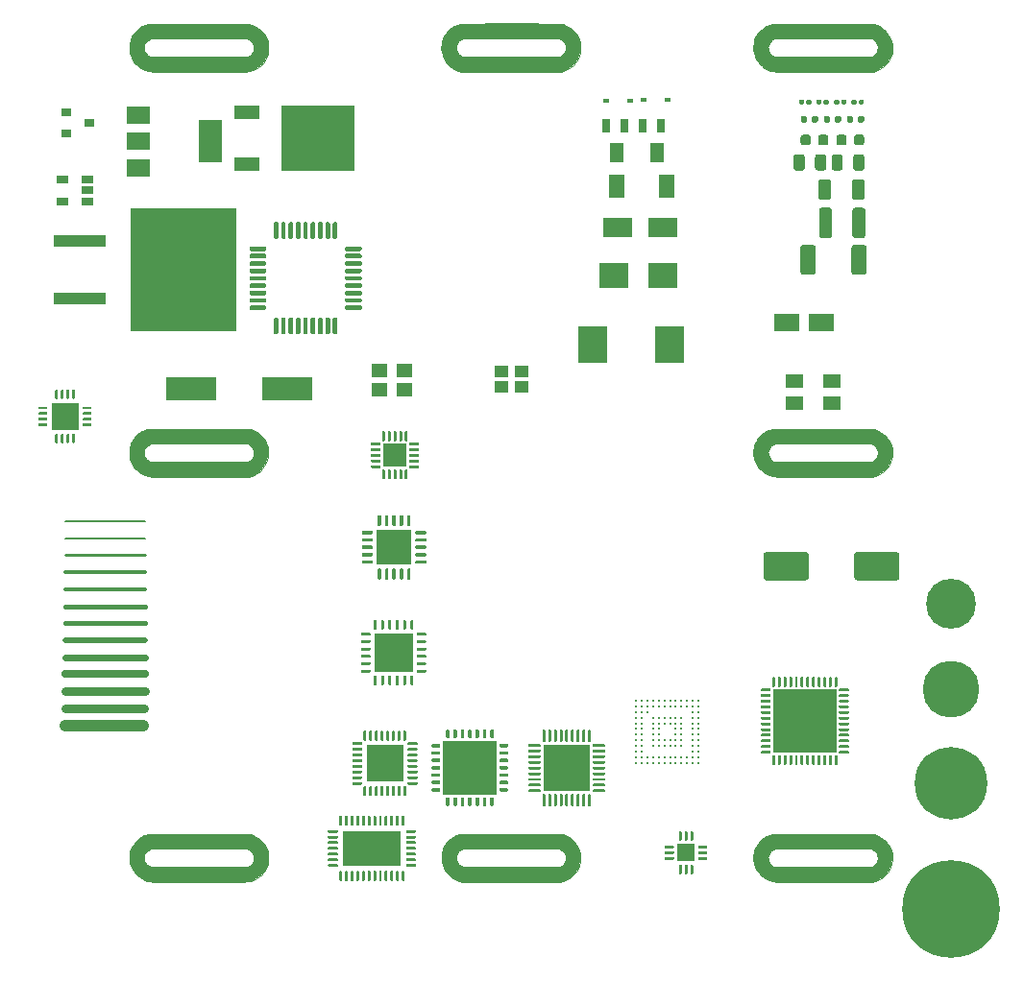
<source format=gbr>
%TF.GenerationSoftware,KiCad,Pcbnew,(5.1.10)-1*%
%TF.CreationDate,2022-01-31T16:37:24-08:00*%
%TF.ProjectId,TMPCB_Footprint-Side,544d5043-425f-4466-9f6f-747072696e74,rev?*%
%TF.SameCoordinates,Original*%
%TF.FileFunction,Soldermask,Top*%
%TF.FilePolarity,Negative*%
%FSLAX46Y46*%
G04 Gerber Fmt 4.6, Leading zero omitted, Abs format (unit mm)*
G04 Created by KiCad (PCBNEW (5.1.10)-1) date 2022-01-31 16:37:24*
%MOMM*%
%LPD*%
G01*
G04 APERTURE LIST*
%ADD10C,0.200000*%
%ADD11C,0.150000*%
%ADD12C,0.500000*%
%ADD13C,0.250000*%
%ADD14C,0.400000*%
%ADD15C,0.760000*%
%ADD16C,0.300000*%
%ADD17C,0.600000*%
%ADD18C,1.000000*%
%ADD19C,0.700000*%
%ADD20C,0.450000*%
%ADD21C,0.800000*%
%ADD22C,0.350000*%
%ADD23C,0.010000*%
%ADD24R,2.200000X1.600000*%
%ADD25R,0.800000X1.200000*%
%ADD26R,0.600000X0.450000*%
%ADD27C,0.900000*%
%ADD28C,8.600000*%
%ADD29C,0.800000*%
%ADD30C,6.400000*%
%ADD31C,5.000000*%
%ADD32C,2.900000*%
%ADD33C,4.400000*%
%ADD34R,3.100000X3.100000*%
%ADD35R,5.600000X5.600000*%
%ADD36R,5.150000X3.150000*%
%ADD37R,4.100000X4.100000*%
%ADD38R,3.300000X3.300000*%
%ADD39R,4.800000X4.800000*%
%ADD40R,3.400000X3.400000*%
%ADD41R,2.000000X2.000000*%
%ADD42R,2.450000X2.450000*%
%ADD43R,1.650000X1.650000*%
%ADD44C,0.300000*%
%ADD45R,1.400000X1.200000*%
%ADD46R,1.600000X1.300000*%
%ADD47R,1.150000X1.000000*%
%ADD48R,2.500000X3.300000*%
%ADD49R,2.500000X2.300000*%
%ADD50R,2.500000X1.800000*%
%ADD51R,1.300000X1.700000*%
%ADD52R,1.400000X2.100000*%
%ADD53R,4.500000X2.000000*%
%ADD54R,9.400000X10.800000*%
%ADD55R,4.600000X1.100000*%
%ADD56R,6.400000X5.800000*%
%ADD57R,2.200000X1.200000*%
%ADD58R,2.000000X1.500000*%
%ADD59R,2.000000X3.800000*%
%ADD60R,1.060000X0.650000*%
%ADD61R,0.900000X0.800000*%
G04 APERTURE END LIST*
D10*
X100397000Y-92522000D02*
X107397000Y-92522000D01*
D11*
X100397000Y-91022000D02*
X107397000Y-91022000D01*
D12*
X107397000Y-101522000D02*
X100397000Y-101522000D01*
D13*
X107397000Y-94022000D02*
X100397000Y-94022000D01*
D10*
X100397000Y-94022000D02*
X100397000Y-94022000D01*
D14*
X107397000Y-98522000D02*
X100397000Y-98522000D01*
D15*
X107397000Y-106022000D02*
X100397000Y-106022000D01*
D16*
X107397000Y-95522000D02*
X100397000Y-95522000D01*
D10*
X100397000Y-92522000D02*
X100397000Y-92522000D01*
D17*
X107397000Y-103022000D02*
X100397000Y-103022000D01*
D18*
X107197000Y-109022000D02*
X100397000Y-109022000D01*
D19*
X107397000Y-104522000D02*
X100397000Y-104522000D01*
D20*
X107397000Y-100022000D02*
X100397000Y-100022000D01*
D21*
X107297000Y-107522000D02*
X100397000Y-107522000D01*
D10*
X100397000Y-95522000D02*
X100397000Y-95522000D01*
D22*
X107397000Y-97022000D02*
X100397000Y-97022000D01*
D23*
%TO.C,Outline*%
G36*
X166007756Y-47128624D02*
G01*
X166513409Y-47129027D01*
X167060361Y-47129673D01*
X167248416Y-47129937D01*
X171481750Y-47136089D01*
X171645625Y-47182786D01*
X171900867Y-47267496D01*
X172125211Y-47369136D01*
X172328515Y-47493180D01*
X172520636Y-47645103D01*
X172586529Y-47705373D01*
X172791820Y-47927033D01*
X172961619Y-48168884D01*
X173094726Y-48427738D01*
X173189938Y-48700410D01*
X173246054Y-48983712D01*
X173261873Y-49274459D01*
X173250085Y-49464919D01*
X173218573Y-49681734D01*
X173171088Y-49875397D01*
X173102527Y-50063671D01*
X173037112Y-50206138D01*
X172887419Y-50463255D01*
X172705567Y-50693592D01*
X172493358Y-50895645D01*
X172252591Y-51067911D01*
X171985067Y-51208888D01*
X171714583Y-51310366D01*
X171524083Y-51369383D01*
X167195500Y-51372375D01*
X166767705Y-51372580D01*
X166350556Y-51372605D01*
X165946090Y-51372455D01*
X165556345Y-51372138D01*
X165183360Y-51371661D01*
X164829173Y-51371031D01*
X164495821Y-51370255D01*
X164185343Y-51369340D01*
X163899776Y-51368294D01*
X163641160Y-51367123D01*
X163411532Y-51365835D01*
X163212929Y-51364437D01*
X163047391Y-51362935D01*
X162916955Y-51361338D01*
X162823659Y-51359651D01*
X162769542Y-51357883D01*
X162757238Y-51356882D01*
X162518234Y-51298860D01*
X162275180Y-51206923D01*
X162039831Y-51086426D01*
X161823943Y-50942725D01*
X161789598Y-50916035D01*
X161578276Y-50721623D01*
X161398290Y-50501916D01*
X161250620Y-50261127D01*
X161136247Y-50003469D01*
X161056152Y-49733156D01*
X161011316Y-49454401D01*
X161003978Y-49212824D01*
X162292574Y-49212824D01*
X162302076Y-49387024D01*
X162345785Y-49553996D01*
X162421588Y-49708255D01*
X162527374Y-49844316D01*
X162661032Y-49956692D01*
X162820448Y-50039899D01*
X162839868Y-50047181D01*
X162853956Y-50051933D01*
X162869950Y-50056293D01*
X162889628Y-50060275D01*
X162914770Y-50063895D01*
X162947152Y-50067167D01*
X162988554Y-50070105D01*
X163040754Y-50072725D01*
X163105531Y-50075040D01*
X163184661Y-50077066D01*
X163279925Y-50078817D01*
X163393100Y-50080308D01*
X163525964Y-50081554D01*
X163680297Y-50082568D01*
X163857875Y-50083367D01*
X164060479Y-50083965D01*
X164289885Y-50084375D01*
X164547873Y-50084614D01*
X164836220Y-50084695D01*
X165156705Y-50084634D01*
X165511107Y-50084444D01*
X165901203Y-50084141D01*
X166328772Y-50083739D01*
X166795593Y-50083254D01*
X167163750Y-50082853D01*
X171375916Y-50078216D01*
X171498429Y-50016179D01*
X171653411Y-49915750D01*
X171781199Y-49788078D01*
X171878793Y-49639013D01*
X171943194Y-49474406D01*
X171971404Y-49300107D01*
X171960424Y-49121966D01*
X171959485Y-49116774D01*
X171908674Y-48946027D01*
X171824474Y-48788382D01*
X171712564Y-48651048D01*
X171578621Y-48541236D01*
X171455220Y-48476336D01*
X171333583Y-48427216D01*
X162930416Y-48427216D01*
X162807976Y-48476636D01*
X162690499Y-48540305D01*
X162573264Y-48631901D01*
X162469374Y-48739412D01*
X162391933Y-48850827D01*
X162384636Y-48864685D01*
X162319390Y-49036883D01*
X162292574Y-49212824D01*
X161003978Y-49212824D01*
X161002720Y-49171418D01*
X161031346Y-48888420D01*
X161098174Y-48609620D01*
X161194442Y-48360014D01*
X161335526Y-48103717D01*
X161509301Y-47871215D01*
X161712010Y-47665283D01*
X161939897Y-47488690D01*
X162189208Y-47344211D01*
X162456185Y-47234617D01*
X162737072Y-47162679D01*
X162838034Y-47146903D01*
X162877687Y-47143869D01*
X162948513Y-47141117D01*
X163051290Y-47138644D01*
X163186798Y-47136448D01*
X163355815Y-47134525D01*
X163559119Y-47132873D01*
X163797492Y-47131488D01*
X164071710Y-47130367D01*
X164382553Y-47129508D01*
X164730800Y-47128907D01*
X165117231Y-47128561D01*
X165542623Y-47128468D01*
X166007756Y-47128624D01*
G37*
X166007756Y-47128624D02*
X166513409Y-47129027D01*
X167060361Y-47129673D01*
X167248416Y-47129937D01*
X171481750Y-47136089D01*
X171645625Y-47182786D01*
X171900867Y-47267496D01*
X172125211Y-47369136D01*
X172328515Y-47493180D01*
X172520636Y-47645103D01*
X172586529Y-47705373D01*
X172791820Y-47927033D01*
X172961619Y-48168884D01*
X173094726Y-48427738D01*
X173189938Y-48700410D01*
X173246054Y-48983712D01*
X173261873Y-49274459D01*
X173250085Y-49464919D01*
X173218573Y-49681734D01*
X173171088Y-49875397D01*
X173102527Y-50063671D01*
X173037112Y-50206138D01*
X172887419Y-50463255D01*
X172705567Y-50693592D01*
X172493358Y-50895645D01*
X172252591Y-51067911D01*
X171985067Y-51208888D01*
X171714583Y-51310366D01*
X171524083Y-51369383D01*
X167195500Y-51372375D01*
X166767705Y-51372580D01*
X166350556Y-51372605D01*
X165946090Y-51372455D01*
X165556345Y-51372138D01*
X165183360Y-51371661D01*
X164829173Y-51371031D01*
X164495821Y-51370255D01*
X164185343Y-51369340D01*
X163899776Y-51368294D01*
X163641160Y-51367123D01*
X163411532Y-51365835D01*
X163212929Y-51364437D01*
X163047391Y-51362935D01*
X162916955Y-51361338D01*
X162823659Y-51359651D01*
X162769542Y-51357883D01*
X162757238Y-51356882D01*
X162518234Y-51298860D01*
X162275180Y-51206923D01*
X162039831Y-51086426D01*
X161823943Y-50942725D01*
X161789598Y-50916035D01*
X161578276Y-50721623D01*
X161398290Y-50501916D01*
X161250620Y-50261127D01*
X161136247Y-50003469D01*
X161056152Y-49733156D01*
X161011316Y-49454401D01*
X161003978Y-49212824D01*
X162292574Y-49212824D01*
X162302076Y-49387024D01*
X162345785Y-49553996D01*
X162421588Y-49708255D01*
X162527374Y-49844316D01*
X162661032Y-49956692D01*
X162820448Y-50039899D01*
X162839868Y-50047181D01*
X162853956Y-50051933D01*
X162869950Y-50056293D01*
X162889628Y-50060275D01*
X162914770Y-50063895D01*
X162947152Y-50067167D01*
X162988554Y-50070105D01*
X163040754Y-50072725D01*
X163105531Y-50075040D01*
X163184661Y-50077066D01*
X163279925Y-50078817D01*
X163393100Y-50080308D01*
X163525964Y-50081554D01*
X163680297Y-50082568D01*
X163857875Y-50083367D01*
X164060479Y-50083965D01*
X164289885Y-50084375D01*
X164547873Y-50084614D01*
X164836220Y-50084695D01*
X165156705Y-50084634D01*
X165511107Y-50084444D01*
X165901203Y-50084141D01*
X166328772Y-50083739D01*
X166795593Y-50083254D01*
X167163750Y-50082853D01*
X171375916Y-50078216D01*
X171498429Y-50016179D01*
X171653411Y-49915750D01*
X171781199Y-49788078D01*
X171878793Y-49639013D01*
X171943194Y-49474406D01*
X171971404Y-49300107D01*
X171960424Y-49121966D01*
X171959485Y-49116774D01*
X171908674Y-48946027D01*
X171824474Y-48788382D01*
X171712564Y-48651048D01*
X171578621Y-48541236D01*
X171455220Y-48476336D01*
X171333583Y-48427216D01*
X162930416Y-48427216D01*
X162807976Y-48476636D01*
X162690499Y-48540305D01*
X162573264Y-48631901D01*
X162469374Y-48739412D01*
X162391933Y-48850827D01*
X162384636Y-48864685D01*
X162319390Y-49036883D01*
X162292574Y-49212824D01*
X161003978Y-49212824D01*
X161002720Y-49171418D01*
X161031346Y-48888420D01*
X161098174Y-48609620D01*
X161194442Y-48360014D01*
X161335526Y-48103717D01*
X161509301Y-47871215D01*
X161712010Y-47665283D01*
X161939897Y-47488690D01*
X162189208Y-47344211D01*
X162456185Y-47234617D01*
X162737072Y-47162679D01*
X162838034Y-47146903D01*
X162877687Y-47143869D01*
X162948513Y-47141117D01*
X163051290Y-47138644D01*
X163186798Y-47136448D01*
X163355815Y-47134525D01*
X163559119Y-47132873D01*
X163797492Y-47131488D01*
X164071710Y-47130367D01*
X164382553Y-47129508D01*
X164730800Y-47128907D01*
X165117231Y-47128561D01*
X165542623Y-47128468D01*
X166007756Y-47128624D01*
G36*
X140098970Y-47124471D02*
G01*
X140470473Y-47124754D01*
X140836340Y-47125208D01*
X141194045Y-47125832D01*
X141541064Y-47126626D01*
X141874871Y-47127591D01*
X142192943Y-47128726D01*
X142492755Y-47130032D01*
X142771781Y-47131509D01*
X143027497Y-47133156D01*
X143257379Y-47134974D01*
X143458901Y-47136963D01*
X143629539Y-47139123D01*
X143766768Y-47141453D01*
X143868063Y-47143955D01*
X143930900Y-47146628D01*
X143947676Y-47148105D01*
X144179780Y-47196489D01*
X144418001Y-47276407D01*
X144648485Y-47382067D01*
X144857380Y-47507675D01*
X144924637Y-47556667D01*
X145017472Y-47635019D01*
X145121036Y-47733491D01*
X145224362Y-47840687D01*
X145316481Y-47945213D01*
X145386426Y-48035673D01*
X145388313Y-48038408D01*
X145534499Y-48287572D01*
X145643912Y-48552378D01*
X145716708Y-48828284D01*
X145753043Y-49110747D01*
X145753073Y-49395225D01*
X145716952Y-49677174D01*
X145644836Y-49952054D01*
X145536882Y-50215321D01*
X145393245Y-50462432D01*
X145300973Y-50587462D01*
X145111724Y-50796807D01*
X144903585Y-50973474D01*
X144671649Y-51120732D01*
X144411006Y-51241850D01*
X144214513Y-51311058D01*
X144028583Y-51369383D01*
X139700000Y-51371966D01*
X139274358Y-51372179D01*
X138859645Y-51372306D01*
X138457874Y-51372349D01*
X138071059Y-51372311D01*
X137701214Y-51372195D01*
X137350354Y-51372004D01*
X137020493Y-51371740D01*
X136713644Y-51371406D01*
X136431821Y-51371005D01*
X136177040Y-51370540D01*
X135951313Y-51370012D01*
X135756654Y-51369426D01*
X135595079Y-51368783D01*
X135468601Y-51368087D01*
X135379233Y-51367340D01*
X135328991Y-51366544D01*
X135318500Y-51366051D01*
X135019379Y-51298051D01*
X134741560Y-51193493D01*
X134484767Y-51052235D01*
X134248724Y-50874142D01*
X134143907Y-50776716D01*
X134060507Y-50690383D01*
X133979721Y-50600312D01*
X133911332Y-50517778D01*
X133868654Y-50459543D01*
X133719184Y-50194869D01*
X133608847Y-49919302D01*
X133537494Y-49636430D01*
X133504972Y-49349840D01*
X133505569Y-49322011D01*
X134798097Y-49322011D01*
X134823811Y-49480845D01*
X134878779Y-49632252D01*
X134962748Y-49771174D01*
X135075465Y-49892552D01*
X135216676Y-49991326D01*
X135350250Y-50050761D01*
X135364508Y-50055116D01*
X135382395Y-50059111D01*
X135405681Y-50062757D01*
X135436133Y-50066068D01*
X135475520Y-50069058D01*
X135525611Y-50071738D01*
X135588174Y-50074124D01*
X135664978Y-50076227D01*
X135757791Y-50078061D01*
X135868383Y-50079639D01*
X135998521Y-50080974D01*
X136149974Y-50082080D01*
X136324510Y-50082969D01*
X136523899Y-50083655D01*
X136749909Y-50084151D01*
X137004309Y-50084470D01*
X137288866Y-50084625D01*
X137605350Y-50084630D01*
X137955528Y-50084498D01*
X138341171Y-50084241D01*
X138764046Y-50083873D01*
X139225921Y-50083408D01*
X139668250Y-50082925D01*
X143880416Y-50078216D01*
X144007416Y-50011196D01*
X144161427Y-49908544D01*
X144284750Y-49782761D01*
X144377100Y-49639139D01*
X144438196Y-49482971D01*
X144467755Y-49319550D01*
X144465493Y-49154167D01*
X144431128Y-48992115D01*
X144364378Y-48838686D01*
X144264958Y-48699172D01*
X144132587Y-48578866D01*
X144085674Y-48546843D01*
X144062674Y-48531554D01*
X144042534Y-48517496D01*
X144023474Y-48504622D01*
X144003716Y-48492882D01*
X143981481Y-48482226D01*
X143954990Y-48472605D01*
X143922466Y-48463969D01*
X143882130Y-48456270D01*
X143832202Y-48449457D01*
X143770905Y-48443481D01*
X143696460Y-48438293D01*
X143607088Y-48433843D01*
X143501010Y-48430082D01*
X143376449Y-48426960D01*
X143231626Y-48424428D01*
X143064761Y-48422437D01*
X142874077Y-48420937D01*
X142657795Y-48419879D01*
X142414135Y-48419212D01*
X142141321Y-48418889D01*
X141837573Y-48418859D01*
X141501112Y-48419073D01*
X141130160Y-48419481D01*
X140722939Y-48420034D01*
X140277669Y-48420683D01*
X139792573Y-48421378D01*
X139582113Y-48421664D01*
X135412850Y-48427216D01*
X135272358Y-48496383D01*
X135117220Y-48593528D01*
X134992858Y-48713602D01*
X134899018Y-48851547D01*
X134835447Y-49002303D01*
X134801891Y-49160811D01*
X134798097Y-49322011D01*
X133505569Y-49322011D01*
X133511130Y-49063119D01*
X133555817Y-48779854D01*
X133638882Y-48503632D01*
X133760173Y-48238041D01*
X133919540Y-47986667D01*
X133976013Y-47912986D01*
X134165864Y-47708518D01*
X134385749Y-47529222D01*
X134629262Y-47378727D01*
X134889998Y-47260661D01*
X135161549Y-47178651D01*
X135326196Y-47148374D01*
X135367434Y-47145608D01*
X135448480Y-47143011D01*
X135566811Y-47140583D01*
X135719899Y-47138323D01*
X135905222Y-47136233D01*
X136120255Y-47134311D01*
X136362471Y-47132559D01*
X136629348Y-47130976D01*
X136918360Y-47129562D01*
X137226983Y-47128318D01*
X137552691Y-47127243D01*
X137892960Y-47126338D01*
X138245265Y-47125602D01*
X138607082Y-47125036D01*
X138975886Y-47124640D01*
X139349151Y-47124413D01*
X139724354Y-47124357D01*
X140098970Y-47124471D01*
G37*
X140098970Y-47124471D02*
X140470473Y-47124754D01*
X140836340Y-47125208D01*
X141194045Y-47125832D01*
X141541064Y-47126626D01*
X141874871Y-47127591D01*
X142192943Y-47128726D01*
X142492755Y-47130032D01*
X142771781Y-47131509D01*
X143027497Y-47133156D01*
X143257379Y-47134974D01*
X143458901Y-47136963D01*
X143629539Y-47139123D01*
X143766768Y-47141453D01*
X143868063Y-47143955D01*
X143930900Y-47146628D01*
X143947676Y-47148105D01*
X144179780Y-47196489D01*
X144418001Y-47276407D01*
X144648485Y-47382067D01*
X144857380Y-47507675D01*
X144924637Y-47556667D01*
X145017472Y-47635019D01*
X145121036Y-47733491D01*
X145224362Y-47840687D01*
X145316481Y-47945213D01*
X145386426Y-48035673D01*
X145388313Y-48038408D01*
X145534499Y-48287572D01*
X145643912Y-48552378D01*
X145716708Y-48828284D01*
X145753043Y-49110747D01*
X145753073Y-49395225D01*
X145716952Y-49677174D01*
X145644836Y-49952054D01*
X145536882Y-50215321D01*
X145393245Y-50462432D01*
X145300973Y-50587462D01*
X145111724Y-50796807D01*
X144903585Y-50973474D01*
X144671649Y-51120732D01*
X144411006Y-51241850D01*
X144214513Y-51311058D01*
X144028583Y-51369383D01*
X139700000Y-51371966D01*
X139274358Y-51372179D01*
X138859645Y-51372306D01*
X138457874Y-51372349D01*
X138071059Y-51372311D01*
X137701214Y-51372195D01*
X137350354Y-51372004D01*
X137020493Y-51371740D01*
X136713644Y-51371406D01*
X136431821Y-51371005D01*
X136177040Y-51370540D01*
X135951313Y-51370012D01*
X135756654Y-51369426D01*
X135595079Y-51368783D01*
X135468601Y-51368087D01*
X135379233Y-51367340D01*
X135328991Y-51366544D01*
X135318500Y-51366051D01*
X135019379Y-51298051D01*
X134741560Y-51193493D01*
X134484767Y-51052235D01*
X134248724Y-50874142D01*
X134143907Y-50776716D01*
X134060507Y-50690383D01*
X133979721Y-50600312D01*
X133911332Y-50517778D01*
X133868654Y-50459543D01*
X133719184Y-50194869D01*
X133608847Y-49919302D01*
X133537494Y-49636430D01*
X133504972Y-49349840D01*
X133505569Y-49322011D01*
X134798097Y-49322011D01*
X134823811Y-49480845D01*
X134878779Y-49632252D01*
X134962748Y-49771174D01*
X135075465Y-49892552D01*
X135216676Y-49991326D01*
X135350250Y-50050761D01*
X135364508Y-50055116D01*
X135382395Y-50059111D01*
X135405681Y-50062757D01*
X135436133Y-50066068D01*
X135475520Y-50069058D01*
X135525611Y-50071738D01*
X135588174Y-50074124D01*
X135664978Y-50076227D01*
X135757791Y-50078061D01*
X135868383Y-50079639D01*
X135998521Y-50080974D01*
X136149974Y-50082080D01*
X136324510Y-50082969D01*
X136523899Y-50083655D01*
X136749909Y-50084151D01*
X137004309Y-50084470D01*
X137288866Y-50084625D01*
X137605350Y-50084630D01*
X137955528Y-50084498D01*
X138341171Y-50084241D01*
X138764046Y-50083873D01*
X139225921Y-50083408D01*
X139668250Y-50082925D01*
X143880416Y-50078216D01*
X144007416Y-50011196D01*
X144161427Y-49908544D01*
X144284750Y-49782761D01*
X144377100Y-49639139D01*
X144438196Y-49482971D01*
X144467755Y-49319550D01*
X144465493Y-49154167D01*
X144431128Y-48992115D01*
X144364378Y-48838686D01*
X144264958Y-48699172D01*
X144132587Y-48578866D01*
X144085674Y-48546843D01*
X144062674Y-48531554D01*
X144042534Y-48517496D01*
X144023474Y-48504622D01*
X144003716Y-48492882D01*
X143981481Y-48482226D01*
X143954990Y-48472605D01*
X143922466Y-48463969D01*
X143882130Y-48456270D01*
X143832202Y-48449457D01*
X143770905Y-48443481D01*
X143696460Y-48438293D01*
X143607088Y-48433843D01*
X143501010Y-48430082D01*
X143376449Y-48426960D01*
X143231626Y-48424428D01*
X143064761Y-48422437D01*
X142874077Y-48420937D01*
X142657795Y-48419879D01*
X142414135Y-48419212D01*
X142141321Y-48418889D01*
X141837573Y-48418859D01*
X141501112Y-48419073D01*
X141130160Y-48419481D01*
X140722939Y-48420034D01*
X140277669Y-48420683D01*
X139792573Y-48421378D01*
X139582113Y-48421664D01*
X135412850Y-48427216D01*
X135272358Y-48496383D01*
X135117220Y-48593528D01*
X134992858Y-48713602D01*
X134899018Y-48851547D01*
X134835447Y-49002303D01*
X134801891Y-49160811D01*
X134798097Y-49322011D01*
X133505569Y-49322011D01*
X133511130Y-49063119D01*
X133555817Y-48779854D01*
X133638882Y-48503632D01*
X133760173Y-48238041D01*
X133919540Y-47986667D01*
X133976013Y-47912986D01*
X134165864Y-47708518D01*
X134385749Y-47529222D01*
X134629262Y-47378727D01*
X134889998Y-47260661D01*
X135161549Y-47178651D01*
X135326196Y-47148374D01*
X135367434Y-47145608D01*
X135448480Y-47143011D01*
X135566811Y-47140583D01*
X135719899Y-47138323D01*
X135905222Y-47136233D01*
X136120255Y-47134311D01*
X136362471Y-47132559D01*
X136629348Y-47130976D01*
X136918360Y-47129562D01*
X137226983Y-47128318D01*
X137552691Y-47127243D01*
X137892960Y-47126338D01*
X138245265Y-47125602D01*
X138607082Y-47125036D01*
X138975886Y-47124640D01*
X139349151Y-47124413D01*
X139724354Y-47124357D01*
X140098970Y-47124471D01*
G36*
X114763455Y-47127832D02*
G01*
X115019771Y-47128115D01*
X115248113Y-47128596D01*
X115450273Y-47129286D01*
X115628047Y-47130196D01*
X115783230Y-47131336D01*
X115917616Y-47132719D01*
X116033000Y-47134356D01*
X116131176Y-47136258D01*
X116213940Y-47138436D01*
X116283086Y-47140901D01*
X116340409Y-47143664D01*
X116387703Y-47146738D01*
X116426763Y-47150133D01*
X116459384Y-47153860D01*
X116487361Y-47157930D01*
X116489860Y-47158338D01*
X116783722Y-47226686D01*
X117056235Y-47331550D01*
X117307953Y-47473224D01*
X117539432Y-47651999D01*
X117669996Y-47778409D01*
X117865211Y-48012367D01*
X118022745Y-48265345D01*
X118143485Y-48538915D01*
X118198467Y-48712966D01*
X118217036Y-48786131D01*
X118230308Y-48854449D01*
X118239123Y-48927424D01*
X118244325Y-49014558D01*
X118246757Y-49125355D01*
X118247267Y-49263300D01*
X118246472Y-49405561D01*
X118243811Y-49514700D01*
X118238456Y-49599912D01*
X118229581Y-49670396D01*
X118216356Y-49735347D01*
X118198929Y-49800595D01*
X118094672Y-50091923D01*
X117957557Y-50359185D01*
X117789763Y-50600313D01*
X117593469Y-50813242D01*
X117370854Y-50995905D01*
X117124097Y-51146236D01*
X116855378Y-51262170D01*
X116575416Y-51339885D01*
X116551799Y-51344523D01*
X116526328Y-51348783D01*
X116497207Y-51352679D01*
X116462635Y-51356226D01*
X116420814Y-51359441D01*
X116369946Y-51362339D01*
X116308231Y-51364934D01*
X116233871Y-51367242D01*
X116145068Y-51369278D01*
X116040022Y-51371058D01*
X115916935Y-51372597D01*
X115774008Y-51373909D01*
X115609443Y-51375011D01*
X115421440Y-51375918D01*
X115208201Y-51376644D01*
X114967928Y-51377206D01*
X114698821Y-51377617D01*
X114399082Y-51377895D01*
X114066911Y-51378053D01*
X113700512Y-51378107D01*
X113298084Y-51378073D01*
X112857829Y-51377966D01*
X112377948Y-51377800D01*
X112119833Y-51377699D01*
X111600570Y-51377444D01*
X111122082Y-51377103D01*
X110682812Y-51376668D01*
X110281200Y-51376126D01*
X109915690Y-51375469D01*
X109584723Y-51374686D01*
X109286741Y-51373766D01*
X109020186Y-51372699D01*
X108783500Y-51371475D01*
X108575126Y-51370083D01*
X108393504Y-51368512D01*
X108237077Y-51366754D01*
X108104287Y-51364796D01*
X107993576Y-51362629D01*
X107903386Y-51360243D01*
X107832159Y-51357626D01*
X107778337Y-51354769D01*
X107740362Y-51351662D01*
X107717166Y-51348392D01*
X107430427Y-51270007D01*
X107161675Y-51154919D01*
X106913801Y-51005865D01*
X106689693Y-50825580D01*
X106492240Y-50616797D01*
X106324331Y-50382252D01*
X106188856Y-50124680D01*
X106088703Y-49846815D01*
X106074207Y-49793134D01*
X106019710Y-49499154D01*
X106007949Y-49252271D01*
X107304416Y-49252271D01*
X107305610Y-49354341D01*
X107310938Y-49428099D01*
X107323021Y-49487538D01*
X107344480Y-49546654D01*
X107370089Y-49602969D01*
X107451264Y-49747417D01*
X107546037Y-49860926D01*
X107663927Y-49954693D01*
X107675494Y-49962224D01*
X107697094Y-49976713D01*
X107716049Y-49990032D01*
X107734134Y-50002230D01*
X107753126Y-50013353D01*
X107774801Y-50023449D01*
X107800935Y-50032565D01*
X107833304Y-50040750D01*
X107873685Y-50048050D01*
X107923854Y-50054513D01*
X107985587Y-50060186D01*
X108060660Y-50065118D01*
X108150848Y-50069355D01*
X108257930Y-50072944D01*
X108383680Y-50075935D01*
X108529874Y-50078373D01*
X108698290Y-50080306D01*
X108890702Y-50081783D01*
X109108888Y-50082849D01*
X109354623Y-50083554D01*
X109629684Y-50083944D01*
X109935847Y-50084066D01*
X110274887Y-50083969D01*
X110648581Y-50083700D01*
X111058706Y-50083306D01*
X111507037Y-50082834D01*
X111995351Y-50082333D01*
X112162166Y-50082172D01*
X116363750Y-50078216D01*
X116483873Y-50021904D01*
X116644705Y-49923715D01*
X116779160Y-49793795D01*
X116883796Y-49635994D01*
X116935500Y-49516606D01*
X116957528Y-49419272D01*
X116967231Y-49298099D01*
X116964574Y-49169756D01*
X116949523Y-49050913D01*
X116936568Y-48997671D01*
X116869689Y-48845030D01*
X116768555Y-48705549D01*
X116640888Y-48586931D01*
X116494412Y-48496877D01*
X116395500Y-48458137D01*
X116378624Y-48453139D01*
X116360763Y-48448555D01*
X116340116Y-48444370D01*
X116314886Y-48440569D01*
X116283272Y-48437136D01*
X116243474Y-48434056D01*
X116193694Y-48431314D01*
X116132132Y-48428894D01*
X116056988Y-48426782D01*
X115966463Y-48424962D01*
X115858758Y-48423419D01*
X115732074Y-48422137D01*
X115584610Y-48421101D01*
X115414567Y-48420296D01*
X115220146Y-48419707D01*
X114999548Y-48419318D01*
X114750973Y-48419114D01*
X114472621Y-48419080D01*
X114162694Y-48419200D01*
X113819391Y-48419460D01*
X113440914Y-48419844D01*
X113025462Y-48420336D01*
X112571237Y-48420922D01*
X112087633Y-48421571D01*
X107917350Y-48427216D01*
X107779992Y-48494839D01*
X107619699Y-48596762D01*
X107483771Y-48730401D01*
X107379007Y-48888961D01*
X107372039Y-48902797D01*
X107340498Y-48970306D01*
X107320628Y-49026550D01*
X107309767Y-49085291D01*
X107305253Y-49160289D01*
X107304416Y-49252271D01*
X106007949Y-49252271D01*
X106005832Y-49207848D01*
X106030863Y-48922478D01*
X106093094Y-48646310D01*
X106190814Y-48382608D01*
X106322314Y-48134635D01*
X106485883Y-47905657D01*
X106679813Y-47698936D01*
X106902391Y-47517738D01*
X107151910Y-47365326D01*
X107404900Y-47252925D01*
X107440018Y-47239469D01*
X107471170Y-47227097D01*
X107500164Y-47215761D01*
X107528811Y-47205414D01*
X107558918Y-47196006D01*
X107592296Y-47187491D01*
X107630752Y-47179821D01*
X107676098Y-47172947D01*
X107730141Y-47166823D01*
X107794691Y-47161399D01*
X107871557Y-47156628D01*
X107962549Y-47152463D01*
X108069475Y-47148855D01*
X108194145Y-47145757D01*
X108338367Y-47143121D01*
X108503952Y-47140898D01*
X108692707Y-47139042D01*
X108906443Y-47137503D01*
X109146969Y-47136235D01*
X109416094Y-47135189D01*
X109715626Y-47134318D01*
X110047376Y-47133573D01*
X110413152Y-47132907D01*
X110814763Y-47132272D01*
X111254019Y-47131620D01*
X111732729Y-47130904D01*
X112035166Y-47130430D01*
X112537564Y-47129646D01*
X112999423Y-47128982D01*
X113422538Y-47128447D01*
X113808704Y-47128053D01*
X114159716Y-47127812D01*
X114477368Y-47127734D01*
X114763455Y-47127832D01*
G37*
X114763455Y-47127832D02*
X115019771Y-47128115D01*
X115248113Y-47128596D01*
X115450273Y-47129286D01*
X115628047Y-47130196D01*
X115783230Y-47131336D01*
X115917616Y-47132719D01*
X116033000Y-47134356D01*
X116131176Y-47136258D01*
X116213940Y-47138436D01*
X116283086Y-47140901D01*
X116340409Y-47143664D01*
X116387703Y-47146738D01*
X116426763Y-47150133D01*
X116459384Y-47153860D01*
X116487361Y-47157930D01*
X116489860Y-47158338D01*
X116783722Y-47226686D01*
X117056235Y-47331550D01*
X117307953Y-47473224D01*
X117539432Y-47651999D01*
X117669996Y-47778409D01*
X117865211Y-48012367D01*
X118022745Y-48265345D01*
X118143485Y-48538915D01*
X118198467Y-48712966D01*
X118217036Y-48786131D01*
X118230308Y-48854449D01*
X118239123Y-48927424D01*
X118244325Y-49014558D01*
X118246757Y-49125355D01*
X118247267Y-49263300D01*
X118246472Y-49405561D01*
X118243811Y-49514700D01*
X118238456Y-49599912D01*
X118229581Y-49670396D01*
X118216356Y-49735347D01*
X118198929Y-49800595D01*
X118094672Y-50091923D01*
X117957557Y-50359185D01*
X117789763Y-50600313D01*
X117593469Y-50813242D01*
X117370854Y-50995905D01*
X117124097Y-51146236D01*
X116855378Y-51262170D01*
X116575416Y-51339885D01*
X116551799Y-51344523D01*
X116526328Y-51348783D01*
X116497207Y-51352679D01*
X116462635Y-51356226D01*
X116420814Y-51359441D01*
X116369946Y-51362339D01*
X116308231Y-51364934D01*
X116233871Y-51367242D01*
X116145068Y-51369278D01*
X116040022Y-51371058D01*
X115916935Y-51372597D01*
X115774008Y-51373909D01*
X115609443Y-51375011D01*
X115421440Y-51375918D01*
X115208201Y-51376644D01*
X114967928Y-51377206D01*
X114698821Y-51377617D01*
X114399082Y-51377895D01*
X114066911Y-51378053D01*
X113700512Y-51378107D01*
X113298084Y-51378073D01*
X112857829Y-51377966D01*
X112377948Y-51377800D01*
X112119833Y-51377699D01*
X111600570Y-51377444D01*
X111122082Y-51377103D01*
X110682812Y-51376668D01*
X110281200Y-51376126D01*
X109915690Y-51375469D01*
X109584723Y-51374686D01*
X109286741Y-51373766D01*
X109020186Y-51372699D01*
X108783500Y-51371475D01*
X108575126Y-51370083D01*
X108393504Y-51368512D01*
X108237077Y-51366754D01*
X108104287Y-51364796D01*
X107993576Y-51362629D01*
X107903386Y-51360243D01*
X107832159Y-51357626D01*
X107778337Y-51354769D01*
X107740362Y-51351662D01*
X107717166Y-51348392D01*
X107430427Y-51270007D01*
X107161675Y-51154919D01*
X106913801Y-51005865D01*
X106689693Y-50825580D01*
X106492240Y-50616797D01*
X106324331Y-50382252D01*
X106188856Y-50124680D01*
X106088703Y-49846815D01*
X106074207Y-49793134D01*
X106019710Y-49499154D01*
X106007949Y-49252271D01*
X107304416Y-49252271D01*
X107305610Y-49354341D01*
X107310938Y-49428099D01*
X107323021Y-49487538D01*
X107344480Y-49546654D01*
X107370089Y-49602969D01*
X107451264Y-49747417D01*
X107546037Y-49860926D01*
X107663927Y-49954693D01*
X107675494Y-49962224D01*
X107697094Y-49976713D01*
X107716049Y-49990032D01*
X107734134Y-50002230D01*
X107753126Y-50013353D01*
X107774801Y-50023449D01*
X107800935Y-50032565D01*
X107833304Y-50040750D01*
X107873685Y-50048050D01*
X107923854Y-50054513D01*
X107985587Y-50060186D01*
X108060660Y-50065118D01*
X108150848Y-50069355D01*
X108257930Y-50072944D01*
X108383680Y-50075935D01*
X108529874Y-50078373D01*
X108698290Y-50080306D01*
X108890702Y-50081783D01*
X109108888Y-50082849D01*
X109354623Y-50083554D01*
X109629684Y-50083944D01*
X109935847Y-50084066D01*
X110274887Y-50083969D01*
X110648581Y-50083700D01*
X111058706Y-50083306D01*
X111507037Y-50082834D01*
X111995351Y-50082333D01*
X112162166Y-50082172D01*
X116363750Y-50078216D01*
X116483873Y-50021904D01*
X116644705Y-49923715D01*
X116779160Y-49793795D01*
X116883796Y-49635994D01*
X116935500Y-49516606D01*
X116957528Y-49419272D01*
X116967231Y-49298099D01*
X116964574Y-49169756D01*
X116949523Y-49050913D01*
X116936568Y-48997671D01*
X116869689Y-48845030D01*
X116768555Y-48705549D01*
X116640888Y-48586931D01*
X116494412Y-48496877D01*
X116395500Y-48458137D01*
X116378624Y-48453139D01*
X116360763Y-48448555D01*
X116340116Y-48444370D01*
X116314886Y-48440569D01*
X116283272Y-48437136D01*
X116243474Y-48434056D01*
X116193694Y-48431314D01*
X116132132Y-48428894D01*
X116056988Y-48426782D01*
X115966463Y-48424962D01*
X115858758Y-48423419D01*
X115732074Y-48422137D01*
X115584610Y-48421101D01*
X115414567Y-48420296D01*
X115220146Y-48419707D01*
X114999548Y-48419318D01*
X114750973Y-48419114D01*
X114472621Y-48419080D01*
X114162694Y-48419200D01*
X113819391Y-48419460D01*
X113440914Y-48419844D01*
X113025462Y-48420336D01*
X112571237Y-48420922D01*
X112087633Y-48421571D01*
X107917350Y-48427216D01*
X107779992Y-48494839D01*
X107619699Y-48596762D01*
X107483771Y-48730401D01*
X107379007Y-48888961D01*
X107372039Y-48902797D01*
X107340498Y-48970306D01*
X107320628Y-49026550D01*
X107309767Y-49085291D01*
X107305253Y-49160289D01*
X107304416Y-49252271D01*
X106007949Y-49252271D01*
X106005832Y-49207848D01*
X106030863Y-48922478D01*
X106093094Y-48646310D01*
X106190814Y-48382608D01*
X106322314Y-48134635D01*
X106485883Y-47905657D01*
X106679813Y-47698936D01*
X106902391Y-47517738D01*
X107151910Y-47365326D01*
X107404900Y-47252925D01*
X107440018Y-47239469D01*
X107471170Y-47227097D01*
X107500164Y-47215761D01*
X107528811Y-47205414D01*
X107558918Y-47196006D01*
X107592296Y-47187491D01*
X107630752Y-47179821D01*
X107676098Y-47172947D01*
X107730141Y-47166823D01*
X107794691Y-47161399D01*
X107871557Y-47156628D01*
X107962549Y-47152463D01*
X108069475Y-47148855D01*
X108194145Y-47145757D01*
X108338367Y-47143121D01*
X108503952Y-47140898D01*
X108692707Y-47139042D01*
X108906443Y-47137503D01*
X109146969Y-47136235D01*
X109416094Y-47135189D01*
X109715626Y-47134318D01*
X110047376Y-47133573D01*
X110413152Y-47132907D01*
X110814763Y-47132272D01*
X111254019Y-47131620D01*
X111732729Y-47130904D01*
X112035166Y-47130430D01*
X112537564Y-47129646D01*
X112999423Y-47128982D01*
X113422538Y-47128447D01*
X113808704Y-47128053D01*
X114159716Y-47127812D01*
X114477368Y-47127734D01*
X114763455Y-47127832D01*
G36*
X171649812Y-82913566D02*
G01*
X171932897Y-83007131D01*
X172198357Y-83138091D01*
X172442641Y-83303918D01*
X172662200Y-83502082D01*
X172853485Y-83730054D01*
X172909736Y-83811298D01*
X173055806Y-84070425D01*
X173163045Y-84343078D01*
X173231222Y-84625397D01*
X173260104Y-84913522D01*
X173249459Y-85203592D01*
X173199055Y-85491748D01*
X173108660Y-85774129D01*
X173037418Y-85934550D01*
X172887242Y-86193015D01*
X172705650Y-86423596D01*
X172494047Y-86625152D01*
X172253835Y-86796537D01*
X171986419Y-86936610D01*
X171693201Y-87044227D01*
X171664765Y-87052518D01*
X171502916Y-87098716D01*
X167195500Y-87102284D01*
X166682002Y-87102674D01*
X166209155Y-87102952D01*
X165775279Y-87103107D01*
X165378691Y-87103129D01*
X165017711Y-87103010D01*
X164690656Y-87102738D01*
X164395844Y-87102304D01*
X164131595Y-87101698D01*
X163896227Y-87100910D01*
X163688058Y-87099930D01*
X163505407Y-87098749D01*
X163346592Y-87097355D01*
X163209931Y-87095739D01*
X163093744Y-87093892D01*
X162996348Y-87091803D01*
X162916062Y-87089462D01*
X162851204Y-87086860D01*
X162800094Y-87083986D01*
X162761048Y-87080831D01*
X162732386Y-87077384D01*
X162722946Y-87075830D01*
X162444411Y-87004206D01*
X162181207Y-86894947D01*
X161936371Y-86750925D01*
X161712941Y-86575014D01*
X161513954Y-86370086D01*
X161342446Y-86139016D01*
X161201454Y-85884675D01*
X161094016Y-85609938D01*
X161064114Y-85506503D01*
X161041683Y-85415279D01*
X161026293Y-85334133D01*
X161016686Y-85250958D01*
X161011606Y-85153647D01*
X161009798Y-85030093D01*
X161009706Y-84982050D01*
X161010043Y-84936371D01*
X162290609Y-84936371D01*
X162300534Y-85115265D01*
X162314797Y-85182648D01*
X162380475Y-85363174D01*
X162478271Y-85516433D01*
X162608694Y-85642970D01*
X162772253Y-85743335D01*
X162876342Y-85787512D01*
X162891992Y-85790886D01*
X162920953Y-85793975D01*
X162964810Y-85796789D01*
X163025146Y-85799336D01*
X163103545Y-85801625D01*
X163201592Y-85803666D01*
X163320871Y-85805467D01*
X163462966Y-85807036D01*
X163629460Y-85808384D01*
X163821939Y-85809518D01*
X164041987Y-85810447D01*
X164291186Y-85811181D01*
X164571123Y-85811728D01*
X164883380Y-85812097D01*
X165229541Y-85812297D01*
X165611192Y-85812336D01*
X166029916Y-85812225D01*
X166487297Y-85811970D01*
X166984920Y-85811583D01*
X167153166Y-85811431D01*
X171354750Y-85807550D01*
X171483963Y-85747832D01*
X171635294Y-85655953D01*
X171762881Y-85534508D01*
X171863221Y-85390125D01*
X171932811Y-85229432D01*
X171968149Y-85059057D01*
X171965730Y-84885629D01*
X171959762Y-84847609D01*
X171906271Y-84668317D01*
X171817261Y-84505490D01*
X171697397Y-84365240D01*
X171551345Y-84253683D01*
X171475782Y-84213277D01*
X171354750Y-84156550D01*
X162908359Y-84156550D01*
X162767862Y-84225716D01*
X162610917Y-84324845D01*
X162482093Y-84451023D01*
X162384015Y-84598702D01*
X162319312Y-84762334D01*
X162290609Y-84936371D01*
X161010043Y-84936371D01*
X161010700Y-84847674D01*
X161014535Y-84743391D01*
X161022491Y-84656989D01*
X161035849Y-84576254D01*
X161055888Y-84488976D01*
X161065173Y-84452883D01*
X161155990Y-84183512D01*
X161282447Y-83925879D01*
X161440120Y-83686907D01*
X161624581Y-83473516D01*
X161782952Y-83330297D01*
X161941025Y-83217655D01*
X162124785Y-83110697D01*
X162319414Y-83016864D01*
X162510097Y-82943596D01*
X162612916Y-82913489D01*
X162803416Y-82865383D01*
X171460583Y-82865383D01*
X171649812Y-82913566D01*
G37*
X171649812Y-82913566D02*
X171932897Y-83007131D01*
X172198357Y-83138091D01*
X172442641Y-83303918D01*
X172662200Y-83502082D01*
X172853485Y-83730054D01*
X172909736Y-83811298D01*
X173055806Y-84070425D01*
X173163045Y-84343078D01*
X173231222Y-84625397D01*
X173260104Y-84913522D01*
X173249459Y-85203592D01*
X173199055Y-85491748D01*
X173108660Y-85774129D01*
X173037418Y-85934550D01*
X172887242Y-86193015D01*
X172705650Y-86423596D01*
X172494047Y-86625152D01*
X172253835Y-86796537D01*
X171986419Y-86936610D01*
X171693201Y-87044227D01*
X171664765Y-87052518D01*
X171502916Y-87098716D01*
X167195500Y-87102284D01*
X166682002Y-87102674D01*
X166209155Y-87102952D01*
X165775279Y-87103107D01*
X165378691Y-87103129D01*
X165017711Y-87103010D01*
X164690656Y-87102738D01*
X164395844Y-87102304D01*
X164131595Y-87101698D01*
X163896227Y-87100910D01*
X163688058Y-87099930D01*
X163505407Y-87098749D01*
X163346592Y-87097355D01*
X163209931Y-87095739D01*
X163093744Y-87093892D01*
X162996348Y-87091803D01*
X162916062Y-87089462D01*
X162851204Y-87086860D01*
X162800094Y-87083986D01*
X162761048Y-87080831D01*
X162732386Y-87077384D01*
X162722946Y-87075830D01*
X162444411Y-87004206D01*
X162181207Y-86894947D01*
X161936371Y-86750925D01*
X161712941Y-86575014D01*
X161513954Y-86370086D01*
X161342446Y-86139016D01*
X161201454Y-85884675D01*
X161094016Y-85609938D01*
X161064114Y-85506503D01*
X161041683Y-85415279D01*
X161026293Y-85334133D01*
X161016686Y-85250958D01*
X161011606Y-85153647D01*
X161009798Y-85030093D01*
X161009706Y-84982050D01*
X161010043Y-84936371D01*
X162290609Y-84936371D01*
X162300534Y-85115265D01*
X162314797Y-85182648D01*
X162380475Y-85363174D01*
X162478271Y-85516433D01*
X162608694Y-85642970D01*
X162772253Y-85743335D01*
X162876342Y-85787512D01*
X162891992Y-85790886D01*
X162920953Y-85793975D01*
X162964810Y-85796789D01*
X163025146Y-85799336D01*
X163103545Y-85801625D01*
X163201592Y-85803666D01*
X163320871Y-85805467D01*
X163462966Y-85807036D01*
X163629460Y-85808384D01*
X163821939Y-85809518D01*
X164041987Y-85810447D01*
X164291186Y-85811181D01*
X164571123Y-85811728D01*
X164883380Y-85812097D01*
X165229541Y-85812297D01*
X165611192Y-85812336D01*
X166029916Y-85812225D01*
X166487297Y-85811970D01*
X166984920Y-85811583D01*
X167153166Y-85811431D01*
X171354750Y-85807550D01*
X171483963Y-85747832D01*
X171635294Y-85655953D01*
X171762881Y-85534508D01*
X171863221Y-85390125D01*
X171932811Y-85229432D01*
X171968149Y-85059057D01*
X171965730Y-84885629D01*
X171959762Y-84847609D01*
X171906271Y-84668317D01*
X171817261Y-84505490D01*
X171697397Y-84365240D01*
X171551345Y-84253683D01*
X171475782Y-84213277D01*
X171354750Y-84156550D01*
X162908359Y-84156550D01*
X162767862Y-84225716D01*
X162610917Y-84324845D01*
X162482093Y-84451023D01*
X162384015Y-84598702D01*
X162319312Y-84762334D01*
X162290609Y-84936371D01*
X161010043Y-84936371D01*
X161010700Y-84847674D01*
X161014535Y-84743391D01*
X161022491Y-84656989D01*
X161035849Y-84576254D01*
X161055888Y-84488976D01*
X161065173Y-84452883D01*
X161155990Y-84183512D01*
X161282447Y-83925879D01*
X161440120Y-83686907D01*
X161624581Y-83473516D01*
X161782952Y-83330297D01*
X161941025Y-83217655D01*
X162124785Y-83110697D01*
X162319414Y-83016864D01*
X162510097Y-82943596D01*
X162612916Y-82913489D01*
X162803416Y-82865383D01*
X171460583Y-82865383D01*
X171649812Y-82913566D01*
G36*
X114356826Y-82857738D02*
G01*
X114708354Y-82858109D01*
X115024136Y-82858721D01*
X115305271Y-82859577D01*
X115552857Y-82860682D01*
X115767991Y-82862040D01*
X115951772Y-82863655D01*
X116105297Y-82865532D01*
X116229664Y-82867676D01*
X116325972Y-82870089D01*
X116395318Y-82872778D01*
X116438800Y-82875746D01*
X116447915Y-82876824D01*
X116702766Y-82930915D01*
X116956384Y-83018274D01*
X117196697Y-83133872D01*
X117411635Y-83272685D01*
X117427427Y-83284685D01*
X117525387Y-83367457D01*
X117633490Y-83470755D01*
X117740361Y-83582729D01*
X117834626Y-83691529D01*
X117897647Y-83774552D01*
X117962959Y-83881657D01*
X118032029Y-84015278D01*
X118098266Y-84160887D01*
X118155078Y-84303950D01*
X118195872Y-84429939D01*
X118197180Y-84434803D01*
X118223217Y-84563874D01*
X118242102Y-84720837D01*
X118253207Y-84891753D01*
X118255903Y-85062687D01*
X118249561Y-85219701D01*
X118237427Y-85326740D01*
X118169998Y-85615109D01*
X118064083Y-85889676D01*
X117922178Y-86146402D01*
X117746777Y-86381248D01*
X117540374Y-86590177D01*
X117376607Y-86720403D01*
X117250474Y-86800610D01*
X117097612Y-86882090D01*
X116932807Y-86957840D01*
X116770847Y-87020861D01*
X116681250Y-87049632D01*
X116511916Y-87098670D01*
X112193916Y-87102672D01*
X111689794Y-87103126D01*
X111226225Y-87103506D01*
X110801428Y-87103798D01*
X110413623Y-87103989D01*
X110061028Y-87104064D01*
X109741863Y-87104011D01*
X109454348Y-87103816D01*
X109196702Y-87103465D01*
X108967144Y-87102944D01*
X108763893Y-87102240D01*
X108585170Y-87101339D01*
X108429193Y-87100228D01*
X108294182Y-87098893D01*
X108178356Y-87097320D01*
X108079934Y-87095495D01*
X107997136Y-87093406D01*
X107928182Y-87091039D01*
X107871290Y-87088379D01*
X107824680Y-87085413D01*
X107786572Y-87082128D01*
X107755184Y-87078510D01*
X107728736Y-87074545D01*
X107705448Y-87070220D01*
X107696000Y-87068254D01*
X107413297Y-86987248D01*
X107146648Y-86869864D01*
X106899710Y-86719079D01*
X106676140Y-86537871D01*
X106479596Y-86329218D01*
X106313735Y-86096098D01*
X106182214Y-85841489D01*
X106178448Y-85832629D01*
X106110577Y-85656267D01*
X106063064Y-85491839D01*
X106033122Y-85325054D01*
X106017965Y-85141622D01*
X106014647Y-84992633D01*
X106014871Y-84982050D01*
X107304530Y-84982050D01*
X107305990Y-85086018D01*
X107311812Y-85161356D01*
X107324352Y-85221721D01*
X107345969Y-85280769D01*
X107362399Y-85317243D01*
X107459971Y-85485809D01*
X107579819Y-85619466D01*
X107724842Y-85720945D01*
X107851127Y-85777310D01*
X107865139Y-85781975D01*
X107881417Y-85786255D01*
X107901740Y-85790163D01*
X107927888Y-85793714D01*
X107961638Y-85796922D01*
X108004771Y-85799802D01*
X108059064Y-85802368D01*
X108126298Y-85804635D01*
X108208249Y-85806616D01*
X108306699Y-85808327D01*
X108423425Y-85809781D01*
X108560206Y-85810994D01*
X108718821Y-85811978D01*
X108901049Y-85812750D01*
X109108670Y-85813323D01*
X109343461Y-85813711D01*
X109607202Y-85813930D01*
X109901672Y-85813993D01*
X110228649Y-85813914D01*
X110589913Y-85813709D01*
X110987242Y-85813391D01*
X111422415Y-85812976D01*
X111897212Y-85812476D01*
X112162166Y-85812186D01*
X116363750Y-85807550D01*
X116484782Y-85750822D01*
X116641723Y-85656327D01*
X116768080Y-85537740D01*
X116863867Y-85400223D01*
X116929099Y-85248935D01*
X116963793Y-85089037D01*
X116967963Y-84925690D01*
X116941626Y-84764054D01*
X116884796Y-84609292D01*
X116797490Y-84466562D01*
X116679722Y-84341026D01*
X116531509Y-84237844D01*
X116480166Y-84211573D01*
X116363750Y-84156550D01*
X107918250Y-84156550D01*
X107780606Y-84221781D01*
X107623813Y-84318746D01*
X107489619Y-84447597D01*
X107385787Y-84600568D01*
X107369648Y-84632739D01*
X107338992Y-84701333D01*
X107319766Y-84759286D01*
X107309360Y-84820592D01*
X107305166Y-84899245D01*
X107304530Y-84982050D01*
X106014871Y-84982050D01*
X106018911Y-84791982D01*
X106034893Y-84619580D01*
X106064891Y-84462402D01*
X106111204Y-84307425D01*
X106156594Y-84188300D01*
X106291006Y-83913058D01*
X106456934Y-83665755D01*
X106653181Y-83447458D01*
X106878554Y-83259232D01*
X107131856Y-83102142D01*
X107411893Y-82977255D01*
X107574886Y-82923264D01*
X107770083Y-82865865D01*
X112024583Y-82859331D01*
X112571305Y-82858567D01*
X113076793Y-82858021D01*
X113542144Y-82857698D01*
X113968456Y-82857602D01*
X114356826Y-82857738D01*
G37*
X114356826Y-82857738D02*
X114708354Y-82858109D01*
X115024136Y-82858721D01*
X115305271Y-82859577D01*
X115552857Y-82860682D01*
X115767991Y-82862040D01*
X115951772Y-82863655D01*
X116105297Y-82865532D01*
X116229664Y-82867676D01*
X116325972Y-82870089D01*
X116395318Y-82872778D01*
X116438800Y-82875746D01*
X116447915Y-82876824D01*
X116702766Y-82930915D01*
X116956384Y-83018274D01*
X117196697Y-83133872D01*
X117411635Y-83272685D01*
X117427427Y-83284685D01*
X117525387Y-83367457D01*
X117633490Y-83470755D01*
X117740361Y-83582729D01*
X117834626Y-83691529D01*
X117897647Y-83774552D01*
X117962959Y-83881657D01*
X118032029Y-84015278D01*
X118098266Y-84160887D01*
X118155078Y-84303950D01*
X118195872Y-84429939D01*
X118197180Y-84434803D01*
X118223217Y-84563874D01*
X118242102Y-84720837D01*
X118253207Y-84891753D01*
X118255903Y-85062687D01*
X118249561Y-85219701D01*
X118237427Y-85326740D01*
X118169998Y-85615109D01*
X118064083Y-85889676D01*
X117922178Y-86146402D01*
X117746777Y-86381248D01*
X117540374Y-86590177D01*
X117376607Y-86720403D01*
X117250474Y-86800610D01*
X117097612Y-86882090D01*
X116932807Y-86957840D01*
X116770847Y-87020861D01*
X116681250Y-87049632D01*
X116511916Y-87098670D01*
X112193916Y-87102672D01*
X111689794Y-87103126D01*
X111226225Y-87103506D01*
X110801428Y-87103798D01*
X110413623Y-87103989D01*
X110061028Y-87104064D01*
X109741863Y-87104011D01*
X109454348Y-87103816D01*
X109196702Y-87103465D01*
X108967144Y-87102944D01*
X108763893Y-87102240D01*
X108585170Y-87101339D01*
X108429193Y-87100228D01*
X108294182Y-87098893D01*
X108178356Y-87097320D01*
X108079934Y-87095495D01*
X107997136Y-87093406D01*
X107928182Y-87091039D01*
X107871290Y-87088379D01*
X107824680Y-87085413D01*
X107786572Y-87082128D01*
X107755184Y-87078510D01*
X107728736Y-87074545D01*
X107705448Y-87070220D01*
X107696000Y-87068254D01*
X107413297Y-86987248D01*
X107146648Y-86869864D01*
X106899710Y-86719079D01*
X106676140Y-86537871D01*
X106479596Y-86329218D01*
X106313735Y-86096098D01*
X106182214Y-85841489D01*
X106178448Y-85832629D01*
X106110577Y-85656267D01*
X106063064Y-85491839D01*
X106033122Y-85325054D01*
X106017965Y-85141622D01*
X106014647Y-84992633D01*
X106014871Y-84982050D01*
X107304530Y-84982050D01*
X107305990Y-85086018D01*
X107311812Y-85161356D01*
X107324352Y-85221721D01*
X107345969Y-85280769D01*
X107362399Y-85317243D01*
X107459971Y-85485809D01*
X107579819Y-85619466D01*
X107724842Y-85720945D01*
X107851127Y-85777310D01*
X107865139Y-85781975D01*
X107881417Y-85786255D01*
X107901740Y-85790163D01*
X107927888Y-85793714D01*
X107961638Y-85796922D01*
X108004771Y-85799802D01*
X108059064Y-85802368D01*
X108126298Y-85804635D01*
X108208249Y-85806616D01*
X108306699Y-85808327D01*
X108423425Y-85809781D01*
X108560206Y-85810994D01*
X108718821Y-85811978D01*
X108901049Y-85812750D01*
X109108670Y-85813323D01*
X109343461Y-85813711D01*
X109607202Y-85813930D01*
X109901672Y-85813993D01*
X110228649Y-85813914D01*
X110589913Y-85813709D01*
X110987242Y-85813391D01*
X111422415Y-85812976D01*
X111897212Y-85812476D01*
X112162166Y-85812186D01*
X116363750Y-85807550D01*
X116484782Y-85750822D01*
X116641723Y-85656327D01*
X116768080Y-85537740D01*
X116863867Y-85400223D01*
X116929099Y-85248935D01*
X116963793Y-85089037D01*
X116967963Y-84925690D01*
X116941626Y-84764054D01*
X116884796Y-84609292D01*
X116797490Y-84466562D01*
X116679722Y-84341026D01*
X116531509Y-84237844D01*
X116480166Y-84211573D01*
X116363750Y-84156550D01*
X107918250Y-84156550D01*
X107780606Y-84221781D01*
X107623813Y-84318746D01*
X107489619Y-84447597D01*
X107385787Y-84600568D01*
X107369648Y-84632739D01*
X107338992Y-84701333D01*
X107319766Y-84759286D01*
X107309360Y-84820592D01*
X107305166Y-84899245D01*
X107304530Y-84982050D01*
X106014871Y-84982050D01*
X106018911Y-84791982D01*
X106034893Y-84619580D01*
X106064891Y-84462402D01*
X106111204Y-84307425D01*
X106156594Y-84188300D01*
X106291006Y-83913058D01*
X106456934Y-83665755D01*
X106653181Y-83447458D01*
X106878554Y-83259232D01*
X107131856Y-83102142D01*
X107411893Y-82977255D01*
X107574886Y-82923264D01*
X107770083Y-82865865D01*
X112024583Y-82859331D01*
X112571305Y-82858567D01*
X113076793Y-82858021D01*
X113542144Y-82857698D01*
X113968456Y-82857602D01*
X114356826Y-82857738D01*
G36*
X167638404Y-118594731D02*
G01*
X168104230Y-118594786D01*
X168531235Y-118594895D01*
X168921175Y-118595074D01*
X169275804Y-118595335D01*
X169596878Y-118595695D01*
X169886155Y-118596168D01*
X170145389Y-118596767D01*
X170376336Y-118597509D01*
X170580752Y-118598406D01*
X170760393Y-118599475D01*
X170917015Y-118600729D01*
X171052373Y-118602184D01*
X171168223Y-118603853D01*
X171266322Y-118605751D01*
X171348424Y-118607892D01*
X171416287Y-118610293D01*
X171471665Y-118612966D01*
X171516314Y-118615926D01*
X171551991Y-118619188D01*
X171580450Y-118622767D01*
X171603449Y-118626678D01*
X171622742Y-118630933D01*
X171627012Y-118632007D01*
X171917896Y-118727304D01*
X172187280Y-118857426D01*
X172432671Y-119020382D01*
X172651573Y-119214177D01*
X172841493Y-119436818D01*
X172999935Y-119686313D01*
X173037418Y-119758883D01*
X173152876Y-120039053D01*
X173227235Y-120324957D01*
X173260835Y-120613670D01*
X173254014Y-120902269D01*
X173207114Y-121187831D01*
X173120472Y-121467430D01*
X172994429Y-121738143D01*
X172829325Y-121997045D01*
X172768214Y-122077027D01*
X172611921Y-122245342D01*
X172422770Y-122402995D01*
X172209959Y-122544145D01*
X171982686Y-122662953D01*
X171750151Y-122753577D01*
X171661666Y-122779585D01*
X171481750Y-122827422D01*
X167184916Y-122831677D01*
X166683106Y-122832167D01*
X166221833Y-122832592D01*
X165799299Y-122832937D01*
X165413708Y-122833186D01*
X165063264Y-122833325D01*
X164746170Y-122833339D01*
X164460629Y-122833211D01*
X164204844Y-122832928D01*
X163977019Y-122832474D01*
X163775357Y-122831833D01*
X163598061Y-122830992D01*
X163443335Y-122829933D01*
X163309381Y-122828644D01*
X163194404Y-122827108D01*
X163096605Y-122825309D01*
X163014190Y-122823234D01*
X162945361Y-122820867D01*
X162888321Y-122818193D01*
X162841273Y-122815197D01*
X162802422Y-122811863D01*
X162769969Y-122808176D01*
X162742119Y-122804122D01*
X162717075Y-122799685D01*
X162693040Y-122794850D01*
X162688085Y-122793811D01*
X162402770Y-122712728D01*
X162135607Y-122594892D01*
X161889432Y-122443018D01*
X161667077Y-122259816D01*
X161471378Y-122048000D01*
X161305168Y-121810281D01*
X161171281Y-121549373D01*
X161072552Y-121267988D01*
X161065173Y-121240550D01*
X161042360Y-121147805D01*
X161026699Y-121066087D01*
X161016908Y-120983184D01*
X161011709Y-120886882D01*
X161009821Y-120764970D01*
X161009706Y-120711383D01*
X161010064Y-120663705D01*
X162291559Y-120663705D01*
X162301335Y-120846403D01*
X162348667Y-121024917D01*
X162419546Y-121160451D01*
X162523522Y-121287424D01*
X162651358Y-121397340D01*
X162793817Y-121481704D01*
X162883554Y-121516866D01*
X162900815Y-121520264D01*
X162931063Y-121523376D01*
X162975898Y-121526209D01*
X163036920Y-121528773D01*
X163115727Y-121531077D01*
X163213921Y-121533130D01*
X163333099Y-121534941D01*
X163474862Y-121536518D01*
X163640809Y-121537870D01*
X163832540Y-121539008D01*
X164051654Y-121539939D01*
X164299751Y-121540673D01*
X164578430Y-121541218D01*
X164889290Y-121541583D01*
X165233932Y-121541779D01*
X165613955Y-121541812D01*
X166030958Y-121541693D01*
X166486541Y-121541430D01*
X166982304Y-121541033D01*
X167163750Y-121540866D01*
X171354750Y-121536883D01*
X171475782Y-121480155D01*
X171631991Y-121384231D01*
X171764624Y-121256588D01*
X171868898Y-121103439D01*
X171940030Y-120930999D01*
X171959350Y-120851883D01*
X171972207Y-120679587D01*
X171946319Y-120508803D01*
X171885008Y-120345785D01*
X171791597Y-120196786D01*
X171669407Y-120068060D01*
X171521761Y-119965861D01*
X171476514Y-119942946D01*
X171354750Y-119885883D01*
X162909250Y-119885883D01*
X162771666Y-119952033D01*
X162611646Y-120050890D01*
X162481665Y-120176456D01*
X162383684Y-120323761D01*
X162319662Y-120487834D01*
X162291559Y-120663705D01*
X161010064Y-120663705D01*
X161010718Y-120576641D01*
X161014591Y-120472095D01*
X161022582Y-120385637D01*
X161035947Y-120305160D01*
X161055941Y-120218556D01*
X161064114Y-120186929D01*
X161161030Y-119898345D01*
X161293165Y-119631682D01*
X161458264Y-119389170D01*
X161654073Y-119173038D01*
X161878337Y-118985516D01*
X162128799Y-118828832D01*
X162403207Y-118705216D01*
X162636987Y-118632007D01*
X162655652Y-118627666D01*
X162677602Y-118623674D01*
X162704592Y-118620017D01*
X162738378Y-118616680D01*
X162780716Y-118613649D01*
X162833361Y-118610908D01*
X162898070Y-118608444D01*
X162976598Y-118606241D01*
X163070701Y-118604286D01*
X163182135Y-118602564D01*
X163312655Y-118601059D01*
X163464018Y-118599759D01*
X163637979Y-118598647D01*
X163836294Y-118597709D01*
X164060719Y-118596932D01*
X164313010Y-118596299D01*
X164594923Y-118595798D01*
X164908213Y-118595412D01*
X165254636Y-118595128D01*
X165635948Y-118594931D01*
X166053905Y-118594807D01*
X166510262Y-118594740D01*
X167006777Y-118594717D01*
X167132000Y-118594716D01*
X167638404Y-118594731D01*
G37*
X167638404Y-118594731D02*
X168104230Y-118594786D01*
X168531235Y-118594895D01*
X168921175Y-118595074D01*
X169275804Y-118595335D01*
X169596878Y-118595695D01*
X169886155Y-118596168D01*
X170145389Y-118596767D01*
X170376336Y-118597509D01*
X170580752Y-118598406D01*
X170760393Y-118599475D01*
X170917015Y-118600729D01*
X171052373Y-118602184D01*
X171168223Y-118603853D01*
X171266322Y-118605751D01*
X171348424Y-118607892D01*
X171416287Y-118610293D01*
X171471665Y-118612966D01*
X171516314Y-118615926D01*
X171551991Y-118619188D01*
X171580450Y-118622767D01*
X171603449Y-118626678D01*
X171622742Y-118630933D01*
X171627012Y-118632007D01*
X171917896Y-118727304D01*
X172187280Y-118857426D01*
X172432671Y-119020382D01*
X172651573Y-119214177D01*
X172841493Y-119436818D01*
X172999935Y-119686313D01*
X173037418Y-119758883D01*
X173152876Y-120039053D01*
X173227235Y-120324957D01*
X173260835Y-120613670D01*
X173254014Y-120902269D01*
X173207114Y-121187831D01*
X173120472Y-121467430D01*
X172994429Y-121738143D01*
X172829325Y-121997045D01*
X172768214Y-122077027D01*
X172611921Y-122245342D01*
X172422770Y-122402995D01*
X172209959Y-122544145D01*
X171982686Y-122662953D01*
X171750151Y-122753577D01*
X171661666Y-122779585D01*
X171481750Y-122827422D01*
X167184916Y-122831677D01*
X166683106Y-122832167D01*
X166221833Y-122832592D01*
X165799299Y-122832937D01*
X165413708Y-122833186D01*
X165063264Y-122833325D01*
X164746170Y-122833339D01*
X164460629Y-122833211D01*
X164204844Y-122832928D01*
X163977019Y-122832474D01*
X163775357Y-122831833D01*
X163598061Y-122830992D01*
X163443335Y-122829933D01*
X163309381Y-122828644D01*
X163194404Y-122827108D01*
X163096605Y-122825309D01*
X163014190Y-122823234D01*
X162945361Y-122820867D01*
X162888321Y-122818193D01*
X162841273Y-122815197D01*
X162802422Y-122811863D01*
X162769969Y-122808176D01*
X162742119Y-122804122D01*
X162717075Y-122799685D01*
X162693040Y-122794850D01*
X162688085Y-122793811D01*
X162402770Y-122712728D01*
X162135607Y-122594892D01*
X161889432Y-122443018D01*
X161667077Y-122259816D01*
X161471378Y-122048000D01*
X161305168Y-121810281D01*
X161171281Y-121549373D01*
X161072552Y-121267988D01*
X161065173Y-121240550D01*
X161042360Y-121147805D01*
X161026699Y-121066087D01*
X161016908Y-120983184D01*
X161011709Y-120886882D01*
X161009821Y-120764970D01*
X161009706Y-120711383D01*
X161010064Y-120663705D01*
X162291559Y-120663705D01*
X162301335Y-120846403D01*
X162348667Y-121024917D01*
X162419546Y-121160451D01*
X162523522Y-121287424D01*
X162651358Y-121397340D01*
X162793817Y-121481704D01*
X162883554Y-121516866D01*
X162900815Y-121520264D01*
X162931063Y-121523376D01*
X162975898Y-121526209D01*
X163036920Y-121528773D01*
X163115727Y-121531077D01*
X163213921Y-121533130D01*
X163333099Y-121534941D01*
X163474862Y-121536518D01*
X163640809Y-121537870D01*
X163832540Y-121539008D01*
X164051654Y-121539939D01*
X164299751Y-121540673D01*
X164578430Y-121541218D01*
X164889290Y-121541583D01*
X165233932Y-121541779D01*
X165613955Y-121541812D01*
X166030958Y-121541693D01*
X166486541Y-121541430D01*
X166982304Y-121541033D01*
X167163750Y-121540866D01*
X171354750Y-121536883D01*
X171475782Y-121480155D01*
X171631991Y-121384231D01*
X171764624Y-121256588D01*
X171868898Y-121103439D01*
X171940030Y-120930999D01*
X171959350Y-120851883D01*
X171972207Y-120679587D01*
X171946319Y-120508803D01*
X171885008Y-120345785D01*
X171791597Y-120196786D01*
X171669407Y-120068060D01*
X171521761Y-119965861D01*
X171476514Y-119942946D01*
X171354750Y-119885883D01*
X162909250Y-119885883D01*
X162771666Y-119952033D01*
X162611646Y-120050890D01*
X162481665Y-120176456D01*
X162383684Y-120323761D01*
X162319662Y-120487834D01*
X162291559Y-120663705D01*
X161010064Y-120663705D01*
X161010718Y-120576641D01*
X161014591Y-120472095D01*
X161022582Y-120385637D01*
X161035947Y-120305160D01*
X161055941Y-120218556D01*
X161064114Y-120186929D01*
X161161030Y-119898345D01*
X161293165Y-119631682D01*
X161458264Y-119389170D01*
X161654073Y-119173038D01*
X161878337Y-118985516D01*
X162128799Y-118828832D01*
X162403207Y-118705216D01*
X162636987Y-118632007D01*
X162655652Y-118627666D01*
X162677602Y-118623674D01*
X162704592Y-118620017D01*
X162738378Y-118616680D01*
X162780716Y-118613649D01*
X162833361Y-118610908D01*
X162898070Y-118608444D01*
X162976598Y-118606241D01*
X163070701Y-118604286D01*
X163182135Y-118602564D01*
X163312655Y-118601059D01*
X163464018Y-118599759D01*
X163637979Y-118598647D01*
X163836294Y-118597709D01*
X164060719Y-118596932D01*
X164313010Y-118596299D01*
X164594923Y-118595798D01*
X164908213Y-118595412D01*
X165254636Y-118595128D01*
X165635948Y-118594931D01*
X166053905Y-118594807D01*
X166510262Y-118594740D01*
X167006777Y-118594717D01*
X167132000Y-118594716D01*
X167638404Y-118594731D01*
G36*
X141573541Y-118587596D02*
G01*
X141980025Y-118587916D01*
X142347004Y-118588494D01*
X142675045Y-118589331D01*
X142964712Y-118590430D01*
X143216572Y-118591793D01*
X143431190Y-118593421D01*
X143609131Y-118595318D01*
X143750962Y-118597485D01*
X143857249Y-118599925D01*
X143928555Y-118602639D01*
X143965083Y-118605572D01*
X144252720Y-118670454D01*
X144526383Y-118774004D01*
X144782270Y-118913799D01*
X145016579Y-119087415D01*
X145225508Y-119292427D01*
X145402343Y-119522020D01*
X145550957Y-119780430D01*
X145659148Y-120049418D01*
X145728297Y-120332878D01*
X145751162Y-120506564D01*
X145758442Y-120803939D01*
X145725584Y-121095589D01*
X145654324Y-121377675D01*
X145546397Y-121646361D01*
X145403540Y-121897809D01*
X145227489Y-122128181D01*
X145019980Y-122333640D01*
X144872107Y-122449829D01*
X144736657Y-122535636D01*
X144575068Y-122620538D01*
X144403049Y-122697211D01*
X144236304Y-122758335D01*
X144165244Y-122779336D01*
X143986250Y-122827319D01*
X139689416Y-122829979D01*
X139265185Y-122830198D01*
X138851793Y-122830325D01*
X138451268Y-122830362D01*
X138065638Y-122830314D01*
X137696933Y-122830183D01*
X137347180Y-122829971D01*
X137018408Y-122829682D01*
X136712645Y-122829319D01*
X136431919Y-122828885D01*
X136178258Y-122828383D01*
X135953692Y-122827815D01*
X135760248Y-122827185D01*
X135599954Y-122826495D01*
X135474840Y-122825749D01*
X135386932Y-122824949D01*
X135338260Y-122824098D01*
X135329083Y-122823631D01*
X135078366Y-122769916D01*
X134824733Y-122681499D01*
X134580588Y-122563144D01*
X134457946Y-122489038D01*
X134223168Y-122311191D01*
X134017654Y-122103727D01*
X133843060Y-121869121D01*
X133701042Y-121609849D01*
X133593256Y-121328387D01*
X133537810Y-121113550D01*
X133524564Y-121020611D01*
X133515918Y-120898665D01*
X133512078Y-120766974D01*
X134797559Y-120766974D01*
X134823933Y-120925194D01*
X134879380Y-121076629D01*
X134963516Y-121216312D01*
X135075957Y-121339278D01*
X135216317Y-121440558D01*
X135384213Y-121515187D01*
X135392583Y-121517895D01*
X135410443Y-121521193D01*
X135443427Y-121524213D01*
X135493067Y-121526960D01*
X135560895Y-121529445D01*
X135648446Y-121531675D01*
X135757252Y-121533658D01*
X135888846Y-121535402D01*
X136044761Y-121536916D01*
X136226530Y-121538209D01*
X136435686Y-121539287D01*
X136673762Y-121540160D01*
X136942291Y-121540836D01*
X137242805Y-121541323D01*
X137576838Y-121541629D01*
X137945924Y-121541762D01*
X138351593Y-121541731D01*
X138795381Y-121541544D01*
X139278819Y-121541209D01*
X139668250Y-121540866D01*
X143859250Y-121536883D01*
X143980282Y-121480155D01*
X144135627Y-121384690D01*
X144267406Y-121257831D01*
X144370628Y-121106227D01*
X144440301Y-120936526D01*
X144462515Y-120837875D01*
X144470527Y-120660141D01*
X144439672Y-120485932D01*
X144373330Y-120321518D01*
X144274879Y-120173172D01*
X144147697Y-120047165D01*
X143995163Y-119949770D01*
X143980282Y-119942611D01*
X143859250Y-119885883D01*
X135413750Y-119885883D01*
X135271409Y-119953312D01*
X135115262Y-120047939D01*
X134990496Y-120165582D01*
X134896728Y-120301273D01*
X134833572Y-120450047D01*
X134800644Y-120606936D01*
X134797559Y-120766974D01*
X133512078Y-120766974D01*
X133511879Y-120760170D01*
X133512457Y-120617583D01*
X133517660Y-120483363D01*
X133527497Y-120369967D01*
X133537238Y-120309216D01*
X133622034Y-120006739D01*
X133741320Y-119728244D01*
X133893770Y-119475144D01*
X134078062Y-119248848D01*
X134292869Y-119050767D01*
X134536867Y-118882313D01*
X134808734Y-118744896D01*
X135103119Y-118641072D01*
X135265583Y-118594716D01*
X139541250Y-118588846D01*
X140111407Y-118588158D01*
X140639798Y-118587719D01*
X141126987Y-118587531D01*
X141573541Y-118587596D01*
G37*
X141573541Y-118587596D02*
X141980025Y-118587916D01*
X142347004Y-118588494D01*
X142675045Y-118589331D01*
X142964712Y-118590430D01*
X143216572Y-118591793D01*
X143431190Y-118593421D01*
X143609131Y-118595318D01*
X143750962Y-118597485D01*
X143857249Y-118599925D01*
X143928555Y-118602639D01*
X143965083Y-118605572D01*
X144252720Y-118670454D01*
X144526383Y-118774004D01*
X144782270Y-118913799D01*
X145016579Y-119087415D01*
X145225508Y-119292427D01*
X145402343Y-119522020D01*
X145550957Y-119780430D01*
X145659148Y-120049418D01*
X145728297Y-120332878D01*
X145751162Y-120506564D01*
X145758442Y-120803939D01*
X145725584Y-121095589D01*
X145654324Y-121377675D01*
X145546397Y-121646361D01*
X145403540Y-121897809D01*
X145227489Y-122128181D01*
X145019980Y-122333640D01*
X144872107Y-122449829D01*
X144736657Y-122535636D01*
X144575068Y-122620538D01*
X144403049Y-122697211D01*
X144236304Y-122758335D01*
X144165244Y-122779336D01*
X143986250Y-122827319D01*
X139689416Y-122829979D01*
X139265185Y-122830198D01*
X138851793Y-122830325D01*
X138451268Y-122830362D01*
X138065638Y-122830314D01*
X137696933Y-122830183D01*
X137347180Y-122829971D01*
X137018408Y-122829682D01*
X136712645Y-122829319D01*
X136431919Y-122828885D01*
X136178258Y-122828383D01*
X135953692Y-122827815D01*
X135760248Y-122827185D01*
X135599954Y-122826495D01*
X135474840Y-122825749D01*
X135386932Y-122824949D01*
X135338260Y-122824098D01*
X135329083Y-122823631D01*
X135078366Y-122769916D01*
X134824733Y-122681499D01*
X134580588Y-122563144D01*
X134457946Y-122489038D01*
X134223168Y-122311191D01*
X134017654Y-122103727D01*
X133843060Y-121869121D01*
X133701042Y-121609849D01*
X133593256Y-121328387D01*
X133537810Y-121113550D01*
X133524564Y-121020611D01*
X133515918Y-120898665D01*
X133512078Y-120766974D01*
X134797559Y-120766974D01*
X134823933Y-120925194D01*
X134879380Y-121076629D01*
X134963516Y-121216312D01*
X135075957Y-121339278D01*
X135216317Y-121440558D01*
X135384213Y-121515187D01*
X135392583Y-121517895D01*
X135410443Y-121521193D01*
X135443427Y-121524213D01*
X135493067Y-121526960D01*
X135560895Y-121529445D01*
X135648446Y-121531675D01*
X135757252Y-121533658D01*
X135888846Y-121535402D01*
X136044761Y-121536916D01*
X136226530Y-121538209D01*
X136435686Y-121539287D01*
X136673762Y-121540160D01*
X136942291Y-121540836D01*
X137242805Y-121541323D01*
X137576838Y-121541629D01*
X137945924Y-121541762D01*
X138351593Y-121541731D01*
X138795381Y-121541544D01*
X139278819Y-121541209D01*
X139668250Y-121540866D01*
X143859250Y-121536883D01*
X143980282Y-121480155D01*
X144135627Y-121384690D01*
X144267406Y-121257831D01*
X144370628Y-121106227D01*
X144440301Y-120936526D01*
X144462515Y-120837875D01*
X144470527Y-120660141D01*
X144439672Y-120485932D01*
X144373330Y-120321518D01*
X144274879Y-120173172D01*
X144147697Y-120047165D01*
X143995163Y-119949770D01*
X143980282Y-119942611D01*
X143859250Y-119885883D01*
X135413750Y-119885883D01*
X135271409Y-119953312D01*
X135115262Y-120047939D01*
X134990496Y-120165582D01*
X134896728Y-120301273D01*
X134833572Y-120450047D01*
X134800644Y-120606936D01*
X134797559Y-120766974D01*
X133512078Y-120766974D01*
X133511879Y-120760170D01*
X133512457Y-120617583D01*
X133517660Y-120483363D01*
X133527497Y-120369967D01*
X133537238Y-120309216D01*
X133622034Y-120006739D01*
X133741320Y-119728244D01*
X133893770Y-119475144D01*
X134078062Y-119248848D01*
X134292869Y-119050767D01*
X134536867Y-118882313D01*
X134808734Y-118744896D01*
X135103119Y-118641072D01*
X135265583Y-118594716D01*
X139541250Y-118588846D01*
X140111407Y-118588158D01*
X140639798Y-118587719D01*
X141126987Y-118587531D01*
X141573541Y-118587596D01*
G36*
X110167903Y-118586813D02*
G01*
X110540752Y-118587187D01*
X110949354Y-118587732D01*
X111395505Y-118588402D01*
X111880999Y-118589147D01*
X112226470Y-118589662D01*
X116511916Y-118595895D01*
X116681250Y-118644461D01*
X116834359Y-118696151D01*
X116999355Y-118764963D01*
X117161369Y-118843869D01*
X117305535Y-118925844D01*
X117376607Y-118973095D01*
X117497212Y-119069576D01*
X117625546Y-119189092D01*
X117748531Y-119318401D01*
X117853089Y-119444259D01*
X117884743Y-119487668D01*
X117969884Y-119625277D01*
X118053800Y-119787888D01*
X118128659Y-119958688D01*
X118186631Y-120120863D01*
X118198388Y-120161050D01*
X118215899Y-120230050D01*
X118228497Y-120296505D01*
X118236949Y-120369457D01*
X118242025Y-120457948D01*
X118244490Y-120571019D01*
X118245114Y-120711383D01*
X118242858Y-120892765D01*
X118234661Y-121042503D01*
X118218379Y-121171114D01*
X118191867Y-121289115D01*
X118152982Y-121407025D01*
X118099581Y-121535362D01*
X118059447Y-121622235D01*
X117985942Y-121769009D01*
X117914734Y-121889896D01*
X117835872Y-121999531D01*
X117739406Y-122112550D01*
X117689405Y-122166500D01*
X117467234Y-122373545D01*
X117227195Y-122542375D01*
X116968480Y-122673518D01*
X116837607Y-122723173D01*
X116799045Y-122736516D01*
X116763613Y-122748792D01*
X116729495Y-122760044D01*
X116694873Y-122770317D01*
X116657934Y-122779653D01*
X116616860Y-122788097D01*
X116569835Y-122795692D01*
X116515045Y-122802482D01*
X116450673Y-122808510D01*
X116374903Y-122813819D01*
X116285919Y-122818455D01*
X116181905Y-122822460D01*
X116061046Y-122825878D01*
X115921526Y-122828752D01*
X115761528Y-122831126D01*
X115579237Y-122833044D01*
X115372836Y-122834550D01*
X115140511Y-122835686D01*
X114880445Y-122836497D01*
X114590822Y-122837027D01*
X114269826Y-122837318D01*
X113915642Y-122837415D01*
X113526453Y-122837361D01*
X113100444Y-122837200D01*
X112635799Y-122836976D01*
X112130701Y-122836731D01*
X112111769Y-122836723D01*
X111591597Y-122836434D01*
X111112244Y-122836053D01*
X110672193Y-122835569D01*
X110269928Y-122834972D01*
X109903935Y-122834252D01*
X109572698Y-122833399D01*
X109274700Y-122832404D01*
X109008428Y-122831255D01*
X108772364Y-122829943D01*
X108564994Y-122828458D01*
X108384803Y-122826790D01*
X108230274Y-122824929D01*
X108099892Y-122822865D01*
X107992142Y-122820588D01*
X107905507Y-122818087D01*
X107838474Y-122815354D01*
X107789525Y-122812377D01*
X107757147Y-122809147D01*
X107748916Y-122807859D01*
X107463666Y-122735075D01*
X107195050Y-122625062D01*
X106946007Y-122480645D01*
X106719479Y-122304654D01*
X106518408Y-122099915D01*
X106345733Y-121869255D01*
X106204396Y-121615503D01*
X106097337Y-121341486D01*
X106052719Y-121177050D01*
X106029629Y-121037284D01*
X106016217Y-120870741D01*
X106012893Y-120711383D01*
X107304416Y-120711383D01*
X107305591Y-120813127D01*
X107310907Y-120886684D01*
X107323046Y-120946173D01*
X107344693Y-121005717D01*
X107371608Y-121064881D01*
X107470638Y-121227514D01*
X107599029Y-121359705D01*
X107756312Y-121461049D01*
X107897083Y-121517895D01*
X107914943Y-121521193D01*
X107947927Y-121524213D01*
X107997567Y-121526960D01*
X108065395Y-121529445D01*
X108152946Y-121531675D01*
X108261752Y-121533658D01*
X108393346Y-121535402D01*
X108549261Y-121536916D01*
X108731030Y-121538209D01*
X108940186Y-121539287D01*
X109178262Y-121540160D01*
X109446791Y-121540836D01*
X109747305Y-121541323D01*
X110081338Y-121541629D01*
X110450424Y-121541762D01*
X110856093Y-121541731D01*
X111299881Y-121541544D01*
X111783319Y-121541209D01*
X112172750Y-121540866D01*
X116363750Y-121536883D01*
X116484782Y-121480155D01*
X116641091Y-121385891D01*
X116767064Y-121267324D01*
X116862701Y-121129677D01*
X116928001Y-120978175D01*
X116962965Y-120818041D01*
X116967592Y-120654498D01*
X116941883Y-120492770D01*
X116885838Y-120338080D01*
X116799456Y-120195653D01*
X116682738Y-120070712D01*
X116535684Y-119968480D01*
X116484782Y-119942611D01*
X116363750Y-119885883D01*
X107897083Y-119885883D01*
X107773169Y-119947613D01*
X107617176Y-120048167D01*
X107484359Y-120180144D01*
X107382527Y-120335583D01*
X107372346Y-120356306D01*
X107340518Y-120427123D01*
X107320523Y-120485835D01*
X107309650Y-120546607D01*
X107305189Y-120623603D01*
X107304416Y-120711383D01*
X106012893Y-120711383D01*
X106012480Y-120691625D01*
X106018411Y-120514140D01*
X106034005Y-120352492D01*
X106053063Y-120245716D01*
X106140819Y-119956297D01*
X106264210Y-119686973D01*
X106420918Y-119440419D01*
X106608626Y-119219308D01*
X106825016Y-119026312D01*
X107067770Y-118864105D01*
X107334571Y-118735360D01*
X107376632Y-118719058D01*
X107417177Y-118703529D01*
X107453975Y-118689225D01*
X107488820Y-118676100D01*
X107523507Y-118664104D01*
X107559834Y-118653191D01*
X107599594Y-118643312D01*
X107644583Y-118634419D01*
X107696598Y-118626465D01*
X107757433Y-118619401D01*
X107828884Y-118613180D01*
X107912746Y-118607754D01*
X108010816Y-118603074D01*
X108124888Y-118599093D01*
X108256758Y-118595763D01*
X108408221Y-118593037D01*
X108581073Y-118590865D01*
X108777110Y-118589201D01*
X108998127Y-118587996D01*
X109245919Y-118587203D01*
X109522282Y-118586773D01*
X109829012Y-118586659D01*
X110167903Y-118586813D01*
G37*
X110167903Y-118586813D02*
X110540752Y-118587187D01*
X110949354Y-118587732D01*
X111395505Y-118588402D01*
X111880999Y-118589147D01*
X112226470Y-118589662D01*
X116511916Y-118595895D01*
X116681250Y-118644461D01*
X116834359Y-118696151D01*
X116999355Y-118764963D01*
X117161369Y-118843869D01*
X117305535Y-118925844D01*
X117376607Y-118973095D01*
X117497212Y-119069576D01*
X117625546Y-119189092D01*
X117748531Y-119318401D01*
X117853089Y-119444259D01*
X117884743Y-119487668D01*
X117969884Y-119625277D01*
X118053800Y-119787888D01*
X118128659Y-119958688D01*
X118186631Y-120120863D01*
X118198388Y-120161050D01*
X118215899Y-120230050D01*
X118228497Y-120296505D01*
X118236949Y-120369457D01*
X118242025Y-120457948D01*
X118244490Y-120571019D01*
X118245114Y-120711383D01*
X118242858Y-120892765D01*
X118234661Y-121042503D01*
X118218379Y-121171114D01*
X118191867Y-121289115D01*
X118152982Y-121407025D01*
X118099581Y-121535362D01*
X118059447Y-121622235D01*
X117985942Y-121769009D01*
X117914734Y-121889896D01*
X117835872Y-121999531D01*
X117739406Y-122112550D01*
X117689405Y-122166500D01*
X117467234Y-122373545D01*
X117227195Y-122542375D01*
X116968480Y-122673518D01*
X116837607Y-122723173D01*
X116799045Y-122736516D01*
X116763613Y-122748792D01*
X116729495Y-122760044D01*
X116694873Y-122770317D01*
X116657934Y-122779653D01*
X116616860Y-122788097D01*
X116569835Y-122795692D01*
X116515045Y-122802482D01*
X116450673Y-122808510D01*
X116374903Y-122813819D01*
X116285919Y-122818455D01*
X116181905Y-122822460D01*
X116061046Y-122825878D01*
X115921526Y-122828752D01*
X115761528Y-122831126D01*
X115579237Y-122833044D01*
X115372836Y-122834550D01*
X115140511Y-122835686D01*
X114880445Y-122836497D01*
X114590822Y-122837027D01*
X114269826Y-122837318D01*
X113915642Y-122837415D01*
X113526453Y-122837361D01*
X113100444Y-122837200D01*
X112635799Y-122836976D01*
X112130701Y-122836731D01*
X112111769Y-122836723D01*
X111591597Y-122836434D01*
X111112244Y-122836053D01*
X110672193Y-122835569D01*
X110269928Y-122834972D01*
X109903935Y-122834252D01*
X109572698Y-122833399D01*
X109274700Y-122832404D01*
X109008428Y-122831255D01*
X108772364Y-122829943D01*
X108564994Y-122828458D01*
X108384803Y-122826790D01*
X108230274Y-122824929D01*
X108099892Y-122822865D01*
X107992142Y-122820588D01*
X107905507Y-122818087D01*
X107838474Y-122815354D01*
X107789525Y-122812377D01*
X107757147Y-122809147D01*
X107748916Y-122807859D01*
X107463666Y-122735075D01*
X107195050Y-122625062D01*
X106946007Y-122480645D01*
X106719479Y-122304654D01*
X106518408Y-122099915D01*
X106345733Y-121869255D01*
X106204396Y-121615503D01*
X106097337Y-121341486D01*
X106052719Y-121177050D01*
X106029629Y-121037284D01*
X106016217Y-120870741D01*
X106012893Y-120711383D01*
X107304416Y-120711383D01*
X107305591Y-120813127D01*
X107310907Y-120886684D01*
X107323046Y-120946173D01*
X107344693Y-121005717D01*
X107371608Y-121064881D01*
X107470638Y-121227514D01*
X107599029Y-121359705D01*
X107756312Y-121461049D01*
X107897083Y-121517895D01*
X107914943Y-121521193D01*
X107947927Y-121524213D01*
X107997567Y-121526960D01*
X108065395Y-121529445D01*
X108152946Y-121531675D01*
X108261752Y-121533658D01*
X108393346Y-121535402D01*
X108549261Y-121536916D01*
X108731030Y-121538209D01*
X108940186Y-121539287D01*
X109178262Y-121540160D01*
X109446791Y-121540836D01*
X109747305Y-121541323D01*
X110081338Y-121541629D01*
X110450424Y-121541762D01*
X110856093Y-121541731D01*
X111299881Y-121541544D01*
X111783319Y-121541209D01*
X112172750Y-121540866D01*
X116363750Y-121536883D01*
X116484782Y-121480155D01*
X116641091Y-121385891D01*
X116767064Y-121267324D01*
X116862701Y-121129677D01*
X116928001Y-120978175D01*
X116962965Y-120818041D01*
X116967592Y-120654498D01*
X116941883Y-120492770D01*
X116885838Y-120338080D01*
X116799456Y-120195653D01*
X116682738Y-120070712D01*
X116535684Y-119968480D01*
X116484782Y-119942611D01*
X116363750Y-119885883D01*
X107897083Y-119885883D01*
X107773169Y-119947613D01*
X107617176Y-120048167D01*
X107484359Y-120180144D01*
X107382527Y-120335583D01*
X107372346Y-120356306D01*
X107340518Y-120427123D01*
X107320523Y-120485835D01*
X107309650Y-120546607D01*
X107305189Y-120623603D01*
X107304416Y-120711383D01*
X106012893Y-120711383D01*
X106012480Y-120691625D01*
X106018411Y-120514140D01*
X106034005Y-120352492D01*
X106053063Y-120245716D01*
X106140819Y-119956297D01*
X106264210Y-119686973D01*
X106420918Y-119440419D01*
X106608626Y-119219308D01*
X106825016Y-119026312D01*
X107067770Y-118864105D01*
X107334571Y-118735360D01*
X107376632Y-118719058D01*
X107417177Y-118703529D01*
X107453975Y-118689225D01*
X107488820Y-118676100D01*
X107523507Y-118664104D01*
X107559834Y-118653191D01*
X107599594Y-118643312D01*
X107644583Y-118634419D01*
X107696598Y-118626465D01*
X107757433Y-118619401D01*
X107828884Y-118613180D01*
X107912746Y-118607754D01*
X108010816Y-118603074D01*
X108124888Y-118599093D01*
X108256758Y-118595763D01*
X108408221Y-118593037D01*
X108581073Y-118590865D01*
X108777110Y-118589201D01*
X108998127Y-118587996D01*
X109245919Y-118587203D01*
X109522282Y-118586773D01*
X109829012Y-118586659D01*
X110167903Y-118586813D01*
%TD*%
%TO.C,CP_Elec_10x10*%
G36*
G01*
X169894000Y-95996000D02*
X169894000Y-93996000D01*
G75*
G02*
X170144000Y-93746000I250000J0D01*
G01*
X173644000Y-93746000D01*
G75*
G02*
X173894000Y-93996000I0J-250000D01*
G01*
X173894000Y-95996000D01*
G75*
G02*
X173644000Y-96246000I-250000J0D01*
G01*
X170144000Y-96246000D01*
G75*
G02*
X169894000Y-95996000I0J250000D01*
G01*
G37*
G36*
G01*
X161894000Y-95996000D02*
X161894000Y-93996000D01*
G75*
G02*
X162144000Y-93746000I250000J0D01*
G01*
X165644000Y-93746000D01*
G75*
G02*
X165894000Y-93996000I0J-250000D01*
G01*
X165894000Y-95996000D01*
G75*
G02*
X165644000Y-96246000I-250000J0D01*
G01*
X162144000Y-96246000D01*
G75*
G02*
X161894000Y-95996000I0J250000D01*
G01*
G37*
%TD*%
D24*
%TO.C,CP_Elec_3x5.3*%
X166981000Y-73533000D03*
X163981000Y-73533000D03*
%TD*%
D25*
%TO.C,REF\u002A\u002A*%
X148044000Y-56134000D03*
X149644000Y-56134000D03*
%TD*%
D26*
%TO.C,REF\u002A\u002A*%
X148048000Y-53975000D03*
X150148000Y-53975000D03*
%TD*%
%TO.C,0805_(2012)*%
G36*
G01*
X164539000Y-59860200D02*
X164539000Y-58910200D01*
G75*
G02*
X164789000Y-58660200I250000J0D01*
G01*
X165289000Y-58660200D01*
G75*
G02*
X165539000Y-58910200I0J-250000D01*
G01*
X165539000Y-59860200D01*
G75*
G02*
X165289000Y-60110200I-250000J0D01*
G01*
X164789000Y-60110200D01*
G75*
G02*
X164539000Y-59860200I0J250000D01*
G01*
G37*
G36*
G01*
X166439000Y-59860200D02*
X166439000Y-58910200D01*
G75*
G02*
X166689000Y-58660200I250000J0D01*
G01*
X167189000Y-58660200D01*
G75*
G02*
X167439000Y-58910200I0J-250000D01*
G01*
X167439000Y-59860200D01*
G75*
G02*
X167189000Y-60110200I-250000J0D01*
G01*
X166689000Y-60110200D01*
G75*
G02*
X166439000Y-59860200I0J250000D01*
G01*
G37*
%TD*%
%TO.C,0201 (0603)*%
G36*
G01*
X166556600Y-54151200D02*
X166556600Y-53951200D01*
G75*
G02*
X166656600Y-53851200I100000J0D01*
G01*
X166916600Y-53851200D01*
G75*
G02*
X167016600Y-53951200I0J-100000D01*
G01*
X167016600Y-54151200D01*
G75*
G02*
X166916600Y-54251200I-100000J0D01*
G01*
X166656600Y-54251200D01*
G75*
G02*
X166556600Y-54151200I0J100000D01*
G01*
G37*
G36*
G01*
X167196600Y-54151200D02*
X167196600Y-53951200D01*
G75*
G02*
X167296600Y-53851200I100000J0D01*
G01*
X167556600Y-53851200D01*
G75*
G02*
X167656600Y-53951200I0J-100000D01*
G01*
X167656600Y-54151200D01*
G75*
G02*
X167556600Y-54251200I-100000J0D01*
G01*
X167296600Y-54251200D01*
G75*
G02*
X167196600Y-54151200I0J100000D01*
G01*
G37*
%TD*%
%TO.C,0402_(1005)*%
G36*
G01*
X168170200Y-55745200D02*
X168170200Y-55405200D01*
G75*
G02*
X168310200Y-55265200I140000J0D01*
G01*
X168590200Y-55265200D01*
G75*
G02*
X168730200Y-55405200I0J-140000D01*
G01*
X168730200Y-55745200D01*
G75*
G02*
X168590200Y-55885200I-140000J0D01*
G01*
X168310200Y-55885200D01*
G75*
G02*
X168170200Y-55745200I0J140000D01*
G01*
G37*
G36*
G01*
X167210200Y-55745200D02*
X167210200Y-55405200D01*
G75*
G02*
X167350200Y-55265200I140000J0D01*
G01*
X167630200Y-55265200D01*
G75*
G02*
X167770200Y-55405200I0J-140000D01*
G01*
X167770200Y-55745200D01*
G75*
G02*
X167630200Y-55885200I-140000J0D01*
G01*
X167350200Y-55885200D01*
G75*
G02*
X167210200Y-55745200I0J140000D01*
G01*
G37*
%TD*%
%TO.C,0603_(1608)*%
G36*
G01*
X165170400Y-57654000D02*
X165170400Y-57154000D01*
G75*
G02*
X165395400Y-56929000I225000J0D01*
G01*
X165845400Y-56929000D01*
G75*
G02*
X166070400Y-57154000I0J-225000D01*
G01*
X166070400Y-57654000D01*
G75*
G02*
X165845400Y-57879000I-225000J0D01*
G01*
X165395400Y-57879000D01*
G75*
G02*
X165170400Y-57654000I0J225000D01*
G01*
G37*
G36*
G01*
X166720400Y-57654000D02*
X166720400Y-57154000D01*
G75*
G02*
X166945400Y-56929000I225000J0D01*
G01*
X167395400Y-56929000D01*
G75*
G02*
X167620400Y-57154000I0J-225000D01*
G01*
X167620400Y-57654000D01*
G75*
G02*
X167395400Y-57879000I-225000J0D01*
G01*
X166945400Y-57879000D01*
G75*
G02*
X166720400Y-57654000I0J225000D01*
G01*
G37*
%TD*%
%TO.C,0402_(1005)*%
G36*
G01*
X165178200Y-55745200D02*
X165178200Y-55405200D01*
G75*
G02*
X165318200Y-55265200I140000J0D01*
G01*
X165598200Y-55265200D01*
G75*
G02*
X165738200Y-55405200I0J-140000D01*
G01*
X165738200Y-55745200D01*
G75*
G02*
X165598200Y-55885200I-140000J0D01*
G01*
X165318200Y-55885200D01*
G75*
G02*
X165178200Y-55745200I0J140000D01*
G01*
G37*
G36*
G01*
X166138200Y-55745200D02*
X166138200Y-55405200D01*
G75*
G02*
X166278200Y-55265200I140000J0D01*
G01*
X166558200Y-55265200D01*
G75*
G02*
X166698200Y-55405200I0J-140000D01*
G01*
X166698200Y-55745200D01*
G75*
G02*
X166558200Y-55885200I-140000J0D01*
G01*
X166278200Y-55885200D01*
G75*
G02*
X166138200Y-55745200I0J140000D01*
G01*
G37*
%TD*%
%TO.C,0201 (0603)*%
G36*
G01*
X165672600Y-54151200D02*
X165672600Y-53951200D01*
G75*
G02*
X165772600Y-53851200I100000J0D01*
G01*
X166032600Y-53851200D01*
G75*
G02*
X166132600Y-53951200I0J-100000D01*
G01*
X166132600Y-54151200D01*
G75*
G02*
X166032600Y-54251200I-100000J0D01*
G01*
X165772600Y-54251200D01*
G75*
G02*
X165672600Y-54151200I0J100000D01*
G01*
G37*
G36*
G01*
X165032600Y-54151200D02*
X165032600Y-53951200D01*
G75*
G02*
X165132600Y-53851200I100000J0D01*
G01*
X165392600Y-53851200D01*
G75*
G02*
X165492600Y-53951200I0J-100000D01*
G01*
X165492600Y-54151200D01*
G75*
G02*
X165392600Y-54251200I-100000J0D01*
G01*
X165132600Y-54251200D01*
G75*
G02*
X165032600Y-54151200I0J100000D01*
G01*
G37*
%TD*%
%TO.C,0201 (0603)*%
G36*
G01*
X168120800Y-54151200D02*
X168120800Y-53951200D01*
G75*
G02*
X168220800Y-53851200I100000J0D01*
G01*
X168480800Y-53851200D01*
G75*
G02*
X168580800Y-53951200I0J-100000D01*
G01*
X168580800Y-54151200D01*
G75*
G02*
X168480800Y-54251200I-100000J0D01*
G01*
X168220800Y-54251200D01*
G75*
G02*
X168120800Y-54151200I0J100000D01*
G01*
G37*
G36*
G01*
X168760800Y-54151200D02*
X168760800Y-53951200D01*
G75*
G02*
X168860800Y-53851200I100000J0D01*
G01*
X169120800Y-53851200D01*
G75*
G02*
X169220800Y-53951200I0J-100000D01*
G01*
X169220800Y-54151200D01*
G75*
G02*
X169120800Y-54251200I-100000J0D01*
G01*
X168860800Y-54251200D01*
G75*
G02*
X168760800Y-54151200I0J100000D01*
G01*
G37*
%TD*%
D27*
%TO.C,M4*%
X180740819Y-122941581D03*
X178460400Y-121997000D03*
X176179981Y-122941581D03*
X175235400Y-125222000D03*
X176179981Y-127502419D03*
X178460400Y-128447000D03*
X180740819Y-127502419D03*
X181685400Y-125222000D03*
D28*
X178460400Y-125222000D03*
%TD*%
D29*
%TO.C,M3*%
X180157456Y-112450544D03*
X178460400Y-111747600D03*
X176763344Y-112450544D03*
X176060400Y-114147600D03*
X176763344Y-115844656D03*
X178460400Y-116547600D03*
X180157456Y-115844656D03*
X180860400Y-114147600D03*
D30*
X178460400Y-114147600D03*
%TD*%
D31*
%TO.C,M2.5*%
X178460400Y-105816400D03*
D32*
X178460400Y-105816400D03*
%TD*%
D33*
%TO.C,M2*%
X178460400Y-98298000D03*
%TD*%
D34*
%TO.C,TQFN-20*%
X129336500Y-93330000D03*
G36*
G01*
X127886500Y-91380000D02*
X127886500Y-90555000D01*
G75*
G02*
X127961500Y-90480000I75000J0D01*
G01*
X128111500Y-90480000D01*
G75*
G02*
X128186500Y-90555000I0J-75000D01*
G01*
X128186500Y-91380000D01*
G75*
G02*
X128111500Y-91455000I-75000J0D01*
G01*
X127961500Y-91455000D01*
G75*
G02*
X127886500Y-91380000I0J75000D01*
G01*
G37*
G36*
G01*
X128536500Y-91380000D02*
X128536500Y-90555000D01*
G75*
G02*
X128611500Y-90480000I75000J0D01*
G01*
X128761500Y-90480000D01*
G75*
G02*
X128836500Y-90555000I0J-75000D01*
G01*
X128836500Y-91380000D01*
G75*
G02*
X128761500Y-91455000I-75000J0D01*
G01*
X128611500Y-91455000D01*
G75*
G02*
X128536500Y-91380000I0J75000D01*
G01*
G37*
G36*
G01*
X129186500Y-91380000D02*
X129186500Y-90555000D01*
G75*
G02*
X129261500Y-90480000I75000J0D01*
G01*
X129411500Y-90480000D01*
G75*
G02*
X129486500Y-90555000I0J-75000D01*
G01*
X129486500Y-91380000D01*
G75*
G02*
X129411500Y-91455000I-75000J0D01*
G01*
X129261500Y-91455000D01*
G75*
G02*
X129186500Y-91380000I0J75000D01*
G01*
G37*
G36*
G01*
X129836500Y-91380000D02*
X129836500Y-90555000D01*
G75*
G02*
X129911500Y-90480000I75000J0D01*
G01*
X130061500Y-90480000D01*
G75*
G02*
X130136500Y-90555000I0J-75000D01*
G01*
X130136500Y-91380000D01*
G75*
G02*
X130061500Y-91455000I-75000J0D01*
G01*
X129911500Y-91455000D01*
G75*
G02*
X129836500Y-91380000I0J75000D01*
G01*
G37*
G36*
G01*
X130486500Y-91380000D02*
X130486500Y-90555000D01*
G75*
G02*
X130561500Y-90480000I75000J0D01*
G01*
X130711500Y-90480000D01*
G75*
G02*
X130786500Y-90555000I0J-75000D01*
G01*
X130786500Y-91380000D01*
G75*
G02*
X130711500Y-91455000I-75000J0D01*
G01*
X130561500Y-91455000D01*
G75*
G02*
X130486500Y-91380000I0J75000D01*
G01*
G37*
G36*
G01*
X131211500Y-92105000D02*
X131211500Y-91955000D01*
G75*
G02*
X131286500Y-91880000I75000J0D01*
G01*
X132111500Y-91880000D01*
G75*
G02*
X132186500Y-91955000I0J-75000D01*
G01*
X132186500Y-92105000D01*
G75*
G02*
X132111500Y-92180000I-75000J0D01*
G01*
X131286500Y-92180000D01*
G75*
G02*
X131211500Y-92105000I0J75000D01*
G01*
G37*
G36*
G01*
X131211500Y-92755000D02*
X131211500Y-92605000D01*
G75*
G02*
X131286500Y-92530000I75000J0D01*
G01*
X132111500Y-92530000D01*
G75*
G02*
X132186500Y-92605000I0J-75000D01*
G01*
X132186500Y-92755000D01*
G75*
G02*
X132111500Y-92830000I-75000J0D01*
G01*
X131286500Y-92830000D01*
G75*
G02*
X131211500Y-92755000I0J75000D01*
G01*
G37*
G36*
G01*
X131211500Y-93405000D02*
X131211500Y-93255000D01*
G75*
G02*
X131286500Y-93180000I75000J0D01*
G01*
X132111500Y-93180000D01*
G75*
G02*
X132186500Y-93255000I0J-75000D01*
G01*
X132186500Y-93405000D01*
G75*
G02*
X132111500Y-93480000I-75000J0D01*
G01*
X131286500Y-93480000D01*
G75*
G02*
X131211500Y-93405000I0J75000D01*
G01*
G37*
G36*
G01*
X131211500Y-94055000D02*
X131211500Y-93905000D01*
G75*
G02*
X131286500Y-93830000I75000J0D01*
G01*
X132111500Y-93830000D01*
G75*
G02*
X132186500Y-93905000I0J-75000D01*
G01*
X132186500Y-94055000D01*
G75*
G02*
X132111500Y-94130000I-75000J0D01*
G01*
X131286500Y-94130000D01*
G75*
G02*
X131211500Y-94055000I0J75000D01*
G01*
G37*
G36*
G01*
X131211500Y-94705000D02*
X131211500Y-94555000D01*
G75*
G02*
X131286500Y-94480000I75000J0D01*
G01*
X132111500Y-94480000D01*
G75*
G02*
X132186500Y-94555000I0J-75000D01*
G01*
X132186500Y-94705000D01*
G75*
G02*
X132111500Y-94780000I-75000J0D01*
G01*
X131286500Y-94780000D01*
G75*
G02*
X131211500Y-94705000I0J75000D01*
G01*
G37*
G36*
G01*
X130486500Y-96105000D02*
X130486500Y-95280000D01*
G75*
G02*
X130561500Y-95205000I75000J0D01*
G01*
X130711500Y-95205000D01*
G75*
G02*
X130786500Y-95280000I0J-75000D01*
G01*
X130786500Y-96105000D01*
G75*
G02*
X130711500Y-96180000I-75000J0D01*
G01*
X130561500Y-96180000D01*
G75*
G02*
X130486500Y-96105000I0J75000D01*
G01*
G37*
G36*
G01*
X129836500Y-96105000D02*
X129836500Y-95280000D01*
G75*
G02*
X129911500Y-95205000I75000J0D01*
G01*
X130061500Y-95205000D01*
G75*
G02*
X130136500Y-95280000I0J-75000D01*
G01*
X130136500Y-96105000D01*
G75*
G02*
X130061500Y-96180000I-75000J0D01*
G01*
X129911500Y-96180000D01*
G75*
G02*
X129836500Y-96105000I0J75000D01*
G01*
G37*
G36*
G01*
X129186500Y-96105000D02*
X129186500Y-95280000D01*
G75*
G02*
X129261500Y-95205000I75000J0D01*
G01*
X129411500Y-95205000D01*
G75*
G02*
X129486500Y-95280000I0J-75000D01*
G01*
X129486500Y-96105000D01*
G75*
G02*
X129411500Y-96180000I-75000J0D01*
G01*
X129261500Y-96180000D01*
G75*
G02*
X129186500Y-96105000I0J75000D01*
G01*
G37*
G36*
G01*
X128536500Y-96105000D02*
X128536500Y-95280000D01*
G75*
G02*
X128611500Y-95205000I75000J0D01*
G01*
X128761500Y-95205000D01*
G75*
G02*
X128836500Y-95280000I0J-75000D01*
G01*
X128836500Y-96105000D01*
G75*
G02*
X128761500Y-96180000I-75000J0D01*
G01*
X128611500Y-96180000D01*
G75*
G02*
X128536500Y-96105000I0J75000D01*
G01*
G37*
G36*
G01*
X127886500Y-96105000D02*
X127886500Y-95280000D01*
G75*
G02*
X127961500Y-95205000I75000J0D01*
G01*
X128111500Y-95205000D01*
G75*
G02*
X128186500Y-95280000I0J-75000D01*
G01*
X128186500Y-96105000D01*
G75*
G02*
X128111500Y-96180000I-75000J0D01*
G01*
X127961500Y-96180000D01*
G75*
G02*
X127886500Y-96105000I0J75000D01*
G01*
G37*
G36*
G01*
X126486500Y-94705000D02*
X126486500Y-94555000D01*
G75*
G02*
X126561500Y-94480000I75000J0D01*
G01*
X127386500Y-94480000D01*
G75*
G02*
X127461500Y-94555000I0J-75000D01*
G01*
X127461500Y-94705000D01*
G75*
G02*
X127386500Y-94780000I-75000J0D01*
G01*
X126561500Y-94780000D01*
G75*
G02*
X126486500Y-94705000I0J75000D01*
G01*
G37*
G36*
G01*
X126486500Y-94055000D02*
X126486500Y-93905000D01*
G75*
G02*
X126561500Y-93830000I75000J0D01*
G01*
X127386500Y-93830000D01*
G75*
G02*
X127461500Y-93905000I0J-75000D01*
G01*
X127461500Y-94055000D01*
G75*
G02*
X127386500Y-94130000I-75000J0D01*
G01*
X126561500Y-94130000D01*
G75*
G02*
X126486500Y-94055000I0J75000D01*
G01*
G37*
G36*
G01*
X126486500Y-93405000D02*
X126486500Y-93255000D01*
G75*
G02*
X126561500Y-93180000I75000J0D01*
G01*
X127386500Y-93180000D01*
G75*
G02*
X127461500Y-93255000I0J-75000D01*
G01*
X127461500Y-93405000D01*
G75*
G02*
X127386500Y-93480000I-75000J0D01*
G01*
X126561500Y-93480000D01*
G75*
G02*
X126486500Y-93405000I0J75000D01*
G01*
G37*
G36*
G01*
X126486500Y-92755000D02*
X126486500Y-92605000D01*
G75*
G02*
X126561500Y-92530000I75000J0D01*
G01*
X127386500Y-92530000D01*
G75*
G02*
X127461500Y-92605000I0J-75000D01*
G01*
X127461500Y-92755000D01*
G75*
G02*
X127386500Y-92830000I-75000J0D01*
G01*
X126561500Y-92830000D01*
G75*
G02*
X126486500Y-92755000I0J75000D01*
G01*
G37*
G36*
G01*
X126486500Y-92105000D02*
X126486500Y-91955000D01*
G75*
G02*
X126561500Y-91880000I75000J0D01*
G01*
X127386500Y-91880000D01*
G75*
G02*
X127461500Y-91955000I0J-75000D01*
G01*
X127461500Y-92105000D01*
G75*
G02*
X127386500Y-92180000I-75000J0D01*
G01*
X126561500Y-92180000D01*
G75*
G02*
X126486500Y-92105000I0J75000D01*
G01*
G37*
%TD*%
D35*
%TO.C,QFN-48*%
X165543000Y-108653000D03*
G36*
G01*
X162668000Y-105590500D02*
X162668000Y-104840500D01*
G75*
G02*
X162730500Y-104778000I62500J0D01*
G01*
X162855500Y-104778000D01*
G75*
G02*
X162918000Y-104840500I0J-62500D01*
G01*
X162918000Y-105590500D01*
G75*
G02*
X162855500Y-105653000I-62500J0D01*
G01*
X162730500Y-105653000D01*
G75*
G02*
X162668000Y-105590500I0J62500D01*
G01*
G37*
G36*
G01*
X163168000Y-105590500D02*
X163168000Y-104840500D01*
G75*
G02*
X163230500Y-104778000I62500J0D01*
G01*
X163355500Y-104778000D01*
G75*
G02*
X163418000Y-104840500I0J-62500D01*
G01*
X163418000Y-105590500D01*
G75*
G02*
X163355500Y-105653000I-62500J0D01*
G01*
X163230500Y-105653000D01*
G75*
G02*
X163168000Y-105590500I0J62500D01*
G01*
G37*
G36*
G01*
X163668000Y-105590500D02*
X163668000Y-104840500D01*
G75*
G02*
X163730500Y-104778000I62500J0D01*
G01*
X163855500Y-104778000D01*
G75*
G02*
X163918000Y-104840500I0J-62500D01*
G01*
X163918000Y-105590500D01*
G75*
G02*
X163855500Y-105653000I-62500J0D01*
G01*
X163730500Y-105653000D01*
G75*
G02*
X163668000Y-105590500I0J62500D01*
G01*
G37*
G36*
G01*
X164168000Y-105590500D02*
X164168000Y-104840500D01*
G75*
G02*
X164230500Y-104778000I62500J0D01*
G01*
X164355500Y-104778000D01*
G75*
G02*
X164418000Y-104840500I0J-62500D01*
G01*
X164418000Y-105590500D01*
G75*
G02*
X164355500Y-105653000I-62500J0D01*
G01*
X164230500Y-105653000D01*
G75*
G02*
X164168000Y-105590500I0J62500D01*
G01*
G37*
G36*
G01*
X164668000Y-105590500D02*
X164668000Y-104840500D01*
G75*
G02*
X164730500Y-104778000I62500J0D01*
G01*
X164855500Y-104778000D01*
G75*
G02*
X164918000Y-104840500I0J-62500D01*
G01*
X164918000Y-105590500D01*
G75*
G02*
X164855500Y-105653000I-62500J0D01*
G01*
X164730500Y-105653000D01*
G75*
G02*
X164668000Y-105590500I0J62500D01*
G01*
G37*
G36*
G01*
X165168000Y-105590500D02*
X165168000Y-104840500D01*
G75*
G02*
X165230500Y-104778000I62500J0D01*
G01*
X165355500Y-104778000D01*
G75*
G02*
X165418000Y-104840500I0J-62500D01*
G01*
X165418000Y-105590500D01*
G75*
G02*
X165355500Y-105653000I-62500J0D01*
G01*
X165230500Y-105653000D01*
G75*
G02*
X165168000Y-105590500I0J62500D01*
G01*
G37*
G36*
G01*
X165668000Y-105590500D02*
X165668000Y-104840500D01*
G75*
G02*
X165730500Y-104778000I62500J0D01*
G01*
X165855500Y-104778000D01*
G75*
G02*
X165918000Y-104840500I0J-62500D01*
G01*
X165918000Y-105590500D01*
G75*
G02*
X165855500Y-105653000I-62500J0D01*
G01*
X165730500Y-105653000D01*
G75*
G02*
X165668000Y-105590500I0J62500D01*
G01*
G37*
G36*
G01*
X166168000Y-105590500D02*
X166168000Y-104840500D01*
G75*
G02*
X166230500Y-104778000I62500J0D01*
G01*
X166355500Y-104778000D01*
G75*
G02*
X166418000Y-104840500I0J-62500D01*
G01*
X166418000Y-105590500D01*
G75*
G02*
X166355500Y-105653000I-62500J0D01*
G01*
X166230500Y-105653000D01*
G75*
G02*
X166168000Y-105590500I0J62500D01*
G01*
G37*
G36*
G01*
X166668000Y-105590500D02*
X166668000Y-104840500D01*
G75*
G02*
X166730500Y-104778000I62500J0D01*
G01*
X166855500Y-104778000D01*
G75*
G02*
X166918000Y-104840500I0J-62500D01*
G01*
X166918000Y-105590500D01*
G75*
G02*
X166855500Y-105653000I-62500J0D01*
G01*
X166730500Y-105653000D01*
G75*
G02*
X166668000Y-105590500I0J62500D01*
G01*
G37*
G36*
G01*
X167168000Y-105590500D02*
X167168000Y-104840500D01*
G75*
G02*
X167230500Y-104778000I62500J0D01*
G01*
X167355500Y-104778000D01*
G75*
G02*
X167418000Y-104840500I0J-62500D01*
G01*
X167418000Y-105590500D01*
G75*
G02*
X167355500Y-105653000I-62500J0D01*
G01*
X167230500Y-105653000D01*
G75*
G02*
X167168000Y-105590500I0J62500D01*
G01*
G37*
G36*
G01*
X167668000Y-105590500D02*
X167668000Y-104840500D01*
G75*
G02*
X167730500Y-104778000I62500J0D01*
G01*
X167855500Y-104778000D01*
G75*
G02*
X167918000Y-104840500I0J-62500D01*
G01*
X167918000Y-105590500D01*
G75*
G02*
X167855500Y-105653000I-62500J0D01*
G01*
X167730500Y-105653000D01*
G75*
G02*
X167668000Y-105590500I0J62500D01*
G01*
G37*
G36*
G01*
X168168000Y-105590500D02*
X168168000Y-104840500D01*
G75*
G02*
X168230500Y-104778000I62500J0D01*
G01*
X168355500Y-104778000D01*
G75*
G02*
X168418000Y-104840500I0J-62500D01*
G01*
X168418000Y-105590500D01*
G75*
G02*
X168355500Y-105653000I-62500J0D01*
G01*
X168230500Y-105653000D01*
G75*
G02*
X168168000Y-105590500I0J62500D01*
G01*
G37*
G36*
G01*
X168543000Y-105965500D02*
X168543000Y-105840500D01*
G75*
G02*
X168605500Y-105778000I62500J0D01*
G01*
X169355500Y-105778000D01*
G75*
G02*
X169418000Y-105840500I0J-62500D01*
G01*
X169418000Y-105965500D01*
G75*
G02*
X169355500Y-106028000I-62500J0D01*
G01*
X168605500Y-106028000D01*
G75*
G02*
X168543000Y-105965500I0J62500D01*
G01*
G37*
G36*
G01*
X168543000Y-106465500D02*
X168543000Y-106340500D01*
G75*
G02*
X168605500Y-106278000I62500J0D01*
G01*
X169355500Y-106278000D01*
G75*
G02*
X169418000Y-106340500I0J-62500D01*
G01*
X169418000Y-106465500D01*
G75*
G02*
X169355500Y-106528000I-62500J0D01*
G01*
X168605500Y-106528000D01*
G75*
G02*
X168543000Y-106465500I0J62500D01*
G01*
G37*
G36*
G01*
X168543000Y-106965500D02*
X168543000Y-106840500D01*
G75*
G02*
X168605500Y-106778000I62500J0D01*
G01*
X169355500Y-106778000D01*
G75*
G02*
X169418000Y-106840500I0J-62500D01*
G01*
X169418000Y-106965500D01*
G75*
G02*
X169355500Y-107028000I-62500J0D01*
G01*
X168605500Y-107028000D01*
G75*
G02*
X168543000Y-106965500I0J62500D01*
G01*
G37*
G36*
G01*
X168543000Y-107465500D02*
X168543000Y-107340500D01*
G75*
G02*
X168605500Y-107278000I62500J0D01*
G01*
X169355500Y-107278000D01*
G75*
G02*
X169418000Y-107340500I0J-62500D01*
G01*
X169418000Y-107465500D01*
G75*
G02*
X169355500Y-107528000I-62500J0D01*
G01*
X168605500Y-107528000D01*
G75*
G02*
X168543000Y-107465500I0J62500D01*
G01*
G37*
G36*
G01*
X168543000Y-107965500D02*
X168543000Y-107840500D01*
G75*
G02*
X168605500Y-107778000I62500J0D01*
G01*
X169355500Y-107778000D01*
G75*
G02*
X169418000Y-107840500I0J-62500D01*
G01*
X169418000Y-107965500D01*
G75*
G02*
X169355500Y-108028000I-62500J0D01*
G01*
X168605500Y-108028000D01*
G75*
G02*
X168543000Y-107965500I0J62500D01*
G01*
G37*
G36*
G01*
X168543000Y-108465500D02*
X168543000Y-108340500D01*
G75*
G02*
X168605500Y-108278000I62500J0D01*
G01*
X169355500Y-108278000D01*
G75*
G02*
X169418000Y-108340500I0J-62500D01*
G01*
X169418000Y-108465500D01*
G75*
G02*
X169355500Y-108528000I-62500J0D01*
G01*
X168605500Y-108528000D01*
G75*
G02*
X168543000Y-108465500I0J62500D01*
G01*
G37*
G36*
G01*
X168543000Y-108965500D02*
X168543000Y-108840500D01*
G75*
G02*
X168605500Y-108778000I62500J0D01*
G01*
X169355500Y-108778000D01*
G75*
G02*
X169418000Y-108840500I0J-62500D01*
G01*
X169418000Y-108965500D01*
G75*
G02*
X169355500Y-109028000I-62500J0D01*
G01*
X168605500Y-109028000D01*
G75*
G02*
X168543000Y-108965500I0J62500D01*
G01*
G37*
G36*
G01*
X168543000Y-109465500D02*
X168543000Y-109340500D01*
G75*
G02*
X168605500Y-109278000I62500J0D01*
G01*
X169355500Y-109278000D01*
G75*
G02*
X169418000Y-109340500I0J-62500D01*
G01*
X169418000Y-109465500D01*
G75*
G02*
X169355500Y-109528000I-62500J0D01*
G01*
X168605500Y-109528000D01*
G75*
G02*
X168543000Y-109465500I0J62500D01*
G01*
G37*
G36*
G01*
X168543000Y-109965500D02*
X168543000Y-109840500D01*
G75*
G02*
X168605500Y-109778000I62500J0D01*
G01*
X169355500Y-109778000D01*
G75*
G02*
X169418000Y-109840500I0J-62500D01*
G01*
X169418000Y-109965500D01*
G75*
G02*
X169355500Y-110028000I-62500J0D01*
G01*
X168605500Y-110028000D01*
G75*
G02*
X168543000Y-109965500I0J62500D01*
G01*
G37*
G36*
G01*
X168543000Y-110465500D02*
X168543000Y-110340500D01*
G75*
G02*
X168605500Y-110278000I62500J0D01*
G01*
X169355500Y-110278000D01*
G75*
G02*
X169418000Y-110340500I0J-62500D01*
G01*
X169418000Y-110465500D01*
G75*
G02*
X169355500Y-110528000I-62500J0D01*
G01*
X168605500Y-110528000D01*
G75*
G02*
X168543000Y-110465500I0J62500D01*
G01*
G37*
G36*
G01*
X168543000Y-110965500D02*
X168543000Y-110840500D01*
G75*
G02*
X168605500Y-110778000I62500J0D01*
G01*
X169355500Y-110778000D01*
G75*
G02*
X169418000Y-110840500I0J-62500D01*
G01*
X169418000Y-110965500D01*
G75*
G02*
X169355500Y-111028000I-62500J0D01*
G01*
X168605500Y-111028000D01*
G75*
G02*
X168543000Y-110965500I0J62500D01*
G01*
G37*
G36*
G01*
X168543000Y-111465500D02*
X168543000Y-111340500D01*
G75*
G02*
X168605500Y-111278000I62500J0D01*
G01*
X169355500Y-111278000D01*
G75*
G02*
X169418000Y-111340500I0J-62500D01*
G01*
X169418000Y-111465500D01*
G75*
G02*
X169355500Y-111528000I-62500J0D01*
G01*
X168605500Y-111528000D01*
G75*
G02*
X168543000Y-111465500I0J62500D01*
G01*
G37*
G36*
G01*
X168168000Y-112465500D02*
X168168000Y-111715500D01*
G75*
G02*
X168230500Y-111653000I62500J0D01*
G01*
X168355500Y-111653000D01*
G75*
G02*
X168418000Y-111715500I0J-62500D01*
G01*
X168418000Y-112465500D01*
G75*
G02*
X168355500Y-112528000I-62500J0D01*
G01*
X168230500Y-112528000D01*
G75*
G02*
X168168000Y-112465500I0J62500D01*
G01*
G37*
G36*
G01*
X167668000Y-112465500D02*
X167668000Y-111715500D01*
G75*
G02*
X167730500Y-111653000I62500J0D01*
G01*
X167855500Y-111653000D01*
G75*
G02*
X167918000Y-111715500I0J-62500D01*
G01*
X167918000Y-112465500D01*
G75*
G02*
X167855500Y-112528000I-62500J0D01*
G01*
X167730500Y-112528000D01*
G75*
G02*
X167668000Y-112465500I0J62500D01*
G01*
G37*
G36*
G01*
X167168000Y-112465500D02*
X167168000Y-111715500D01*
G75*
G02*
X167230500Y-111653000I62500J0D01*
G01*
X167355500Y-111653000D01*
G75*
G02*
X167418000Y-111715500I0J-62500D01*
G01*
X167418000Y-112465500D01*
G75*
G02*
X167355500Y-112528000I-62500J0D01*
G01*
X167230500Y-112528000D01*
G75*
G02*
X167168000Y-112465500I0J62500D01*
G01*
G37*
G36*
G01*
X166668000Y-112465500D02*
X166668000Y-111715500D01*
G75*
G02*
X166730500Y-111653000I62500J0D01*
G01*
X166855500Y-111653000D01*
G75*
G02*
X166918000Y-111715500I0J-62500D01*
G01*
X166918000Y-112465500D01*
G75*
G02*
X166855500Y-112528000I-62500J0D01*
G01*
X166730500Y-112528000D01*
G75*
G02*
X166668000Y-112465500I0J62500D01*
G01*
G37*
G36*
G01*
X166168000Y-112465500D02*
X166168000Y-111715500D01*
G75*
G02*
X166230500Y-111653000I62500J0D01*
G01*
X166355500Y-111653000D01*
G75*
G02*
X166418000Y-111715500I0J-62500D01*
G01*
X166418000Y-112465500D01*
G75*
G02*
X166355500Y-112528000I-62500J0D01*
G01*
X166230500Y-112528000D01*
G75*
G02*
X166168000Y-112465500I0J62500D01*
G01*
G37*
G36*
G01*
X165668000Y-112465500D02*
X165668000Y-111715500D01*
G75*
G02*
X165730500Y-111653000I62500J0D01*
G01*
X165855500Y-111653000D01*
G75*
G02*
X165918000Y-111715500I0J-62500D01*
G01*
X165918000Y-112465500D01*
G75*
G02*
X165855500Y-112528000I-62500J0D01*
G01*
X165730500Y-112528000D01*
G75*
G02*
X165668000Y-112465500I0J62500D01*
G01*
G37*
G36*
G01*
X165168000Y-112465500D02*
X165168000Y-111715500D01*
G75*
G02*
X165230500Y-111653000I62500J0D01*
G01*
X165355500Y-111653000D01*
G75*
G02*
X165418000Y-111715500I0J-62500D01*
G01*
X165418000Y-112465500D01*
G75*
G02*
X165355500Y-112528000I-62500J0D01*
G01*
X165230500Y-112528000D01*
G75*
G02*
X165168000Y-112465500I0J62500D01*
G01*
G37*
G36*
G01*
X164668000Y-112465500D02*
X164668000Y-111715500D01*
G75*
G02*
X164730500Y-111653000I62500J0D01*
G01*
X164855500Y-111653000D01*
G75*
G02*
X164918000Y-111715500I0J-62500D01*
G01*
X164918000Y-112465500D01*
G75*
G02*
X164855500Y-112528000I-62500J0D01*
G01*
X164730500Y-112528000D01*
G75*
G02*
X164668000Y-112465500I0J62500D01*
G01*
G37*
G36*
G01*
X164168000Y-112465500D02*
X164168000Y-111715500D01*
G75*
G02*
X164230500Y-111653000I62500J0D01*
G01*
X164355500Y-111653000D01*
G75*
G02*
X164418000Y-111715500I0J-62500D01*
G01*
X164418000Y-112465500D01*
G75*
G02*
X164355500Y-112528000I-62500J0D01*
G01*
X164230500Y-112528000D01*
G75*
G02*
X164168000Y-112465500I0J62500D01*
G01*
G37*
G36*
G01*
X163668000Y-112465500D02*
X163668000Y-111715500D01*
G75*
G02*
X163730500Y-111653000I62500J0D01*
G01*
X163855500Y-111653000D01*
G75*
G02*
X163918000Y-111715500I0J-62500D01*
G01*
X163918000Y-112465500D01*
G75*
G02*
X163855500Y-112528000I-62500J0D01*
G01*
X163730500Y-112528000D01*
G75*
G02*
X163668000Y-112465500I0J62500D01*
G01*
G37*
G36*
G01*
X163168000Y-112465500D02*
X163168000Y-111715500D01*
G75*
G02*
X163230500Y-111653000I62500J0D01*
G01*
X163355500Y-111653000D01*
G75*
G02*
X163418000Y-111715500I0J-62500D01*
G01*
X163418000Y-112465500D01*
G75*
G02*
X163355500Y-112528000I-62500J0D01*
G01*
X163230500Y-112528000D01*
G75*
G02*
X163168000Y-112465500I0J62500D01*
G01*
G37*
G36*
G01*
X162668000Y-112465500D02*
X162668000Y-111715500D01*
G75*
G02*
X162730500Y-111653000I62500J0D01*
G01*
X162855500Y-111653000D01*
G75*
G02*
X162918000Y-111715500I0J-62500D01*
G01*
X162918000Y-112465500D01*
G75*
G02*
X162855500Y-112528000I-62500J0D01*
G01*
X162730500Y-112528000D01*
G75*
G02*
X162668000Y-112465500I0J62500D01*
G01*
G37*
G36*
G01*
X161668000Y-111465500D02*
X161668000Y-111340500D01*
G75*
G02*
X161730500Y-111278000I62500J0D01*
G01*
X162480500Y-111278000D01*
G75*
G02*
X162543000Y-111340500I0J-62500D01*
G01*
X162543000Y-111465500D01*
G75*
G02*
X162480500Y-111528000I-62500J0D01*
G01*
X161730500Y-111528000D01*
G75*
G02*
X161668000Y-111465500I0J62500D01*
G01*
G37*
G36*
G01*
X161668000Y-110965500D02*
X161668000Y-110840500D01*
G75*
G02*
X161730500Y-110778000I62500J0D01*
G01*
X162480500Y-110778000D01*
G75*
G02*
X162543000Y-110840500I0J-62500D01*
G01*
X162543000Y-110965500D01*
G75*
G02*
X162480500Y-111028000I-62500J0D01*
G01*
X161730500Y-111028000D01*
G75*
G02*
X161668000Y-110965500I0J62500D01*
G01*
G37*
G36*
G01*
X161668000Y-110465500D02*
X161668000Y-110340500D01*
G75*
G02*
X161730500Y-110278000I62500J0D01*
G01*
X162480500Y-110278000D01*
G75*
G02*
X162543000Y-110340500I0J-62500D01*
G01*
X162543000Y-110465500D01*
G75*
G02*
X162480500Y-110528000I-62500J0D01*
G01*
X161730500Y-110528000D01*
G75*
G02*
X161668000Y-110465500I0J62500D01*
G01*
G37*
G36*
G01*
X161668000Y-109965500D02*
X161668000Y-109840500D01*
G75*
G02*
X161730500Y-109778000I62500J0D01*
G01*
X162480500Y-109778000D01*
G75*
G02*
X162543000Y-109840500I0J-62500D01*
G01*
X162543000Y-109965500D01*
G75*
G02*
X162480500Y-110028000I-62500J0D01*
G01*
X161730500Y-110028000D01*
G75*
G02*
X161668000Y-109965500I0J62500D01*
G01*
G37*
G36*
G01*
X161668000Y-109465500D02*
X161668000Y-109340500D01*
G75*
G02*
X161730500Y-109278000I62500J0D01*
G01*
X162480500Y-109278000D01*
G75*
G02*
X162543000Y-109340500I0J-62500D01*
G01*
X162543000Y-109465500D01*
G75*
G02*
X162480500Y-109528000I-62500J0D01*
G01*
X161730500Y-109528000D01*
G75*
G02*
X161668000Y-109465500I0J62500D01*
G01*
G37*
G36*
G01*
X161668000Y-108965500D02*
X161668000Y-108840500D01*
G75*
G02*
X161730500Y-108778000I62500J0D01*
G01*
X162480500Y-108778000D01*
G75*
G02*
X162543000Y-108840500I0J-62500D01*
G01*
X162543000Y-108965500D01*
G75*
G02*
X162480500Y-109028000I-62500J0D01*
G01*
X161730500Y-109028000D01*
G75*
G02*
X161668000Y-108965500I0J62500D01*
G01*
G37*
G36*
G01*
X161668000Y-108465500D02*
X161668000Y-108340500D01*
G75*
G02*
X161730500Y-108278000I62500J0D01*
G01*
X162480500Y-108278000D01*
G75*
G02*
X162543000Y-108340500I0J-62500D01*
G01*
X162543000Y-108465500D01*
G75*
G02*
X162480500Y-108528000I-62500J0D01*
G01*
X161730500Y-108528000D01*
G75*
G02*
X161668000Y-108465500I0J62500D01*
G01*
G37*
G36*
G01*
X161668000Y-107965500D02*
X161668000Y-107840500D01*
G75*
G02*
X161730500Y-107778000I62500J0D01*
G01*
X162480500Y-107778000D01*
G75*
G02*
X162543000Y-107840500I0J-62500D01*
G01*
X162543000Y-107965500D01*
G75*
G02*
X162480500Y-108028000I-62500J0D01*
G01*
X161730500Y-108028000D01*
G75*
G02*
X161668000Y-107965500I0J62500D01*
G01*
G37*
G36*
G01*
X161668000Y-107465500D02*
X161668000Y-107340500D01*
G75*
G02*
X161730500Y-107278000I62500J0D01*
G01*
X162480500Y-107278000D01*
G75*
G02*
X162543000Y-107340500I0J-62500D01*
G01*
X162543000Y-107465500D01*
G75*
G02*
X162480500Y-107528000I-62500J0D01*
G01*
X161730500Y-107528000D01*
G75*
G02*
X161668000Y-107465500I0J62500D01*
G01*
G37*
G36*
G01*
X161668000Y-106965500D02*
X161668000Y-106840500D01*
G75*
G02*
X161730500Y-106778000I62500J0D01*
G01*
X162480500Y-106778000D01*
G75*
G02*
X162543000Y-106840500I0J-62500D01*
G01*
X162543000Y-106965500D01*
G75*
G02*
X162480500Y-107028000I-62500J0D01*
G01*
X161730500Y-107028000D01*
G75*
G02*
X161668000Y-106965500I0J62500D01*
G01*
G37*
G36*
G01*
X161668000Y-106465500D02*
X161668000Y-106340500D01*
G75*
G02*
X161730500Y-106278000I62500J0D01*
G01*
X162480500Y-106278000D01*
G75*
G02*
X162543000Y-106340500I0J-62500D01*
G01*
X162543000Y-106465500D01*
G75*
G02*
X162480500Y-106528000I-62500J0D01*
G01*
X161730500Y-106528000D01*
G75*
G02*
X161668000Y-106465500I0J62500D01*
G01*
G37*
G36*
G01*
X161668000Y-105965500D02*
X161668000Y-105840500D01*
G75*
G02*
X161730500Y-105778000I62500J0D01*
G01*
X162480500Y-105778000D01*
G75*
G02*
X162543000Y-105840500I0J-62500D01*
G01*
X162543000Y-105965500D01*
G75*
G02*
X162480500Y-106028000I-62500J0D01*
G01*
X161730500Y-106028000D01*
G75*
G02*
X161668000Y-105965500I0J62500D01*
G01*
G37*
%TD*%
D36*
%TO.C,QFN-38*%
X127381000Y-119888000D03*
G36*
G01*
X130443500Y-118263000D02*
X131193500Y-118263000D01*
G75*
G02*
X131256000Y-118325500I0J-62500D01*
G01*
X131256000Y-118450500D01*
G75*
G02*
X131193500Y-118513000I-62500J0D01*
G01*
X130443500Y-118513000D01*
G75*
G02*
X130381000Y-118450500I0J62500D01*
G01*
X130381000Y-118325500D01*
G75*
G02*
X130443500Y-118263000I62500J0D01*
G01*
G37*
G36*
G01*
X130443500Y-118763000D02*
X131193500Y-118763000D01*
G75*
G02*
X131256000Y-118825500I0J-62500D01*
G01*
X131256000Y-118950500D01*
G75*
G02*
X131193500Y-119013000I-62500J0D01*
G01*
X130443500Y-119013000D01*
G75*
G02*
X130381000Y-118950500I0J62500D01*
G01*
X130381000Y-118825500D01*
G75*
G02*
X130443500Y-118763000I62500J0D01*
G01*
G37*
G36*
G01*
X130443500Y-119263000D02*
X131193500Y-119263000D01*
G75*
G02*
X131256000Y-119325500I0J-62500D01*
G01*
X131256000Y-119450500D01*
G75*
G02*
X131193500Y-119513000I-62500J0D01*
G01*
X130443500Y-119513000D01*
G75*
G02*
X130381000Y-119450500I0J62500D01*
G01*
X130381000Y-119325500D01*
G75*
G02*
X130443500Y-119263000I62500J0D01*
G01*
G37*
G36*
G01*
X130443500Y-119763000D02*
X131193500Y-119763000D01*
G75*
G02*
X131256000Y-119825500I0J-62500D01*
G01*
X131256000Y-119950500D01*
G75*
G02*
X131193500Y-120013000I-62500J0D01*
G01*
X130443500Y-120013000D01*
G75*
G02*
X130381000Y-119950500I0J62500D01*
G01*
X130381000Y-119825500D01*
G75*
G02*
X130443500Y-119763000I62500J0D01*
G01*
G37*
G36*
G01*
X130443500Y-120263000D02*
X131193500Y-120263000D01*
G75*
G02*
X131256000Y-120325500I0J-62500D01*
G01*
X131256000Y-120450500D01*
G75*
G02*
X131193500Y-120513000I-62500J0D01*
G01*
X130443500Y-120513000D01*
G75*
G02*
X130381000Y-120450500I0J62500D01*
G01*
X130381000Y-120325500D01*
G75*
G02*
X130443500Y-120263000I62500J0D01*
G01*
G37*
G36*
G01*
X130443500Y-120763000D02*
X131193500Y-120763000D01*
G75*
G02*
X131256000Y-120825500I0J-62500D01*
G01*
X131256000Y-120950500D01*
G75*
G02*
X131193500Y-121013000I-62500J0D01*
G01*
X130443500Y-121013000D01*
G75*
G02*
X130381000Y-120950500I0J62500D01*
G01*
X130381000Y-120825500D01*
G75*
G02*
X130443500Y-120763000I62500J0D01*
G01*
G37*
G36*
G01*
X130443500Y-121263000D02*
X131193500Y-121263000D01*
G75*
G02*
X131256000Y-121325500I0J-62500D01*
G01*
X131256000Y-121450500D01*
G75*
G02*
X131193500Y-121513000I-62500J0D01*
G01*
X130443500Y-121513000D01*
G75*
G02*
X130381000Y-121450500I0J62500D01*
G01*
X130381000Y-121325500D01*
G75*
G02*
X130443500Y-121263000I62500J0D01*
G01*
G37*
G36*
G01*
X130068500Y-121888000D02*
X130193500Y-121888000D01*
G75*
G02*
X130256000Y-121950500I0J-62500D01*
G01*
X130256000Y-122700500D01*
G75*
G02*
X130193500Y-122763000I-62500J0D01*
G01*
X130068500Y-122763000D01*
G75*
G02*
X130006000Y-122700500I0J62500D01*
G01*
X130006000Y-121950500D01*
G75*
G02*
X130068500Y-121888000I62500J0D01*
G01*
G37*
G36*
G01*
X129568500Y-121888000D02*
X129693500Y-121888000D01*
G75*
G02*
X129756000Y-121950500I0J-62500D01*
G01*
X129756000Y-122700500D01*
G75*
G02*
X129693500Y-122763000I-62500J0D01*
G01*
X129568500Y-122763000D01*
G75*
G02*
X129506000Y-122700500I0J62500D01*
G01*
X129506000Y-121950500D01*
G75*
G02*
X129568500Y-121888000I62500J0D01*
G01*
G37*
G36*
G01*
X129068500Y-121888000D02*
X129193500Y-121888000D01*
G75*
G02*
X129256000Y-121950500I0J-62500D01*
G01*
X129256000Y-122700500D01*
G75*
G02*
X129193500Y-122763000I-62500J0D01*
G01*
X129068500Y-122763000D01*
G75*
G02*
X129006000Y-122700500I0J62500D01*
G01*
X129006000Y-121950500D01*
G75*
G02*
X129068500Y-121888000I62500J0D01*
G01*
G37*
G36*
G01*
X128568500Y-121888000D02*
X128693500Y-121888000D01*
G75*
G02*
X128756000Y-121950500I0J-62500D01*
G01*
X128756000Y-122700500D01*
G75*
G02*
X128693500Y-122763000I-62500J0D01*
G01*
X128568500Y-122763000D01*
G75*
G02*
X128506000Y-122700500I0J62500D01*
G01*
X128506000Y-121950500D01*
G75*
G02*
X128568500Y-121888000I62500J0D01*
G01*
G37*
G36*
G01*
X128068500Y-121888000D02*
X128193500Y-121888000D01*
G75*
G02*
X128256000Y-121950500I0J-62500D01*
G01*
X128256000Y-122700500D01*
G75*
G02*
X128193500Y-122763000I-62500J0D01*
G01*
X128068500Y-122763000D01*
G75*
G02*
X128006000Y-122700500I0J62500D01*
G01*
X128006000Y-121950500D01*
G75*
G02*
X128068500Y-121888000I62500J0D01*
G01*
G37*
G36*
G01*
X127568500Y-121888000D02*
X127693500Y-121888000D01*
G75*
G02*
X127756000Y-121950500I0J-62500D01*
G01*
X127756000Y-122700500D01*
G75*
G02*
X127693500Y-122763000I-62500J0D01*
G01*
X127568500Y-122763000D01*
G75*
G02*
X127506000Y-122700500I0J62500D01*
G01*
X127506000Y-121950500D01*
G75*
G02*
X127568500Y-121888000I62500J0D01*
G01*
G37*
G36*
G01*
X127068500Y-121888000D02*
X127193500Y-121888000D01*
G75*
G02*
X127256000Y-121950500I0J-62500D01*
G01*
X127256000Y-122700500D01*
G75*
G02*
X127193500Y-122763000I-62500J0D01*
G01*
X127068500Y-122763000D01*
G75*
G02*
X127006000Y-122700500I0J62500D01*
G01*
X127006000Y-121950500D01*
G75*
G02*
X127068500Y-121888000I62500J0D01*
G01*
G37*
G36*
G01*
X126568500Y-121888000D02*
X126693500Y-121888000D01*
G75*
G02*
X126756000Y-121950500I0J-62500D01*
G01*
X126756000Y-122700500D01*
G75*
G02*
X126693500Y-122763000I-62500J0D01*
G01*
X126568500Y-122763000D01*
G75*
G02*
X126506000Y-122700500I0J62500D01*
G01*
X126506000Y-121950500D01*
G75*
G02*
X126568500Y-121888000I62500J0D01*
G01*
G37*
G36*
G01*
X126068500Y-121888000D02*
X126193500Y-121888000D01*
G75*
G02*
X126256000Y-121950500I0J-62500D01*
G01*
X126256000Y-122700500D01*
G75*
G02*
X126193500Y-122763000I-62500J0D01*
G01*
X126068500Y-122763000D01*
G75*
G02*
X126006000Y-122700500I0J62500D01*
G01*
X126006000Y-121950500D01*
G75*
G02*
X126068500Y-121888000I62500J0D01*
G01*
G37*
G36*
G01*
X125568500Y-121888000D02*
X125693500Y-121888000D01*
G75*
G02*
X125756000Y-121950500I0J-62500D01*
G01*
X125756000Y-122700500D01*
G75*
G02*
X125693500Y-122763000I-62500J0D01*
G01*
X125568500Y-122763000D01*
G75*
G02*
X125506000Y-122700500I0J62500D01*
G01*
X125506000Y-121950500D01*
G75*
G02*
X125568500Y-121888000I62500J0D01*
G01*
G37*
G36*
G01*
X125068500Y-121888000D02*
X125193500Y-121888000D01*
G75*
G02*
X125256000Y-121950500I0J-62500D01*
G01*
X125256000Y-122700500D01*
G75*
G02*
X125193500Y-122763000I-62500J0D01*
G01*
X125068500Y-122763000D01*
G75*
G02*
X125006000Y-122700500I0J62500D01*
G01*
X125006000Y-121950500D01*
G75*
G02*
X125068500Y-121888000I62500J0D01*
G01*
G37*
G36*
G01*
X124568500Y-121888000D02*
X124693500Y-121888000D01*
G75*
G02*
X124756000Y-121950500I0J-62500D01*
G01*
X124756000Y-122700500D01*
G75*
G02*
X124693500Y-122763000I-62500J0D01*
G01*
X124568500Y-122763000D01*
G75*
G02*
X124506000Y-122700500I0J62500D01*
G01*
X124506000Y-121950500D01*
G75*
G02*
X124568500Y-121888000I62500J0D01*
G01*
G37*
G36*
G01*
X123568500Y-121263000D02*
X124318500Y-121263000D01*
G75*
G02*
X124381000Y-121325500I0J-62500D01*
G01*
X124381000Y-121450500D01*
G75*
G02*
X124318500Y-121513000I-62500J0D01*
G01*
X123568500Y-121513000D01*
G75*
G02*
X123506000Y-121450500I0J62500D01*
G01*
X123506000Y-121325500D01*
G75*
G02*
X123568500Y-121263000I62500J0D01*
G01*
G37*
G36*
G01*
X123568500Y-120763000D02*
X124318500Y-120763000D01*
G75*
G02*
X124381000Y-120825500I0J-62500D01*
G01*
X124381000Y-120950500D01*
G75*
G02*
X124318500Y-121013000I-62500J0D01*
G01*
X123568500Y-121013000D01*
G75*
G02*
X123506000Y-120950500I0J62500D01*
G01*
X123506000Y-120825500D01*
G75*
G02*
X123568500Y-120763000I62500J0D01*
G01*
G37*
G36*
G01*
X123568500Y-120263000D02*
X124318500Y-120263000D01*
G75*
G02*
X124381000Y-120325500I0J-62500D01*
G01*
X124381000Y-120450500D01*
G75*
G02*
X124318500Y-120513000I-62500J0D01*
G01*
X123568500Y-120513000D01*
G75*
G02*
X123506000Y-120450500I0J62500D01*
G01*
X123506000Y-120325500D01*
G75*
G02*
X123568500Y-120263000I62500J0D01*
G01*
G37*
G36*
G01*
X123568500Y-119763000D02*
X124318500Y-119763000D01*
G75*
G02*
X124381000Y-119825500I0J-62500D01*
G01*
X124381000Y-119950500D01*
G75*
G02*
X124318500Y-120013000I-62500J0D01*
G01*
X123568500Y-120013000D01*
G75*
G02*
X123506000Y-119950500I0J62500D01*
G01*
X123506000Y-119825500D01*
G75*
G02*
X123568500Y-119763000I62500J0D01*
G01*
G37*
G36*
G01*
X123568500Y-119263000D02*
X124318500Y-119263000D01*
G75*
G02*
X124381000Y-119325500I0J-62500D01*
G01*
X124381000Y-119450500D01*
G75*
G02*
X124318500Y-119513000I-62500J0D01*
G01*
X123568500Y-119513000D01*
G75*
G02*
X123506000Y-119450500I0J62500D01*
G01*
X123506000Y-119325500D01*
G75*
G02*
X123568500Y-119263000I62500J0D01*
G01*
G37*
G36*
G01*
X123568500Y-118763000D02*
X124318500Y-118763000D01*
G75*
G02*
X124381000Y-118825500I0J-62500D01*
G01*
X124381000Y-118950500D01*
G75*
G02*
X124318500Y-119013000I-62500J0D01*
G01*
X123568500Y-119013000D01*
G75*
G02*
X123506000Y-118950500I0J62500D01*
G01*
X123506000Y-118825500D01*
G75*
G02*
X123568500Y-118763000I62500J0D01*
G01*
G37*
G36*
G01*
X123568500Y-118263000D02*
X124318500Y-118263000D01*
G75*
G02*
X124381000Y-118325500I0J-62500D01*
G01*
X124381000Y-118450500D01*
G75*
G02*
X124318500Y-118513000I-62500J0D01*
G01*
X123568500Y-118513000D01*
G75*
G02*
X123506000Y-118450500I0J62500D01*
G01*
X123506000Y-118325500D01*
G75*
G02*
X123568500Y-118263000I62500J0D01*
G01*
G37*
G36*
G01*
X124568500Y-117013000D02*
X124693500Y-117013000D01*
G75*
G02*
X124756000Y-117075500I0J-62500D01*
G01*
X124756000Y-117825500D01*
G75*
G02*
X124693500Y-117888000I-62500J0D01*
G01*
X124568500Y-117888000D01*
G75*
G02*
X124506000Y-117825500I0J62500D01*
G01*
X124506000Y-117075500D01*
G75*
G02*
X124568500Y-117013000I62500J0D01*
G01*
G37*
G36*
G01*
X125068500Y-117013000D02*
X125193500Y-117013000D01*
G75*
G02*
X125256000Y-117075500I0J-62500D01*
G01*
X125256000Y-117825500D01*
G75*
G02*
X125193500Y-117888000I-62500J0D01*
G01*
X125068500Y-117888000D01*
G75*
G02*
X125006000Y-117825500I0J62500D01*
G01*
X125006000Y-117075500D01*
G75*
G02*
X125068500Y-117013000I62500J0D01*
G01*
G37*
G36*
G01*
X125568500Y-117013000D02*
X125693500Y-117013000D01*
G75*
G02*
X125756000Y-117075500I0J-62500D01*
G01*
X125756000Y-117825500D01*
G75*
G02*
X125693500Y-117888000I-62500J0D01*
G01*
X125568500Y-117888000D01*
G75*
G02*
X125506000Y-117825500I0J62500D01*
G01*
X125506000Y-117075500D01*
G75*
G02*
X125568500Y-117013000I62500J0D01*
G01*
G37*
G36*
G01*
X126068500Y-117013000D02*
X126193500Y-117013000D01*
G75*
G02*
X126256000Y-117075500I0J-62500D01*
G01*
X126256000Y-117825500D01*
G75*
G02*
X126193500Y-117888000I-62500J0D01*
G01*
X126068500Y-117888000D01*
G75*
G02*
X126006000Y-117825500I0J62500D01*
G01*
X126006000Y-117075500D01*
G75*
G02*
X126068500Y-117013000I62500J0D01*
G01*
G37*
G36*
G01*
X126568500Y-117013000D02*
X126693500Y-117013000D01*
G75*
G02*
X126756000Y-117075500I0J-62500D01*
G01*
X126756000Y-117825500D01*
G75*
G02*
X126693500Y-117888000I-62500J0D01*
G01*
X126568500Y-117888000D01*
G75*
G02*
X126506000Y-117825500I0J62500D01*
G01*
X126506000Y-117075500D01*
G75*
G02*
X126568500Y-117013000I62500J0D01*
G01*
G37*
G36*
G01*
X127068500Y-117013000D02*
X127193500Y-117013000D01*
G75*
G02*
X127256000Y-117075500I0J-62500D01*
G01*
X127256000Y-117825500D01*
G75*
G02*
X127193500Y-117888000I-62500J0D01*
G01*
X127068500Y-117888000D01*
G75*
G02*
X127006000Y-117825500I0J62500D01*
G01*
X127006000Y-117075500D01*
G75*
G02*
X127068500Y-117013000I62500J0D01*
G01*
G37*
G36*
G01*
X127568500Y-117013000D02*
X127693500Y-117013000D01*
G75*
G02*
X127756000Y-117075500I0J-62500D01*
G01*
X127756000Y-117825500D01*
G75*
G02*
X127693500Y-117888000I-62500J0D01*
G01*
X127568500Y-117888000D01*
G75*
G02*
X127506000Y-117825500I0J62500D01*
G01*
X127506000Y-117075500D01*
G75*
G02*
X127568500Y-117013000I62500J0D01*
G01*
G37*
G36*
G01*
X128068500Y-117013000D02*
X128193500Y-117013000D01*
G75*
G02*
X128256000Y-117075500I0J-62500D01*
G01*
X128256000Y-117825500D01*
G75*
G02*
X128193500Y-117888000I-62500J0D01*
G01*
X128068500Y-117888000D01*
G75*
G02*
X128006000Y-117825500I0J62500D01*
G01*
X128006000Y-117075500D01*
G75*
G02*
X128068500Y-117013000I62500J0D01*
G01*
G37*
G36*
G01*
X128568500Y-117013000D02*
X128693500Y-117013000D01*
G75*
G02*
X128756000Y-117075500I0J-62500D01*
G01*
X128756000Y-117825500D01*
G75*
G02*
X128693500Y-117888000I-62500J0D01*
G01*
X128568500Y-117888000D01*
G75*
G02*
X128506000Y-117825500I0J62500D01*
G01*
X128506000Y-117075500D01*
G75*
G02*
X128568500Y-117013000I62500J0D01*
G01*
G37*
G36*
G01*
X129068500Y-117013000D02*
X129193500Y-117013000D01*
G75*
G02*
X129256000Y-117075500I0J-62500D01*
G01*
X129256000Y-117825500D01*
G75*
G02*
X129193500Y-117888000I-62500J0D01*
G01*
X129068500Y-117888000D01*
G75*
G02*
X129006000Y-117825500I0J62500D01*
G01*
X129006000Y-117075500D01*
G75*
G02*
X129068500Y-117013000I62500J0D01*
G01*
G37*
G36*
G01*
X129568500Y-117013000D02*
X129693500Y-117013000D01*
G75*
G02*
X129756000Y-117075500I0J-62500D01*
G01*
X129756000Y-117825500D01*
G75*
G02*
X129693500Y-117888000I-62500J0D01*
G01*
X129568500Y-117888000D01*
G75*
G02*
X129506000Y-117825500I0J62500D01*
G01*
X129506000Y-117075500D01*
G75*
G02*
X129568500Y-117013000I62500J0D01*
G01*
G37*
G36*
G01*
X130068500Y-117013000D02*
X130193500Y-117013000D01*
G75*
G02*
X130256000Y-117075500I0J-62500D01*
G01*
X130256000Y-117825500D01*
G75*
G02*
X130193500Y-117888000I-62500J0D01*
G01*
X130068500Y-117888000D01*
G75*
G02*
X130006000Y-117825500I0J62500D01*
G01*
X130006000Y-117075500D01*
G75*
G02*
X130068500Y-117013000I62500J0D01*
G01*
G37*
%TD*%
D37*
%TO.C,QFN-36*%
X144553000Y-112803000D03*
G36*
G01*
X142428000Y-110440500D02*
X142428000Y-109490500D01*
G75*
G02*
X142490500Y-109428000I62500J0D01*
G01*
X142615500Y-109428000D01*
G75*
G02*
X142678000Y-109490500I0J-62500D01*
G01*
X142678000Y-110440500D01*
G75*
G02*
X142615500Y-110503000I-62500J0D01*
G01*
X142490500Y-110503000D01*
G75*
G02*
X142428000Y-110440500I0J62500D01*
G01*
G37*
G36*
G01*
X142928000Y-110440500D02*
X142928000Y-109490500D01*
G75*
G02*
X142990500Y-109428000I62500J0D01*
G01*
X143115500Y-109428000D01*
G75*
G02*
X143178000Y-109490500I0J-62500D01*
G01*
X143178000Y-110440500D01*
G75*
G02*
X143115500Y-110503000I-62500J0D01*
G01*
X142990500Y-110503000D01*
G75*
G02*
X142928000Y-110440500I0J62500D01*
G01*
G37*
G36*
G01*
X143428000Y-110440500D02*
X143428000Y-109490500D01*
G75*
G02*
X143490500Y-109428000I62500J0D01*
G01*
X143615500Y-109428000D01*
G75*
G02*
X143678000Y-109490500I0J-62500D01*
G01*
X143678000Y-110440500D01*
G75*
G02*
X143615500Y-110503000I-62500J0D01*
G01*
X143490500Y-110503000D01*
G75*
G02*
X143428000Y-110440500I0J62500D01*
G01*
G37*
G36*
G01*
X143928000Y-110440500D02*
X143928000Y-109490500D01*
G75*
G02*
X143990500Y-109428000I62500J0D01*
G01*
X144115500Y-109428000D01*
G75*
G02*
X144178000Y-109490500I0J-62500D01*
G01*
X144178000Y-110440500D01*
G75*
G02*
X144115500Y-110503000I-62500J0D01*
G01*
X143990500Y-110503000D01*
G75*
G02*
X143928000Y-110440500I0J62500D01*
G01*
G37*
G36*
G01*
X144428000Y-110440500D02*
X144428000Y-109490500D01*
G75*
G02*
X144490500Y-109428000I62500J0D01*
G01*
X144615500Y-109428000D01*
G75*
G02*
X144678000Y-109490500I0J-62500D01*
G01*
X144678000Y-110440500D01*
G75*
G02*
X144615500Y-110503000I-62500J0D01*
G01*
X144490500Y-110503000D01*
G75*
G02*
X144428000Y-110440500I0J62500D01*
G01*
G37*
G36*
G01*
X144928000Y-110440500D02*
X144928000Y-109490500D01*
G75*
G02*
X144990500Y-109428000I62500J0D01*
G01*
X145115500Y-109428000D01*
G75*
G02*
X145178000Y-109490500I0J-62500D01*
G01*
X145178000Y-110440500D01*
G75*
G02*
X145115500Y-110503000I-62500J0D01*
G01*
X144990500Y-110503000D01*
G75*
G02*
X144928000Y-110440500I0J62500D01*
G01*
G37*
G36*
G01*
X145428000Y-110440500D02*
X145428000Y-109490500D01*
G75*
G02*
X145490500Y-109428000I62500J0D01*
G01*
X145615500Y-109428000D01*
G75*
G02*
X145678000Y-109490500I0J-62500D01*
G01*
X145678000Y-110440500D01*
G75*
G02*
X145615500Y-110503000I-62500J0D01*
G01*
X145490500Y-110503000D01*
G75*
G02*
X145428000Y-110440500I0J62500D01*
G01*
G37*
G36*
G01*
X145928000Y-110440500D02*
X145928000Y-109490500D01*
G75*
G02*
X145990500Y-109428000I62500J0D01*
G01*
X146115500Y-109428000D01*
G75*
G02*
X146178000Y-109490500I0J-62500D01*
G01*
X146178000Y-110440500D01*
G75*
G02*
X146115500Y-110503000I-62500J0D01*
G01*
X145990500Y-110503000D01*
G75*
G02*
X145928000Y-110440500I0J62500D01*
G01*
G37*
G36*
G01*
X146428000Y-110440500D02*
X146428000Y-109490500D01*
G75*
G02*
X146490500Y-109428000I62500J0D01*
G01*
X146615500Y-109428000D01*
G75*
G02*
X146678000Y-109490500I0J-62500D01*
G01*
X146678000Y-110440500D01*
G75*
G02*
X146615500Y-110503000I-62500J0D01*
G01*
X146490500Y-110503000D01*
G75*
G02*
X146428000Y-110440500I0J62500D01*
G01*
G37*
G36*
G01*
X146853000Y-110865500D02*
X146853000Y-110740500D01*
G75*
G02*
X146915500Y-110678000I62500J0D01*
G01*
X147865500Y-110678000D01*
G75*
G02*
X147928000Y-110740500I0J-62500D01*
G01*
X147928000Y-110865500D01*
G75*
G02*
X147865500Y-110928000I-62500J0D01*
G01*
X146915500Y-110928000D01*
G75*
G02*
X146853000Y-110865500I0J62500D01*
G01*
G37*
G36*
G01*
X146853000Y-111365500D02*
X146853000Y-111240500D01*
G75*
G02*
X146915500Y-111178000I62500J0D01*
G01*
X147865500Y-111178000D01*
G75*
G02*
X147928000Y-111240500I0J-62500D01*
G01*
X147928000Y-111365500D01*
G75*
G02*
X147865500Y-111428000I-62500J0D01*
G01*
X146915500Y-111428000D01*
G75*
G02*
X146853000Y-111365500I0J62500D01*
G01*
G37*
G36*
G01*
X146853000Y-111865500D02*
X146853000Y-111740500D01*
G75*
G02*
X146915500Y-111678000I62500J0D01*
G01*
X147865500Y-111678000D01*
G75*
G02*
X147928000Y-111740500I0J-62500D01*
G01*
X147928000Y-111865500D01*
G75*
G02*
X147865500Y-111928000I-62500J0D01*
G01*
X146915500Y-111928000D01*
G75*
G02*
X146853000Y-111865500I0J62500D01*
G01*
G37*
G36*
G01*
X146853000Y-112365500D02*
X146853000Y-112240500D01*
G75*
G02*
X146915500Y-112178000I62500J0D01*
G01*
X147865500Y-112178000D01*
G75*
G02*
X147928000Y-112240500I0J-62500D01*
G01*
X147928000Y-112365500D01*
G75*
G02*
X147865500Y-112428000I-62500J0D01*
G01*
X146915500Y-112428000D01*
G75*
G02*
X146853000Y-112365500I0J62500D01*
G01*
G37*
G36*
G01*
X146853000Y-112865500D02*
X146853000Y-112740500D01*
G75*
G02*
X146915500Y-112678000I62500J0D01*
G01*
X147865500Y-112678000D01*
G75*
G02*
X147928000Y-112740500I0J-62500D01*
G01*
X147928000Y-112865500D01*
G75*
G02*
X147865500Y-112928000I-62500J0D01*
G01*
X146915500Y-112928000D01*
G75*
G02*
X146853000Y-112865500I0J62500D01*
G01*
G37*
G36*
G01*
X146853000Y-113365500D02*
X146853000Y-113240500D01*
G75*
G02*
X146915500Y-113178000I62500J0D01*
G01*
X147865500Y-113178000D01*
G75*
G02*
X147928000Y-113240500I0J-62500D01*
G01*
X147928000Y-113365500D01*
G75*
G02*
X147865500Y-113428000I-62500J0D01*
G01*
X146915500Y-113428000D01*
G75*
G02*
X146853000Y-113365500I0J62500D01*
G01*
G37*
G36*
G01*
X146853000Y-113865500D02*
X146853000Y-113740500D01*
G75*
G02*
X146915500Y-113678000I62500J0D01*
G01*
X147865500Y-113678000D01*
G75*
G02*
X147928000Y-113740500I0J-62500D01*
G01*
X147928000Y-113865500D01*
G75*
G02*
X147865500Y-113928000I-62500J0D01*
G01*
X146915500Y-113928000D01*
G75*
G02*
X146853000Y-113865500I0J62500D01*
G01*
G37*
G36*
G01*
X146853000Y-114365500D02*
X146853000Y-114240500D01*
G75*
G02*
X146915500Y-114178000I62500J0D01*
G01*
X147865500Y-114178000D01*
G75*
G02*
X147928000Y-114240500I0J-62500D01*
G01*
X147928000Y-114365500D01*
G75*
G02*
X147865500Y-114428000I-62500J0D01*
G01*
X146915500Y-114428000D01*
G75*
G02*
X146853000Y-114365500I0J62500D01*
G01*
G37*
G36*
G01*
X146853000Y-114865500D02*
X146853000Y-114740500D01*
G75*
G02*
X146915500Y-114678000I62500J0D01*
G01*
X147865500Y-114678000D01*
G75*
G02*
X147928000Y-114740500I0J-62500D01*
G01*
X147928000Y-114865500D01*
G75*
G02*
X147865500Y-114928000I-62500J0D01*
G01*
X146915500Y-114928000D01*
G75*
G02*
X146853000Y-114865500I0J62500D01*
G01*
G37*
G36*
G01*
X146428000Y-116115500D02*
X146428000Y-115165500D01*
G75*
G02*
X146490500Y-115103000I62500J0D01*
G01*
X146615500Y-115103000D01*
G75*
G02*
X146678000Y-115165500I0J-62500D01*
G01*
X146678000Y-116115500D01*
G75*
G02*
X146615500Y-116178000I-62500J0D01*
G01*
X146490500Y-116178000D01*
G75*
G02*
X146428000Y-116115500I0J62500D01*
G01*
G37*
G36*
G01*
X145928000Y-116115500D02*
X145928000Y-115165500D01*
G75*
G02*
X145990500Y-115103000I62500J0D01*
G01*
X146115500Y-115103000D01*
G75*
G02*
X146178000Y-115165500I0J-62500D01*
G01*
X146178000Y-116115500D01*
G75*
G02*
X146115500Y-116178000I-62500J0D01*
G01*
X145990500Y-116178000D01*
G75*
G02*
X145928000Y-116115500I0J62500D01*
G01*
G37*
G36*
G01*
X145428000Y-116115500D02*
X145428000Y-115165500D01*
G75*
G02*
X145490500Y-115103000I62500J0D01*
G01*
X145615500Y-115103000D01*
G75*
G02*
X145678000Y-115165500I0J-62500D01*
G01*
X145678000Y-116115500D01*
G75*
G02*
X145615500Y-116178000I-62500J0D01*
G01*
X145490500Y-116178000D01*
G75*
G02*
X145428000Y-116115500I0J62500D01*
G01*
G37*
G36*
G01*
X144928000Y-116115500D02*
X144928000Y-115165500D01*
G75*
G02*
X144990500Y-115103000I62500J0D01*
G01*
X145115500Y-115103000D01*
G75*
G02*
X145178000Y-115165500I0J-62500D01*
G01*
X145178000Y-116115500D01*
G75*
G02*
X145115500Y-116178000I-62500J0D01*
G01*
X144990500Y-116178000D01*
G75*
G02*
X144928000Y-116115500I0J62500D01*
G01*
G37*
G36*
G01*
X144428000Y-116115500D02*
X144428000Y-115165500D01*
G75*
G02*
X144490500Y-115103000I62500J0D01*
G01*
X144615500Y-115103000D01*
G75*
G02*
X144678000Y-115165500I0J-62500D01*
G01*
X144678000Y-116115500D01*
G75*
G02*
X144615500Y-116178000I-62500J0D01*
G01*
X144490500Y-116178000D01*
G75*
G02*
X144428000Y-116115500I0J62500D01*
G01*
G37*
G36*
G01*
X143928000Y-116115500D02*
X143928000Y-115165500D01*
G75*
G02*
X143990500Y-115103000I62500J0D01*
G01*
X144115500Y-115103000D01*
G75*
G02*
X144178000Y-115165500I0J-62500D01*
G01*
X144178000Y-116115500D01*
G75*
G02*
X144115500Y-116178000I-62500J0D01*
G01*
X143990500Y-116178000D01*
G75*
G02*
X143928000Y-116115500I0J62500D01*
G01*
G37*
G36*
G01*
X143428000Y-116115500D02*
X143428000Y-115165500D01*
G75*
G02*
X143490500Y-115103000I62500J0D01*
G01*
X143615500Y-115103000D01*
G75*
G02*
X143678000Y-115165500I0J-62500D01*
G01*
X143678000Y-116115500D01*
G75*
G02*
X143615500Y-116178000I-62500J0D01*
G01*
X143490500Y-116178000D01*
G75*
G02*
X143428000Y-116115500I0J62500D01*
G01*
G37*
G36*
G01*
X142928000Y-116115500D02*
X142928000Y-115165500D01*
G75*
G02*
X142990500Y-115103000I62500J0D01*
G01*
X143115500Y-115103000D01*
G75*
G02*
X143178000Y-115165500I0J-62500D01*
G01*
X143178000Y-116115500D01*
G75*
G02*
X143115500Y-116178000I-62500J0D01*
G01*
X142990500Y-116178000D01*
G75*
G02*
X142928000Y-116115500I0J62500D01*
G01*
G37*
G36*
G01*
X142428000Y-116115500D02*
X142428000Y-115165500D01*
G75*
G02*
X142490500Y-115103000I62500J0D01*
G01*
X142615500Y-115103000D01*
G75*
G02*
X142678000Y-115165500I0J-62500D01*
G01*
X142678000Y-116115500D01*
G75*
G02*
X142615500Y-116178000I-62500J0D01*
G01*
X142490500Y-116178000D01*
G75*
G02*
X142428000Y-116115500I0J62500D01*
G01*
G37*
G36*
G01*
X141178000Y-114865500D02*
X141178000Y-114740500D01*
G75*
G02*
X141240500Y-114678000I62500J0D01*
G01*
X142190500Y-114678000D01*
G75*
G02*
X142253000Y-114740500I0J-62500D01*
G01*
X142253000Y-114865500D01*
G75*
G02*
X142190500Y-114928000I-62500J0D01*
G01*
X141240500Y-114928000D01*
G75*
G02*
X141178000Y-114865500I0J62500D01*
G01*
G37*
G36*
G01*
X141178000Y-114365500D02*
X141178000Y-114240500D01*
G75*
G02*
X141240500Y-114178000I62500J0D01*
G01*
X142190500Y-114178000D01*
G75*
G02*
X142253000Y-114240500I0J-62500D01*
G01*
X142253000Y-114365500D01*
G75*
G02*
X142190500Y-114428000I-62500J0D01*
G01*
X141240500Y-114428000D01*
G75*
G02*
X141178000Y-114365500I0J62500D01*
G01*
G37*
G36*
G01*
X141178000Y-113865500D02*
X141178000Y-113740500D01*
G75*
G02*
X141240500Y-113678000I62500J0D01*
G01*
X142190500Y-113678000D01*
G75*
G02*
X142253000Y-113740500I0J-62500D01*
G01*
X142253000Y-113865500D01*
G75*
G02*
X142190500Y-113928000I-62500J0D01*
G01*
X141240500Y-113928000D01*
G75*
G02*
X141178000Y-113865500I0J62500D01*
G01*
G37*
G36*
G01*
X141178000Y-113365500D02*
X141178000Y-113240500D01*
G75*
G02*
X141240500Y-113178000I62500J0D01*
G01*
X142190500Y-113178000D01*
G75*
G02*
X142253000Y-113240500I0J-62500D01*
G01*
X142253000Y-113365500D01*
G75*
G02*
X142190500Y-113428000I-62500J0D01*
G01*
X141240500Y-113428000D01*
G75*
G02*
X141178000Y-113365500I0J62500D01*
G01*
G37*
G36*
G01*
X141178000Y-112865500D02*
X141178000Y-112740500D01*
G75*
G02*
X141240500Y-112678000I62500J0D01*
G01*
X142190500Y-112678000D01*
G75*
G02*
X142253000Y-112740500I0J-62500D01*
G01*
X142253000Y-112865500D01*
G75*
G02*
X142190500Y-112928000I-62500J0D01*
G01*
X141240500Y-112928000D01*
G75*
G02*
X141178000Y-112865500I0J62500D01*
G01*
G37*
G36*
G01*
X141178000Y-112365500D02*
X141178000Y-112240500D01*
G75*
G02*
X141240500Y-112178000I62500J0D01*
G01*
X142190500Y-112178000D01*
G75*
G02*
X142253000Y-112240500I0J-62500D01*
G01*
X142253000Y-112365500D01*
G75*
G02*
X142190500Y-112428000I-62500J0D01*
G01*
X141240500Y-112428000D01*
G75*
G02*
X141178000Y-112365500I0J62500D01*
G01*
G37*
G36*
G01*
X141178000Y-111865500D02*
X141178000Y-111740500D01*
G75*
G02*
X141240500Y-111678000I62500J0D01*
G01*
X142190500Y-111678000D01*
G75*
G02*
X142253000Y-111740500I0J-62500D01*
G01*
X142253000Y-111865500D01*
G75*
G02*
X142190500Y-111928000I-62500J0D01*
G01*
X141240500Y-111928000D01*
G75*
G02*
X141178000Y-111865500I0J62500D01*
G01*
G37*
G36*
G01*
X141178000Y-111365500D02*
X141178000Y-111240500D01*
G75*
G02*
X141240500Y-111178000I62500J0D01*
G01*
X142190500Y-111178000D01*
G75*
G02*
X142253000Y-111240500I0J-62500D01*
G01*
X142253000Y-111365500D01*
G75*
G02*
X142190500Y-111428000I-62500J0D01*
G01*
X141240500Y-111428000D01*
G75*
G02*
X141178000Y-111365500I0J62500D01*
G01*
G37*
G36*
G01*
X141178000Y-110865500D02*
X141178000Y-110740500D01*
G75*
G02*
X141240500Y-110678000I62500J0D01*
G01*
X142190500Y-110678000D01*
G75*
G02*
X142253000Y-110740500I0J-62500D01*
G01*
X142253000Y-110865500D01*
G75*
G02*
X142190500Y-110928000I-62500J0D01*
G01*
X141240500Y-110928000D01*
G75*
G02*
X141178000Y-110865500I0J62500D01*
G01*
G37*
%TD*%
D38*
%TO.C,QFN-32*%
X128524000Y-112395000D03*
G36*
G01*
X126649000Y-110332500D02*
X126649000Y-109582500D01*
G75*
G02*
X126711500Y-109520000I62500J0D01*
G01*
X126836500Y-109520000D01*
G75*
G02*
X126899000Y-109582500I0J-62500D01*
G01*
X126899000Y-110332500D01*
G75*
G02*
X126836500Y-110395000I-62500J0D01*
G01*
X126711500Y-110395000D01*
G75*
G02*
X126649000Y-110332500I0J62500D01*
G01*
G37*
G36*
G01*
X127149000Y-110332500D02*
X127149000Y-109582500D01*
G75*
G02*
X127211500Y-109520000I62500J0D01*
G01*
X127336500Y-109520000D01*
G75*
G02*
X127399000Y-109582500I0J-62500D01*
G01*
X127399000Y-110332500D01*
G75*
G02*
X127336500Y-110395000I-62500J0D01*
G01*
X127211500Y-110395000D01*
G75*
G02*
X127149000Y-110332500I0J62500D01*
G01*
G37*
G36*
G01*
X127649000Y-110332500D02*
X127649000Y-109582500D01*
G75*
G02*
X127711500Y-109520000I62500J0D01*
G01*
X127836500Y-109520000D01*
G75*
G02*
X127899000Y-109582500I0J-62500D01*
G01*
X127899000Y-110332500D01*
G75*
G02*
X127836500Y-110395000I-62500J0D01*
G01*
X127711500Y-110395000D01*
G75*
G02*
X127649000Y-110332500I0J62500D01*
G01*
G37*
G36*
G01*
X128149000Y-110332500D02*
X128149000Y-109582500D01*
G75*
G02*
X128211500Y-109520000I62500J0D01*
G01*
X128336500Y-109520000D01*
G75*
G02*
X128399000Y-109582500I0J-62500D01*
G01*
X128399000Y-110332500D01*
G75*
G02*
X128336500Y-110395000I-62500J0D01*
G01*
X128211500Y-110395000D01*
G75*
G02*
X128149000Y-110332500I0J62500D01*
G01*
G37*
G36*
G01*
X128649000Y-110332500D02*
X128649000Y-109582500D01*
G75*
G02*
X128711500Y-109520000I62500J0D01*
G01*
X128836500Y-109520000D01*
G75*
G02*
X128899000Y-109582500I0J-62500D01*
G01*
X128899000Y-110332500D01*
G75*
G02*
X128836500Y-110395000I-62500J0D01*
G01*
X128711500Y-110395000D01*
G75*
G02*
X128649000Y-110332500I0J62500D01*
G01*
G37*
G36*
G01*
X129149000Y-110332500D02*
X129149000Y-109582500D01*
G75*
G02*
X129211500Y-109520000I62500J0D01*
G01*
X129336500Y-109520000D01*
G75*
G02*
X129399000Y-109582500I0J-62500D01*
G01*
X129399000Y-110332500D01*
G75*
G02*
X129336500Y-110395000I-62500J0D01*
G01*
X129211500Y-110395000D01*
G75*
G02*
X129149000Y-110332500I0J62500D01*
G01*
G37*
G36*
G01*
X129649000Y-110332500D02*
X129649000Y-109582500D01*
G75*
G02*
X129711500Y-109520000I62500J0D01*
G01*
X129836500Y-109520000D01*
G75*
G02*
X129899000Y-109582500I0J-62500D01*
G01*
X129899000Y-110332500D01*
G75*
G02*
X129836500Y-110395000I-62500J0D01*
G01*
X129711500Y-110395000D01*
G75*
G02*
X129649000Y-110332500I0J62500D01*
G01*
G37*
G36*
G01*
X130149000Y-110332500D02*
X130149000Y-109582500D01*
G75*
G02*
X130211500Y-109520000I62500J0D01*
G01*
X130336500Y-109520000D01*
G75*
G02*
X130399000Y-109582500I0J-62500D01*
G01*
X130399000Y-110332500D01*
G75*
G02*
X130336500Y-110395000I-62500J0D01*
G01*
X130211500Y-110395000D01*
G75*
G02*
X130149000Y-110332500I0J62500D01*
G01*
G37*
G36*
G01*
X130524000Y-110707500D02*
X130524000Y-110582500D01*
G75*
G02*
X130586500Y-110520000I62500J0D01*
G01*
X131336500Y-110520000D01*
G75*
G02*
X131399000Y-110582500I0J-62500D01*
G01*
X131399000Y-110707500D01*
G75*
G02*
X131336500Y-110770000I-62500J0D01*
G01*
X130586500Y-110770000D01*
G75*
G02*
X130524000Y-110707500I0J62500D01*
G01*
G37*
G36*
G01*
X130524000Y-111207500D02*
X130524000Y-111082500D01*
G75*
G02*
X130586500Y-111020000I62500J0D01*
G01*
X131336500Y-111020000D01*
G75*
G02*
X131399000Y-111082500I0J-62500D01*
G01*
X131399000Y-111207500D01*
G75*
G02*
X131336500Y-111270000I-62500J0D01*
G01*
X130586500Y-111270000D01*
G75*
G02*
X130524000Y-111207500I0J62500D01*
G01*
G37*
G36*
G01*
X130524000Y-111707500D02*
X130524000Y-111582500D01*
G75*
G02*
X130586500Y-111520000I62500J0D01*
G01*
X131336500Y-111520000D01*
G75*
G02*
X131399000Y-111582500I0J-62500D01*
G01*
X131399000Y-111707500D01*
G75*
G02*
X131336500Y-111770000I-62500J0D01*
G01*
X130586500Y-111770000D01*
G75*
G02*
X130524000Y-111707500I0J62500D01*
G01*
G37*
G36*
G01*
X130524000Y-112207500D02*
X130524000Y-112082500D01*
G75*
G02*
X130586500Y-112020000I62500J0D01*
G01*
X131336500Y-112020000D01*
G75*
G02*
X131399000Y-112082500I0J-62500D01*
G01*
X131399000Y-112207500D01*
G75*
G02*
X131336500Y-112270000I-62500J0D01*
G01*
X130586500Y-112270000D01*
G75*
G02*
X130524000Y-112207500I0J62500D01*
G01*
G37*
G36*
G01*
X130524000Y-112707500D02*
X130524000Y-112582500D01*
G75*
G02*
X130586500Y-112520000I62500J0D01*
G01*
X131336500Y-112520000D01*
G75*
G02*
X131399000Y-112582500I0J-62500D01*
G01*
X131399000Y-112707500D01*
G75*
G02*
X131336500Y-112770000I-62500J0D01*
G01*
X130586500Y-112770000D01*
G75*
G02*
X130524000Y-112707500I0J62500D01*
G01*
G37*
G36*
G01*
X130524000Y-113207500D02*
X130524000Y-113082500D01*
G75*
G02*
X130586500Y-113020000I62500J0D01*
G01*
X131336500Y-113020000D01*
G75*
G02*
X131399000Y-113082500I0J-62500D01*
G01*
X131399000Y-113207500D01*
G75*
G02*
X131336500Y-113270000I-62500J0D01*
G01*
X130586500Y-113270000D01*
G75*
G02*
X130524000Y-113207500I0J62500D01*
G01*
G37*
G36*
G01*
X130524000Y-113707500D02*
X130524000Y-113582500D01*
G75*
G02*
X130586500Y-113520000I62500J0D01*
G01*
X131336500Y-113520000D01*
G75*
G02*
X131399000Y-113582500I0J-62500D01*
G01*
X131399000Y-113707500D01*
G75*
G02*
X131336500Y-113770000I-62500J0D01*
G01*
X130586500Y-113770000D01*
G75*
G02*
X130524000Y-113707500I0J62500D01*
G01*
G37*
G36*
G01*
X130524000Y-114207500D02*
X130524000Y-114082500D01*
G75*
G02*
X130586500Y-114020000I62500J0D01*
G01*
X131336500Y-114020000D01*
G75*
G02*
X131399000Y-114082500I0J-62500D01*
G01*
X131399000Y-114207500D01*
G75*
G02*
X131336500Y-114270000I-62500J0D01*
G01*
X130586500Y-114270000D01*
G75*
G02*
X130524000Y-114207500I0J62500D01*
G01*
G37*
G36*
G01*
X130149000Y-115207500D02*
X130149000Y-114457500D01*
G75*
G02*
X130211500Y-114395000I62500J0D01*
G01*
X130336500Y-114395000D01*
G75*
G02*
X130399000Y-114457500I0J-62500D01*
G01*
X130399000Y-115207500D01*
G75*
G02*
X130336500Y-115270000I-62500J0D01*
G01*
X130211500Y-115270000D01*
G75*
G02*
X130149000Y-115207500I0J62500D01*
G01*
G37*
G36*
G01*
X129649000Y-115207500D02*
X129649000Y-114457500D01*
G75*
G02*
X129711500Y-114395000I62500J0D01*
G01*
X129836500Y-114395000D01*
G75*
G02*
X129899000Y-114457500I0J-62500D01*
G01*
X129899000Y-115207500D01*
G75*
G02*
X129836500Y-115270000I-62500J0D01*
G01*
X129711500Y-115270000D01*
G75*
G02*
X129649000Y-115207500I0J62500D01*
G01*
G37*
G36*
G01*
X129149000Y-115207500D02*
X129149000Y-114457500D01*
G75*
G02*
X129211500Y-114395000I62500J0D01*
G01*
X129336500Y-114395000D01*
G75*
G02*
X129399000Y-114457500I0J-62500D01*
G01*
X129399000Y-115207500D01*
G75*
G02*
X129336500Y-115270000I-62500J0D01*
G01*
X129211500Y-115270000D01*
G75*
G02*
X129149000Y-115207500I0J62500D01*
G01*
G37*
G36*
G01*
X128649000Y-115207500D02*
X128649000Y-114457500D01*
G75*
G02*
X128711500Y-114395000I62500J0D01*
G01*
X128836500Y-114395000D01*
G75*
G02*
X128899000Y-114457500I0J-62500D01*
G01*
X128899000Y-115207500D01*
G75*
G02*
X128836500Y-115270000I-62500J0D01*
G01*
X128711500Y-115270000D01*
G75*
G02*
X128649000Y-115207500I0J62500D01*
G01*
G37*
G36*
G01*
X128149000Y-115207500D02*
X128149000Y-114457500D01*
G75*
G02*
X128211500Y-114395000I62500J0D01*
G01*
X128336500Y-114395000D01*
G75*
G02*
X128399000Y-114457500I0J-62500D01*
G01*
X128399000Y-115207500D01*
G75*
G02*
X128336500Y-115270000I-62500J0D01*
G01*
X128211500Y-115270000D01*
G75*
G02*
X128149000Y-115207500I0J62500D01*
G01*
G37*
G36*
G01*
X127649000Y-115207500D02*
X127649000Y-114457500D01*
G75*
G02*
X127711500Y-114395000I62500J0D01*
G01*
X127836500Y-114395000D01*
G75*
G02*
X127899000Y-114457500I0J-62500D01*
G01*
X127899000Y-115207500D01*
G75*
G02*
X127836500Y-115270000I-62500J0D01*
G01*
X127711500Y-115270000D01*
G75*
G02*
X127649000Y-115207500I0J62500D01*
G01*
G37*
G36*
G01*
X127149000Y-115207500D02*
X127149000Y-114457500D01*
G75*
G02*
X127211500Y-114395000I62500J0D01*
G01*
X127336500Y-114395000D01*
G75*
G02*
X127399000Y-114457500I0J-62500D01*
G01*
X127399000Y-115207500D01*
G75*
G02*
X127336500Y-115270000I-62500J0D01*
G01*
X127211500Y-115270000D01*
G75*
G02*
X127149000Y-115207500I0J62500D01*
G01*
G37*
G36*
G01*
X126649000Y-115207500D02*
X126649000Y-114457500D01*
G75*
G02*
X126711500Y-114395000I62500J0D01*
G01*
X126836500Y-114395000D01*
G75*
G02*
X126899000Y-114457500I0J-62500D01*
G01*
X126899000Y-115207500D01*
G75*
G02*
X126836500Y-115270000I-62500J0D01*
G01*
X126711500Y-115270000D01*
G75*
G02*
X126649000Y-115207500I0J62500D01*
G01*
G37*
G36*
G01*
X125649000Y-114207500D02*
X125649000Y-114082500D01*
G75*
G02*
X125711500Y-114020000I62500J0D01*
G01*
X126461500Y-114020000D01*
G75*
G02*
X126524000Y-114082500I0J-62500D01*
G01*
X126524000Y-114207500D01*
G75*
G02*
X126461500Y-114270000I-62500J0D01*
G01*
X125711500Y-114270000D01*
G75*
G02*
X125649000Y-114207500I0J62500D01*
G01*
G37*
G36*
G01*
X125649000Y-113707500D02*
X125649000Y-113582500D01*
G75*
G02*
X125711500Y-113520000I62500J0D01*
G01*
X126461500Y-113520000D01*
G75*
G02*
X126524000Y-113582500I0J-62500D01*
G01*
X126524000Y-113707500D01*
G75*
G02*
X126461500Y-113770000I-62500J0D01*
G01*
X125711500Y-113770000D01*
G75*
G02*
X125649000Y-113707500I0J62500D01*
G01*
G37*
G36*
G01*
X125649000Y-113207500D02*
X125649000Y-113082500D01*
G75*
G02*
X125711500Y-113020000I62500J0D01*
G01*
X126461500Y-113020000D01*
G75*
G02*
X126524000Y-113082500I0J-62500D01*
G01*
X126524000Y-113207500D01*
G75*
G02*
X126461500Y-113270000I-62500J0D01*
G01*
X125711500Y-113270000D01*
G75*
G02*
X125649000Y-113207500I0J62500D01*
G01*
G37*
G36*
G01*
X125649000Y-112707500D02*
X125649000Y-112582500D01*
G75*
G02*
X125711500Y-112520000I62500J0D01*
G01*
X126461500Y-112520000D01*
G75*
G02*
X126524000Y-112582500I0J-62500D01*
G01*
X126524000Y-112707500D01*
G75*
G02*
X126461500Y-112770000I-62500J0D01*
G01*
X125711500Y-112770000D01*
G75*
G02*
X125649000Y-112707500I0J62500D01*
G01*
G37*
G36*
G01*
X125649000Y-112207500D02*
X125649000Y-112082500D01*
G75*
G02*
X125711500Y-112020000I62500J0D01*
G01*
X126461500Y-112020000D01*
G75*
G02*
X126524000Y-112082500I0J-62500D01*
G01*
X126524000Y-112207500D01*
G75*
G02*
X126461500Y-112270000I-62500J0D01*
G01*
X125711500Y-112270000D01*
G75*
G02*
X125649000Y-112207500I0J62500D01*
G01*
G37*
G36*
G01*
X125649000Y-111707500D02*
X125649000Y-111582500D01*
G75*
G02*
X125711500Y-111520000I62500J0D01*
G01*
X126461500Y-111520000D01*
G75*
G02*
X126524000Y-111582500I0J-62500D01*
G01*
X126524000Y-111707500D01*
G75*
G02*
X126461500Y-111770000I-62500J0D01*
G01*
X125711500Y-111770000D01*
G75*
G02*
X125649000Y-111707500I0J62500D01*
G01*
G37*
G36*
G01*
X125649000Y-111207500D02*
X125649000Y-111082500D01*
G75*
G02*
X125711500Y-111020000I62500J0D01*
G01*
X126461500Y-111020000D01*
G75*
G02*
X126524000Y-111082500I0J-62500D01*
G01*
X126524000Y-111207500D01*
G75*
G02*
X126461500Y-111270000I-62500J0D01*
G01*
X125711500Y-111270000D01*
G75*
G02*
X125649000Y-111207500I0J62500D01*
G01*
G37*
G36*
G01*
X125649000Y-110707500D02*
X125649000Y-110582500D01*
G75*
G02*
X125711500Y-110520000I62500J0D01*
G01*
X126461500Y-110520000D01*
G75*
G02*
X126524000Y-110582500I0J-62500D01*
G01*
X126524000Y-110707500D01*
G75*
G02*
X126461500Y-110770000I-62500J0D01*
G01*
X125711500Y-110770000D01*
G75*
G02*
X125649000Y-110707500I0J62500D01*
G01*
G37*
%TD*%
D39*
%TO.C,QFN-28*%
X136017000Y-112776000D03*
G36*
G01*
X133917000Y-110101000D02*
X133917000Y-109476000D01*
G75*
G02*
X133992000Y-109401000I75000J0D01*
G01*
X134142000Y-109401000D01*
G75*
G02*
X134217000Y-109476000I0J-75000D01*
G01*
X134217000Y-110101000D01*
G75*
G02*
X134142000Y-110176000I-75000J0D01*
G01*
X133992000Y-110176000D01*
G75*
G02*
X133917000Y-110101000I0J75000D01*
G01*
G37*
G36*
G01*
X134567000Y-110101000D02*
X134567000Y-109476000D01*
G75*
G02*
X134642000Y-109401000I75000J0D01*
G01*
X134792000Y-109401000D01*
G75*
G02*
X134867000Y-109476000I0J-75000D01*
G01*
X134867000Y-110101000D01*
G75*
G02*
X134792000Y-110176000I-75000J0D01*
G01*
X134642000Y-110176000D01*
G75*
G02*
X134567000Y-110101000I0J75000D01*
G01*
G37*
G36*
G01*
X135217000Y-110101000D02*
X135217000Y-109476000D01*
G75*
G02*
X135292000Y-109401000I75000J0D01*
G01*
X135442000Y-109401000D01*
G75*
G02*
X135517000Y-109476000I0J-75000D01*
G01*
X135517000Y-110101000D01*
G75*
G02*
X135442000Y-110176000I-75000J0D01*
G01*
X135292000Y-110176000D01*
G75*
G02*
X135217000Y-110101000I0J75000D01*
G01*
G37*
G36*
G01*
X135867000Y-110101000D02*
X135867000Y-109476000D01*
G75*
G02*
X135942000Y-109401000I75000J0D01*
G01*
X136092000Y-109401000D01*
G75*
G02*
X136167000Y-109476000I0J-75000D01*
G01*
X136167000Y-110101000D01*
G75*
G02*
X136092000Y-110176000I-75000J0D01*
G01*
X135942000Y-110176000D01*
G75*
G02*
X135867000Y-110101000I0J75000D01*
G01*
G37*
G36*
G01*
X136517000Y-110101000D02*
X136517000Y-109476000D01*
G75*
G02*
X136592000Y-109401000I75000J0D01*
G01*
X136742000Y-109401000D01*
G75*
G02*
X136817000Y-109476000I0J-75000D01*
G01*
X136817000Y-110101000D01*
G75*
G02*
X136742000Y-110176000I-75000J0D01*
G01*
X136592000Y-110176000D01*
G75*
G02*
X136517000Y-110101000I0J75000D01*
G01*
G37*
G36*
G01*
X137167000Y-110101000D02*
X137167000Y-109476000D01*
G75*
G02*
X137242000Y-109401000I75000J0D01*
G01*
X137392000Y-109401000D01*
G75*
G02*
X137467000Y-109476000I0J-75000D01*
G01*
X137467000Y-110101000D01*
G75*
G02*
X137392000Y-110176000I-75000J0D01*
G01*
X137242000Y-110176000D01*
G75*
G02*
X137167000Y-110101000I0J75000D01*
G01*
G37*
G36*
G01*
X137817000Y-110101000D02*
X137817000Y-109476000D01*
G75*
G02*
X137892000Y-109401000I75000J0D01*
G01*
X138042000Y-109401000D01*
G75*
G02*
X138117000Y-109476000I0J-75000D01*
G01*
X138117000Y-110101000D01*
G75*
G02*
X138042000Y-110176000I-75000J0D01*
G01*
X137892000Y-110176000D01*
G75*
G02*
X137817000Y-110101000I0J75000D01*
G01*
G37*
G36*
G01*
X138617000Y-110901000D02*
X138617000Y-110751000D01*
G75*
G02*
X138692000Y-110676000I75000J0D01*
G01*
X139317000Y-110676000D01*
G75*
G02*
X139392000Y-110751000I0J-75000D01*
G01*
X139392000Y-110901000D01*
G75*
G02*
X139317000Y-110976000I-75000J0D01*
G01*
X138692000Y-110976000D01*
G75*
G02*
X138617000Y-110901000I0J75000D01*
G01*
G37*
G36*
G01*
X138617000Y-111551000D02*
X138617000Y-111401000D01*
G75*
G02*
X138692000Y-111326000I75000J0D01*
G01*
X139317000Y-111326000D01*
G75*
G02*
X139392000Y-111401000I0J-75000D01*
G01*
X139392000Y-111551000D01*
G75*
G02*
X139317000Y-111626000I-75000J0D01*
G01*
X138692000Y-111626000D01*
G75*
G02*
X138617000Y-111551000I0J75000D01*
G01*
G37*
G36*
G01*
X138617000Y-112201000D02*
X138617000Y-112051000D01*
G75*
G02*
X138692000Y-111976000I75000J0D01*
G01*
X139317000Y-111976000D01*
G75*
G02*
X139392000Y-112051000I0J-75000D01*
G01*
X139392000Y-112201000D01*
G75*
G02*
X139317000Y-112276000I-75000J0D01*
G01*
X138692000Y-112276000D01*
G75*
G02*
X138617000Y-112201000I0J75000D01*
G01*
G37*
G36*
G01*
X138617000Y-112851000D02*
X138617000Y-112701000D01*
G75*
G02*
X138692000Y-112626000I75000J0D01*
G01*
X139317000Y-112626000D01*
G75*
G02*
X139392000Y-112701000I0J-75000D01*
G01*
X139392000Y-112851000D01*
G75*
G02*
X139317000Y-112926000I-75000J0D01*
G01*
X138692000Y-112926000D01*
G75*
G02*
X138617000Y-112851000I0J75000D01*
G01*
G37*
G36*
G01*
X138617000Y-113501000D02*
X138617000Y-113351000D01*
G75*
G02*
X138692000Y-113276000I75000J0D01*
G01*
X139317000Y-113276000D01*
G75*
G02*
X139392000Y-113351000I0J-75000D01*
G01*
X139392000Y-113501000D01*
G75*
G02*
X139317000Y-113576000I-75000J0D01*
G01*
X138692000Y-113576000D01*
G75*
G02*
X138617000Y-113501000I0J75000D01*
G01*
G37*
G36*
G01*
X138617000Y-114151000D02*
X138617000Y-114001000D01*
G75*
G02*
X138692000Y-113926000I75000J0D01*
G01*
X139317000Y-113926000D01*
G75*
G02*
X139392000Y-114001000I0J-75000D01*
G01*
X139392000Y-114151000D01*
G75*
G02*
X139317000Y-114226000I-75000J0D01*
G01*
X138692000Y-114226000D01*
G75*
G02*
X138617000Y-114151000I0J75000D01*
G01*
G37*
G36*
G01*
X138617000Y-114801000D02*
X138617000Y-114651000D01*
G75*
G02*
X138692000Y-114576000I75000J0D01*
G01*
X139317000Y-114576000D01*
G75*
G02*
X139392000Y-114651000I0J-75000D01*
G01*
X139392000Y-114801000D01*
G75*
G02*
X139317000Y-114876000I-75000J0D01*
G01*
X138692000Y-114876000D01*
G75*
G02*
X138617000Y-114801000I0J75000D01*
G01*
G37*
G36*
G01*
X137817000Y-116076000D02*
X137817000Y-115451000D01*
G75*
G02*
X137892000Y-115376000I75000J0D01*
G01*
X138042000Y-115376000D01*
G75*
G02*
X138117000Y-115451000I0J-75000D01*
G01*
X138117000Y-116076000D01*
G75*
G02*
X138042000Y-116151000I-75000J0D01*
G01*
X137892000Y-116151000D01*
G75*
G02*
X137817000Y-116076000I0J75000D01*
G01*
G37*
G36*
G01*
X137167000Y-116076000D02*
X137167000Y-115451000D01*
G75*
G02*
X137242000Y-115376000I75000J0D01*
G01*
X137392000Y-115376000D01*
G75*
G02*
X137467000Y-115451000I0J-75000D01*
G01*
X137467000Y-116076000D01*
G75*
G02*
X137392000Y-116151000I-75000J0D01*
G01*
X137242000Y-116151000D01*
G75*
G02*
X137167000Y-116076000I0J75000D01*
G01*
G37*
G36*
G01*
X136517000Y-116076000D02*
X136517000Y-115451000D01*
G75*
G02*
X136592000Y-115376000I75000J0D01*
G01*
X136742000Y-115376000D01*
G75*
G02*
X136817000Y-115451000I0J-75000D01*
G01*
X136817000Y-116076000D01*
G75*
G02*
X136742000Y-116151000I-75000J0D01*
G01*
X136592000Y-116151000D01*
G75*
G02*
X136517000Y-116076000I0J75000D01*
G01*
G37*
G36*
G01*
X135867000Y-116076000D02*
X135867000Y-115451000D01*
G75*
G02*
X135942000Y-115376000I75000J0D01*
G01*
X136092000Y-115376000D01*
G75*
G02*
X136167000Y-115451000I0J-75000D01*
G01*
X136167000Y-116076000D01*
G75*
G02*
X136092000Y-116151000I-75000J0D01*
G01*
X135942000Y-116151000D01*
G75*
G02*
X135867000Y-116076000I0J75000D01*
G01*
G37*
G36*
G01*
X135217000Y-116076000D02*
X135217000Y-115451000D01*
G75*
G02*
X135292000Y-115376000I75000J0D01*
G01*
X135442000Y-115376000D01*
G75*
G02*
X135517000Y-115451000I0J-75000D01*
G01*
X135517000Y-116076000D01*
G75*
G02*
X135442000Y-116151000I-75000J0D01*
G01*
X135292000Y-116151000D01*
G75*
G02*
X135217000Y-116076000I0J75000D01*
G01*
G37*
G36*
G01*
X134567000Y-116076000D02*
X134567000Y-115451000D01*
G75*
G02*
X134642000Y-115376000I75000J0D01*
G01*
X134792000Y-115376000D01*
G75*
G02*
X134867000Y-115451000I0J-75000D01*
G01*
X134867000Y-116076000D01*
G75*
G02*
X134792000Y-116151000I-75000J0D01*
G01*
X134642000Y-116151000D01*
G75*
G02*
X134567000Y-116076000I0J75000D01*
G01*
G37*
G36*
G01*
X133917000Y-116076000D02*
X133917000Y-115451000D01*
G75*
G02*
X133992000Y-115376000I75000J0D01*
G01*
X134142000Y-115376000D01*
G75*
G02*
X134217000Y-115451000I0J-75000D01*
G01*
X134217000Y-116076000D01*
G75*
G02*
X134142000Y-116151000I-75000J0D01*
G01*
X133992000Y-116151000D01*
G75*
G02*
X133917000Y-116076000I0J75000D01*
G01*
G37*
G36*
G01*
X132642000Y-114801000D02*
X132642000Y-114651000D01*
G75*
G02*
X132717000Y-114576000I75000J0D01*
G01*
X133342000Y-114576000D01*
G75*
G02*
X133417000Y-114651000I0J-75000D01*
G01*
X133417000Y-114801000D01*
G75*
G02*
X133342000Y-114876000I-75000J0D01*
G01*
X132717000Y-114876000D01*
G75*
G02*
X132642000Y-114801000I0J75000D01*
G01*
G37*
G36*
G01*
X132642000Y-114151000D02*
X132642000Y-114001000D01*
G75*
G02*
X132717000Y-113926000I75000J0D01*
G01*
X133342000Y-113926000D01*
G75*
G02*
X133417000Y-114001000I0J-75000D01*
G01*
X133417000Y-114151000D01*
G75*
G02*
X133342000Y-114226000I-75000J0D01*
G01*
X132717000Y-114226000D01*
G75*
G02*
X132642000Y-114151000I0J75000D01*
G01*
G37*
G36*
G01*
X132642000Y-113501000D02*
X132642000Y-113351000D01*
G75*
G02*
X132717000Y-113276000I75000J0D01*
G01*
X133342000Y-113276000D01*
G75*
G02*
X133417000Y-113351000I0J-75000D01*
G01*
X133417000Y-113501000D01*
G75*
G02*
X133342000Y-113576000I-75000J0D01*
G01*
X132717000Y-113576000D01*
G75*
G02*
X132642000Y-113501000I0J75000D01*
G01*
G37*
G36*
G01*
X132642000Y-112851000D02*
X132642000Y-112701000D01*
G75*
G02*
X132717000Y-112626000I75000J0D01*
G01*
X133342000Y-112626000D01*
G75*
G02*
X133417000Y-112701000I0J-75000D01*
G01*
X133417000Y-112851000D01*
G75*
G02*
X133342000Y-112926000I-75000J0D01*
G01*
X132717000Y-112926000D01*
G75*
G02*
X132642000Y-112851000I0J75000D01*
G01*
G37*
G36*
G01*
X132642000Y-112201000D02*
X132642000Y-112051000D01*
G75*
G02*
X132717000Y-111976000I75000J0D01*
G01*
X133342000Y-111976000D01*
G75*
G02*
X133417000Y-112051000I0J-75000D01*
G01*
X133417000Y-112201000D01*
G75*
G02*
X133342000Y-112276000I-75000J0D01*
G01*
X132717000Y-112276000D01*
G75*
G02*
X132642000Y-112201000I0J75000D01*
G01*
G37*
G36*
G01*
X132642000Y-111551000D02*
X132642000Y-111401000D01*
G75*
G02*
X132717000Y-111326000I75000J0D01*
G01*
X133342000Y-111326000D01*
G75*
G02*
X133417000Y-111401000I0J-75000D01*
G01*
X133417000Y-111551000D01*
G75*
G02*
X133342000Y-111626000I-75000J0D01*
G01*
X132717000Y-111626000D01*
G75*
G02*
X132642000Y-111551000I0J75000D01*
G01*
G37*
G36*
G01*
X132642000Y-110901000D02*
X132642000Y-110751000D01*
G75*
G02*
X132717000Y-110676000I75000J0D01*
G01*
X133342000Y-110676000D01*
G75*
G02*
X133417000Y-110751000I0J-75000D01*
G01*
X133417000Y-110901000D01*
G75*
G02*
X133342000Y-110976000I-75000J0D01*
G01*
X132717000Y-110976000D01*
G75*
G02*
X132642000Y-110901000I0J75000D01*
G01*
G37*
%TD*%
D40*
%TO.C,QFN-24*%
X129286000Y-102616000D03*
G36*
G01*
X127536000Y-100528500D02*
X127536000Y-99803500D01*
G75*
G02*
X127598500Y-99741000I62500J0D01*
G01*
X127723500Y-99741000D01*
G75*
G02*
X127786000Y-99803500I0J-62500D01*
G01*
X127786000Y-100528500D01*
G75*
G02*
X127723500Y-100591000I-62500J0D01*
G01*
X127598500Y-100591000D01*
G75*
G02*
X127536000Y-100528500I0J62500D01*
G01*
G37*
G36*
G01*
X128186000Y-100528500D02*
X128186000Y-99803500D01*
G75*
G02*
X128248500Y-99741000I62500J0D01*
G01*
X128373500Y-99741000D01*
G75*
G02*
X128436000Y-99803500I0J-62500D01*
G01*
X128436000Y-100528500D01*
G75*
G02*
X128373500Y-100591000I-62500J0D01*
G01*
X128248500Y-100591000D01*
G75*
G02*
X128186000Y-100528500I0J62500D01*
G01*
G37*
G36*
G01*
X128836000Y-100528500D02*
X128836000Y-99803500D01*
G75*
G02*
X128898500Y-99741000I62500J0D01*
G01*
X129023500Y-99741000D01*
G75*
G02*
X129086000Y-99803500I0J-62500D01*
G01*
X129086000Y-100528500D01*
G75*
G02*
X129023500Y-100591000I-62500J0D01*
G01*
X128898500Y-100591000D01*
G75*
G02*
X128836000Y-100528500I0J62500D01*
G01*
G37*
G36*
G01*
X129486000Y-100528500D02*
X129486000Y-99803500D01*
G75*
G02*
X129548500Y-99741000I62500J0D01*
G01*
X129673500Y-99741000D01*
G75*
G02*
X129736000Y-99803500I0J-62500D01*
G01*
X129736000Y-100528500D01*
G75*
G02*
X129673500Y-100591000I-62500J0D01*
G01*
X129548500Y-100591000D01*
G75*
G02*
X129486000Y-100528500I0J62500D01*
G01*
G37*
G36*
G01*
X130136000Y-100528500D02*
X130136000Y-99803500D01*
G75*
G02*
X130198500Y-99741000I62500J0D01*
G01*
X130323500Y-99741000D01*
G75*
G02*
X130386000Y-99803500I0J-62500D01*
G01*
X130386000Y-100528500D01*
G75*
G02*
X130323500Y-100591000I-62500J0D01*
G01*
X130198500Y-100591000D01*
G75*
G02*
X130136000Y-100528500I0J62500D01*
G01*
G37*
G36*
G01*
X130786000Y-100528500D02*
X130786000Y-99803500D01*
G75*
G02*
X130848500Y-99741000I62500J0D01*
G01*
X130973500Y-99741000D01*
G75*
G02*
X131036000Y-99803500I0J-62500D01*
G01*
X131036000Y-100528500D01*
G75*
G02*
X130973500Y-100591000I-62500J0D01*
G01*
X130848500Y-100591000D01*
G75*
G02*
X130786000Y-100528500I0J62500D01*
G01*
G37*
G36*
G01*
X131311000Y-101053500D02*
X131311000Y-100928500D01*
G75*
G02*
X131373500Y-100866000I62500J0D01*
G01*
X132098500Y-100866000D01*
G75*
G02*
X132161000Y-100928500I0J-62500D01*
G01*
X132161000Y-101053500D01*
G75*
G02*
X132098500Y-101116000I-62500J0D01*
G01*
X131373500Y-101116000D01*
G75*
G02*
X131311000Y-101053500I0J62500D01*
G01*
G37*
G36*
G01*
X131311000Y-101703500D02*
X131311000Y-101578500D01*
G75*
G02*
X131373500Y-101516000I62500J0D01*
G01*
X132098500Y-101516000D01*
G75*
G02*
X132161000Y-101578500I0J-62500D01*
G01*
X132161000Y-101703500D01*
G75*
G02*
X132098500Y-101766000I-62500J0D01*
G01*
X131373500Y-101766000D01*
G75*
G02*
X131311000Y-101703500I0J62500D01*
G01*
G37*
G36*
G01*
X131311000Y-102353500D02*
X131311000Y-102228500D01*
G75*
G02*
X131373500Y-102166000I62500J0D01*
G01*
X132098500Y-102166000D01*
G75*
G02*
X132161000Y-102228500I0J-62500D01*
G01*
X132161000Y-102353500D01*
G75*
G02*
X132098500Y-102416000I-62500J0D01*
G01*
X131373500Y-102416000D01*
G75*
G02*
X131311000Y-102353500I0J62500D01*
G01*
G37*
G36*
G01*
X131311000Y-103003500D02*
X131311000Y-102878500D01*
G75*
G02*
X131373500Y-102816000I62500J0D01*
G01*
X132098500Y-102816000D01*
G75*
G02*
X132161000Y-102878500I0J-62500D01*
G01*
X132161000Y-103003500D01*
G75*
G02*
X132098500Y-103066000I-62500J0D01*
G01*
X131373500Y-103066000D01*
G75*
G02*
X131311000Y-103003500I0J62500D01*
G01*
G37*
G36*
G01*
X131311000Y-103653500D02*
X131311000Y-103528500D01*
G75*
G02*
X131373500Y-103466000I62500J0D01*
G01*
X132098500Y-103466000D01*
G75*
G02*
X132161000Y-103528500I0J-62500D01*
G01*
X132161000Y-103653500D01*
G75*
G02*
X132098500Y-103716000I-62500J0D01*
G01*
X131373500Y-103716000D01*
G75*
G02*
X131311000Y-103653500I0J62500D01*
G01*
G37*
G36*
G01*
X131311000Y-104303500D02*
X131311000Y-104178500D01*
G75*
G02*
X131373500Y-104116000I62500J0D01*
G01*
X132098500Y-104116000D01*
G75*
G02*
X132161000Y-104178500I0J-62500D01*
G01*
X132161000Y-104303500D01*
G75*
G02*
X132098500Y-104366000I-62500J0D01*
G01*
X131373500Y-104366000D01*
G75*
G02*
X131311000Y-104303500I0J62500D01*
G01*
G37*
G36*
G01*
X130786000Y-105428500D02*
X130786000Y-104703500D01*
G75*
G02*
X130848500Y-104641000I62500J0D01*
G01*
X130973500Y-104641000D01*
G75*
G02*
X131036000Y-104703500I0J-62500D01*
G01*
X131036000Y-105428500D01*
G75*
G02*
X130973500Y-105491000I-62500J0D01*
G01*
X130848500Y-105491000D01*
G75*
G02*
X130786000Y-105428500I0J62500D01*
G01*
G37*
G36*
G01*
X130136000Y-105428500D02*
X130136000Y-104703500D01*
G75*
G02*
X130198500Y-104641000I62500J0D01*
G01*
X130323500Y-104641000D01*
G75*
G02*
X130386000Y-104703500I0J-62500D01*
G01*
X130386000Y-105428500D01*
G75*
G02*
X130323500Y-105491000I-62500J0D01*
G01*
X130198500Y-105491000D01*
G75*
G02*
X130136000Y-105428500I0J62500D01*
G01*
G37*
G36*
G01*
X129486000Y-105428500D02*
X129486000Y-104703500D01*
G75*
G02*
X129548500Y-104641000I62500J0D01*
G01*
X129673500Y-104641000D01*
G75*
G02*
X129736000Y-104703500I0J-62500D01*
G01*
X129736000Y-105428500D01*
G75*
G02*
X129673500Y-105491000I-62500J0D01*
G01*
X129548500Y-105491000D01*
G75*
G02*
X129486000Y-105428500I0J62500D01*
G01*
G37*
G36*
G01*
X128836000Y-105428500D02*
X128836000Y-104703500D01*
G75*
G02*
X128898500Y-104641000I62500J0D01*
G01*
X129023500Y-104641000D01*
G75*
G02*
X129086000Y-104703500I0J-62500D01*
G01*
X129086000Y-105428500D01*
G75*
G02*
X129023500Y-105491000I-62500J0D01*
G01*
X128898500Y-105491000D01*
G75*
G02*
X128836000Y-105428500I0J62500D01*
G01*
G37*
G36*
G01*
X128186000Y-105428500D02*
X128186000Y-104703500D01*
G75*
G02*
X128248500Y-104641000I62500J0D01*
G01*
X128373500Y-104641000D01*
G75*
G02*
X128436000Y-104703500I0J-62500D01*
G01*
X128436000Y-105428500D01*
G75*
G02*
X128373500Y-105491000I-62500J0D01*
G01*
X128248500Y-105491000D01*
G75*
G02*
X128186000Y-105428500I0J62500D01*
G01*
G37*
G36*
G01*
X127536000Y-105428500D02*
X127536000Y-104703500D01*
G75*
G02*
X127598500Y-104641000I62500J0D01*
G01*
X127723500Y-104641000D01*
G75*
G02*
X127786000Y-104703500I0J-62500D01*
G01*
X127786000Y-105428500D01*
G75*
G02*
X127723500Y-105491000I-62500J0D01*
G01*
X127598500Y-105491000D01*
G75*
G02*
X127536000Y-105428500I0J62500D01*
G01*
G37*
G36*
G01*
X126411000Y-104303500D02*
X126411000Y-104178500D01*
G75*
G02*
X126473500Y-104116000I62500J0D01*
G01*
X127198500Y-104116000D01*
G75*
G02*
X127261000Y-104178500I0J-62500D01*
G01*
X127261000Y-104303500D01*
G75*
G02*
X127198500Y-104366000I-62500J0D01*
G01*
X126473500Y-104366000D01*
G75*
G02*
X126411000Y-104303500I0J62500D01*
G01*
G37*
G36*
G01*
X126411000Y-103653500D02*
X126411000Y-103528500D01*
G75*
G02*
X126473500Y-103466000I62500J0D01*
G01*
X127198500Y-103466000D01*
G75*
G02*
X127261000Y-103528500I0J-62500D01*
G01*
X127261000Y-103653500D01*
G75*
G02*
X127198500Y-103716000I-62500J0D01*
G01*
X126473500Y-103716000D01*
G75*
G02*
X126411000Y-103653500I0J62500D01*
G01*
G37*
G36*
G01*
X126411000Y-103003500D02*
X126411000Y-102878500D01*
G75*
G02*
X126473500Y-102816000I62500J0D01*
G01*
X127198500Y-102816000D01*
G75*
G02*
X127261000Y-102878500I0J-62500D01*
G01*
X127261000Y-103003500D01*
G75*
G02*
X127198500Y-103066000I-62500J0D01*
G01*
X126473500Y-103066000D01*
G75*
G02*
X126411000Y-103003500I0J62500D01*
G01*
G37*
G36*
G01*
X126411000Y-102353500D02*
X126411000Y-102228500D01*
G75*
G02*
X126473500Y-102166000I62500J0D01*
G01*
X127198500Y-102166000D01*
G75*
G02*
X127261000Y-102228500I0J-62500D01*
G01*
X127261000Y-102353500D01*
G75*
G02*
X127198500Y-102416000I-62500J0D01*
G01*
X126473500Y-102416000D01*
G75*
G02*
X126411000Y-102353500I0J62500D01*
G01*
G37*
G36*
G01*
X126411000Y-101703500D02*
X126411000Y-101578500D01*
G75*
G02*
X126473500Y-101516000I62500J0D01*
G01*
X127198500Y-101516000D01*
G75*
G02*
X127261000Y-101578500I0J-62500D01*
G01*
X127261000Y-101703500D01*
G75*
G02*
X127198500Y-101766000I-62500J0D01*
G01*
X126473500Y-101766000D01*
G75*
G02*
X126411000Y-101703500I0J62500D01*
G01*
G37*
G36*
G01*
X126411000Y-101053500D02*
X126411000Y-100928500D01*
G75*
G02*
X126473500Y-100866000I62500J0D01*
G01*
X127198500Y-100866000D01*
G75*
G02*
X127261000Y-100928500I0J-62500D01*
G01*
X127261000Y-101053500D01*
G75*
G02*
X127198500Y-101116000I-62500J0D01*
G01*
X126473500Y-101116000D01*
G75*
G02*
X126411000Y-101053500I0J62500D01*
G01*
G37*
%TD*%
D41*
%TO.C,QFN-20*%
X129413000Y-85217000D03*
G36*
G01*
X128288000Y-83904500D02*
X128288000Y-83154500D01*
G75*
G02*
X128350500Y-83092000I62500J0D01*
G01*
X128475500Y-83092000D01*
G75*
G02*
X128538000Y-83154500I0J-62500D01*
G01*
X128538000Y-83904500D01*
G75*
G02*
X128475500Y-83967000I-62500J0D01*
G01*
X128350500Y-83967000D01*
G75*
G02*
X128288000Y-83904500I0J62500D01*
G01*
G37*
G36*
G01*
X128788000Y-83904500D02*
X128788000Y-83154500D01*
G75*
G02*
X128850500Y-83092000I62500J0D01*
G01*
X128975500Y-83092000D01*
G75*
G02*
X129038000Y-83154500I0J-62500D01*
G01*
X129038000Y-83904500D01*
G75*
G02*
X128975500Y-83967000I-62500J0D01*
G01*
X128850500Y-83967000D01*
G75*
G02*
X128788000Y-83904500I0J62500D01*
G01*
G37*
G36*
G01*
X129288000Y-83904500D02*
X129288000Y-83154500D01*
G75*
G02*
X129350500Y-83092000I62500J0D01*
G01*
X129475500Y-83092000D01*
G75*
G02*
X129538000Y-83154500I0J-62500D01*
G01*
X129538000Y-83904500D01*
G75*
G02*
X129475500Y-83967000I-62500J0D01*
G01*
X129350500Y-83967000D01*
G75*
G02*
X129288000Y-83904500I0J62500D01*
G01*
G37*
G36*
G01*
X129788000Y-83904500D02*
X129788000Y-83154500D01*
G75*
G02*
X129850500Y-83092000I62500J0D01*
G01*
X129975500Y-83092000D01*
G75*
G02*
X130038000Y-83154500I0J-62500D01*
G01*
X130038000Y-83904500D01*
G75*
G02*
X129975500Y-83967000I-62500J0D01*
G01*
X129850500Y-83967000D01*
G75*
G02*
X129788000Y-83904500I0J62500D01*
G01*
G37*
G36*
G01*
X130288000Y-83904500D02*
X130288000Y-83154500D01*
G75*
G02*
X130350500Y-83092000I62500J0D01*
G01*
X130475500Y-83092000D01*
G75*
G02*
X130538000Y-83154500I0J-62500D01*
G01*
X130538000Y-83904500D01*
G75*
G02*
X130475500Y-83967000I-62500J0D01*
G01*
X130350500Y-83967000D01*
G75*
G02*
X130288000Y-83904500I0J62500D01*
G01*
G37*
G36*
G01*
X130663000Y-84279500D02*
X130663000Y-84154500D01*
G75*
G02*
X130725500Y-84092000I62500J0D01*
G01*
X131475500Y-84092000D01*
G75*
G02*
X131538000Y-84154500I0J-62500D01*
G01*
X131538000Y-84279500D01*
G75*
G02*
X131475500Y-84342000I-62500J0D01*
G01*
X130725500Y-84342000D01*
G75*
G02*
X130663000Y-84279500I0J62500D01*
G01*
G37*
G36*
G01*
X130663000Y-84779500D02*
X130663000Y-84654500D01*
G75*
G02*
X130725500Y-84592000I62500J0D01*
G01*
X131475500Y-84592000D01*
G75*
G02*
X131538000Y-84654500I0J-62500D01*
G01*
X131538000Y-84779500D01*
G75*
G02*
X131475500Y-84842000I-62500J0D01*
G01*
X130725500Y-84842000D01*
G75*
G02*
X130663000Y-84779500I0J62500D01*
G01*
G37*
G36*
G01*
X130663000Y-85279500D02*
X130663000Y-85154500D01*
G75*
G02*
X130725500Y-85092000I62500J0D01*
G01*
X131475500Y-85092000D01*
G75*
G02*
X131538000Y-85154500I0J-62500D01*
G01*
X131538000Y-85279500D01*
G75*
G02*
X131475500Y-85342000I-62500J0D01*
G01*
X130725500Y-85342000D01*
G75*
G02*
X130663000Y-85279500I0J62500D01*
G01*
G37*
G36*
G01*
X130663000Y-85779500D02*
X130663000Y-85654500D01*
G75*
G02*
X130725500Y-85592000I62500J0D01*
G01*
X131475500Y-85592000D01*
G75*
G02*
X131538000Y-85654500I0J-62500D01*
G01*
X131538000Y-85779500D01*
G75*
G02*
X131475500Y-85842000I-62500J0D01*
G01*
X130725500Y-85842000D01*
G75*
G02*
X130663000Y-85779500I0J62500D01*
G01*
G37*
G36*
G01*
X130663000Y-86279500D02*
X130663000Y-86154500D01*
G75*
G02*
X130725500Y-86092000I62500J0D01*
G01*
X131475500Y-86092000D01*
G75*
G02*
X131538000Y-86154500I0J-62500D01*
G01*
X131538000Y-86279500D01*
G75*
G02*
X131475500Y-86342000I-62500J0D01*
G01*
X130725500Y-86342000D01*
G75*
G02*
X130663000Y-86279500I0J62500D01*
G01*
G37*
G36*
G01*
X130288000Y-87279500D02*
X130288000Y-86529500D01*
G75*
G02*
X130350500Y-86467000I62500J0D01*
G01*
X130475500Y-86467000D01*
G75*
G02*
X130538000Y-86529500I0J-62500D01*
G01*
X130538000Y-87279500D01*
G75*
G02*
X130475500Y-87342000I-62500J0D01*
G01*
X130350500Y-87342000D01*
G75*
G02*
X130288000Y-87279500I0J62500D01*
G01*
G37*
G36*
G01*
X129788000Y-87279500D02*
X129788000Y-86529500D01*
G75*
G02*
X129850500Y-86467000I62500J0D01*
G01*
X129975500Y-86467000D01*
G75*
G02*
X130038000Y-86529500I0J-62500D01*
G01*
X130038000Y-87279500D01*
G75*
G02*
X129975500Y-87342000I-62500J0D01*
G01*
X129850500Y-87342000D01*
G75*
G02*
X129788000Y-87279500I0J62500D01*
G01*
G37*
G36*
G01*
X129288000Y-87279500D02*
X129288000Y-86529500D01*
G75*
G02*
X129350500Y-86467000I62500J0D01*
G01*
X129475500Y-86467000D01*
G75*
G02*
X129538000Y-86529500I0J-62500D01*
G01*
X129538000Y-87279500D01*
G75*
G02*
X129475500Y-87342000I-62500J0D01*
G01*
X129350500Y-87342000D01*
G75*
G02*
X129288000Y-87279500I0J62500D01*
G01*
G37*
G36*
G01*
X128788000Y-87279500D02*
X128788000Y-86529500D01*
G75*
G02*
X128850500Y-86467000I62500J0D01*
G01*
X128975500Y-86467000D01*
G75*
G02*
X129038000Y-86529500I0J-62500D01*
G01*
X129038000Y-87279500D01*
G75*
G02*
X128975500Y-87342000I-62500J0D01*
G01*
X128850500Y-87342000D01*
G75*
G02*
X128788000Y-87279500I0J62500D01*
G01*
G37*
G36*
G01*
X128288000Y-87279500D02*
X128288000Y-86529500D01*
G75*
G02*
X128350500Y-86467000I62500J0D01*
G01*
X128475500Y-86467000D01*
G75*
G02*
X128538000Y-86529500I0J-62500D01*
G01*
X128538000Y-87279500D01*
G75*
G02*
X128475500Y-87342000I-62500J0D01*
G01*
X128350500Y-87342000D01*
G75*
G02*
X128288000Y-87279500I0J62500D01*
G01*
G37*
G36*
G01*
X127288000Y-86279500D02*
X127288000Y-86154500D01*
G75*
G02*
X127350500Y-86092000I62500J0D01*
G01*
X128100500Y-86092000D01*
G75*
G02*
X128163000Y-86154500I0J-62500D01*
G01*
X128163000Y-86279500D01*
G75*
G02*
X128100500Y-86342000I-62500J0D01*
G01*
X127350500Y-86342000D01*
G75*
G02*
X127288000Y-86279500I0J62500D01*
G01*
G37*
G36*
G01*
X127288000Y-85779500D02*
X127288000Y-85654500D01*
G75*
G02*
X127350500Y-85592000I62500J0D01*
G01*
X128100500Y-85592000D01*
G75*
G02*
X128163000Y-85654500I0J-62500D01*
G01*
X128163000Y-85779500D01*
G75*
G02*
X128100500Y-85842000I-62500J0D01*
G01*
X127350500Y-85842000D01*
G75*
G02*
X127288000Y-85779500I0J62500D01*
G01*
G37*
G36*
G01*
X127288000Y-85279500D02*
X127288000Y-85154500D01*
G75*
G02*
X127350500Y-85092000I62500J0D01*
G01*
X128100500Y-85092000D01*
G75*
G02*
X128163000Y-85154500I0J-62500D01*
G01*
X128163000Y-85279500D01*
G75*
G02*
X128100500Y-85342000I-62500J0D01*
G01*
X127350500Y-85342000D01*
G75*
G02*
X127288000Y-85279500I0J62500D01*
G01*
G37*
G36*
G01*
X127288000Y-84779500D02*
X127288000Y-84654500D01*
G75*
G02*
X127350500Y-84592000I62500J0D01*
G01*
X128100500Y-84592000D01*
G75*
G02*
X128163000Y-84654500I0J-62500D01*
G01*
X128163000Y-84779500D01*
G75*
G02*
X128100500Y-84842000I-62500J0D01*
G01*
X127350500Y-84842000D01*
G75*
G02*
X127288000Y-84779500I0J62500D01*
G01*
G37*
G36*
G01*
X127288000Y-84279500D02*
X127288000Y-84154500D01*
G75*
G02*
X127350500Y-84092000I62500J0D01*
G01*
X128100500Y-84092000D01*
G75*
G02*
X128163000Y-84154500I0J-62500D01*
G01*
X128163000Y-84279500D01*
G75*
G02*
X128100500Y-84342000I-62500J0D01*
G01*
X127350500Y-84342000D01*
G75*
G02*
X127288000Y-84279500I0J62500D01*
G01*
G37*
%TD*%
D42*
%TO.C,QFN-16*%
X100330000Y-81788000D03*
G36*
G01*
X99455000Y-80175500D02*
X99455000Y-79500500D01*
G75*
G02*
X99517500Y-79438000I62500J0D01*
G01*
X99642500Y-79438000D01*
G75*
G02*
X99705000Y-79500500I0J-62500D01*
G01*
X99705000Y-80175500D01*
G75*
G02*
X99642500Y-80238000I-62500J0D01*
G01*
X99517500Y-80238000D01*
G75*
G02*
X99455000Y-80175500I0J62500D01*
G01*
G37*
G36*
G01*
X99955000Y-80175500D02*
X99955000Y-79500500D01*
G75*
G02*
X100017500Y-79438000I62500J0D01*
G01*
X100142500Y-79438000D01*
G75*
G02*
X100205000Y-79500500I0J-62500D01*
G01*
X100205000Y-80175500D01*
G75*
G02*
X100142500Y-80238000I-62500J0D01*
G01*
X100017500Y-80238000D01*
G75*
G02*
X99955000Y-80175500I0J62500D01*
G01*
G37*
G36*
G01*
X100455000Y-80175500D02*
X100455000Y-79500500D01*
G75*
G02*
X100517500Y-79438000I62500J0D01*
G01*
X100642500Y-79438000D01*
G75*
G02*
X100705000Y-79500500I0J-62500D01*
G01*
X100705000Y-80175500D01*
G75*
G02*
X100642500Y-80238000I-62500J0D01*
G01*
X100517500Y-80238000D01*
G75*
G02*
X100455000Y-80175500I0J62500D01*
G01*
G37*
G36*
G01*
X100955000Y-80175500D02*
X100955000Y-79500500D01*
G75*
G02*
X101017500Y-79438000I62500J0D01*
G01*
X101142500Y-79438000D01*
G75*
G02*
X101205000Y-79500500I0J-62500D01*
G01*
X101205000Y-80175500D01*
G75*
G02*
X101142500Y-80238000I-62500J0D01*
G01*
X101017500Y-80238000D01*
G75*
G02*
X100955000Y-80175500I0J62500D01*
G01*
G37*
G36*
G01*
X101880000Y-81100500D02*
X101880000Y-80975500D01*
G75*
G02*
X101942500Y-80913000I62500J0D01*
G01*
X102617500Y-80913000D01*
G75*
G02*
X102680000Y-80975500I0J-62500D01*
G01*
X102680000Y-81100500D01*
G75*
G02*
X102617500Y-81163000I-62500J0D01*
G01*
X101942500Y-81163000D01*
G75*
G02*
X101880000Y-81100500I0J62500D01*
G01*
G37*
G36*
G01*
X101880000Y-81600500D02*
X101880000Y-81475500D01*
G75*
G02*
X101942500Y-81413000I62500J0D01*
G01*
X102617500Y-81413000D01*
G75*
G02*
X102680000Y-81475500I0J-62500D01*
G01*
X102680000Y-81600500D01*
G75*
G02*
X102617500Y-81663000I-62500J0D01*
G01*
X101942500Y-81663000D01*
G75*
G02*
X101880000Y-81600500I0J62500D01*
G01*
G37*
G36*
G01*
X101880000Y-82100500D02*
X101880000Y-81975500D01*
G75*
G02*
X101942500Y-81913000I62500J0D01*
G01*
X102617500Y-81913000D01*
G75*
G02*
X102680000Y-81975500I0J-62500D01*
G01*
X102680000Y-82100500D01*
G75*
G02*
X102617500Y-82163000I-62500J0D01*
G01*
X101942500Y-82163000D01*
G75*
G02*
X101880000Y-82100500I0J62500D01*
G01*
G37*
G36*
G01*
X101880000Y-82600500D02*
X101880000Y-82475500D01*
G75*
G02*
X101942500Y-82413000I62500J0D01*
G01*
X102617500Y-82413000D01*
G75*
G02*
X102680000Y-82475500I0J-62500D01*
G01*
X102680000Y-82600500D01*
G75*
G02*
X102617500Y-82663000I-62500J0D01*
G01*
X101942500Y-82663000D01*
G75*
G02*
X101880000Y-82600500I0J62500D01*
G01*
G37*
G36*
G01*
X100955000Y-84075500D02*
X100955000Y-83400500D01*
G75*
G02*
X101017500Y-83338000I62500J0D01*
G01*
X101142500Y-83338000D01*
G75*
G02*
X101205000Y-83400500I0J-62500D01*
G01*
X101205000Y-84075500D01*
G75*
G02*
X101142500Y-84138000I-62500J0D01*
G01*
X101017500Y-84138000D01*
G75*
G02*
X100955000Y-84075500I0J62500D01*
G01*
G37*
G36*
G01*
X100455000Y-84075500D02*
X100455000Y-83400500D01*
G75*
G02*
X100517500Y-83338000I62500J0D01*
G01*
X100642500Y-83338000D01*
G75*
G02*
X100705000Y-83400500I0J-62500D01*
G01*
X100705000Y-84075500D01*
G75*
G02*
X100642500Y-84138000I-62500J0D01*
G01*
X100517500Y-84138000D01*
G75*
G02*
X100455000Y-84075500I0J62500D01*
G01*
G37*
G36*
G01*
X99955000Y-84075500D02*
X99955000Y-83400500D01*
G75*
G02*
X100017500Y-83338000I62500J0D01*
G01*
X100142500Y-83338000D01*
G75*
G02*
X100205000Y-83400500I0J-62500D01*
G01*
X100205000Y-84075500D01*
G75*
G02*
X100142500Y-84138000I-62500J0D01*
G01*
X100017500Y-84138000D01*
G75*
G02*
X99955000Y-84075500I0J62500D01*
G01*
G37*
G36*
G01*
X99455000Y-84075500D02*
X99455000Y-83400500D01*
G75*
G02*
X99517500Y-83338000I62500J0D01*
G01*
X99642500Y-83338000D01*
G75*
G02*
X99705000Y-83400500I0J-62500D01*
G01*
X99705000Y-84075500D01*
G75*
G02*
X99642500Y-84138000I-62500J0D01*
G01*
X99517500Y-84138000D01*
G75*
G02*
X99455000Y-84075500I0J62500D01*
G01*
G37*
G36*
G01*
X97980000Y-82600500D02*
X97980000Y-82475500D01*
G75*
G02*
X98042500Y-82413000I62500J0D01*
G01*
X98717500Y-82413000D01*
G75*
G02*
X98780000Y-82475500I0J-62500D01*
G01*
X98780000Y-82600500D01*
G75*
G02*
X98717500Y-82663000I-62500J0D01*
G01*
X98042500Y-82663000D01*
G75*
G02*
X97980000Y-82600500I0J62500D01*
G01*
G37*
G36*
G01*
X97980000Y-82100500D02*
X97980000Y-81975500D01*
G75*
G02*
X98042500Y-81913000I62500J0D01*
G01*
X98717500Y-81913000D01*
G75*
G02*
X98780000Y-81975500I0J-62500D01*
G01*
X98780000Y-82100500D01*
G75*
G02*
X98717500Y-82163000I-62500J0D01*
G01*
X98042500Y-82163000D01*
G75*
G02*
X97980000Y-82100500I0J62500D01*
G01*
G37*
G36*
G01*
X97980000Y-81600500D02*
X97980000Y-81475500D01*
G75*
G02*
X98042500Y-81413000I62500J0D01*
G01*
X98717500Y-81413000D01*
G75*
G02*
X98780000Y-81475500I0J-62500D01*
G01*
X98780000Y-81600500D01*
G75*
G02*
X98717500Y-81663000I-62500J0D01*
G01*
X98042500Y-81663000D01*
G75*
G02*
X97980000Y-81600500I0J62500D01*
G01*
G37*
G36*
G01*
X97980000Y-81100500D02*
X97980000Y-80975500D01*
G75*
G02*
X98042500Y-80913000I62500J0D01*
G01*
X98717500Y-80913000D01*
G75*
G02*
X98780000Y-80975500I0J-62500D01*
G01*
X98780000Y-81100500D01*
G75*
G02*
X98717500Y-81163000I-62500J0D01*
G01*
X98042500Y-81163000D01*
G75*
G02*
X97980000Y-81100500I0J62500D01*
G01*
G37*
%TD*%
D43*
%TO.C,QFN-12*%
X155067000Y-120269000D03*
G36*
G01*
X154442000Y-119156500D02*
X154442000Y-118456500D01*
G75*
G02*
X154504500Y-118394000I62500J0D01*
G01*
X154629500Y-118394000D01*
G75*
G02*
X154692000Y-118456500I0J-62500D01*
G01*
X154692000Y-119156500D01*
G75*
G02*
X154629500Y-119219000I-62500J0D01*
G01*
X154504500Y-119219000D01*
G75*
G02*
X154442000Y-119156500I0J62500D01*
G01*
G37*
G36*
G01*
X154942000Y-119156500D02*
X154942000Y-118456500D01*
G75*
G02*
X155004500Y-118394000I62500J0D01*
G01*
X155129500Y-118394000D01*
G75*
G02*
X155192000Y-118456500I0J-62500D01*
G01*
X155192000Y-119156500D01*
G75*
G02*
X155129500Y-119219000I-62500J0D01*
G01*
X155004500Y-119219000D01*
G75*
G02*
X154942000Y-119156500I0J62500D01*
G01*
G37*
G36*
G01*
X155442000Y-119156500D02*
X155442000Y-118456500D01*
G75*
G02*
X155504500Y-118394000I62500J0D01*
G01*
X155629500Y-118394000D01*
G75*
G02*
X155692000Y-118456500I0J-62500D01*
G01*
X155692000Y-119156500D01*
G75*
G02*
X155629500Y-119219000I-62500J0D01*
G01*
X155504500Y-119219000D01*
G75*
G02*
X155442000Y-119156500I0J62500D01*
G01*
G37*
G36*
G01*
X156117000Y-119831500D02*
X156117000Y-119706500D01*
G75*
G02*
X156179500Y-119644000I62500J0D01*
G01*
X156879500Y-119644000D01*
G75*
G02*
X156942000Y-119706500I0J-62500D01*
G01*
X156942000Y-119831500D01*
G75*
G02*
X156879500Y-119894000I-62500J0D01*
G01*
X156179500Y-119894000D01*
G75*
G02*
X156117000Y-119831500I0J62500D01*
G01*
G37*
G36*
G01*
X156117000Y-120331500D02*
X156117000Y-120206500D01*
G75*
G02*
X156179500Y-120144000I62500J0D01*
G01*
X156879500Y-120144000D01*
G75*
G02*
X156942000Y-120206500I0J-62500D01*
G01*
X156942000Y-120331500D01*
G75*
G02*
X156879500Y-120394000I-62500J0D01*
G01*
X156179500Y-120394000D01*
G75*
G02*
X156117000Y-120331500I0J62500D01*
G01*
G37*
G36*
G01*
X156117000Y-120831500D02*
X156117000Y-120706500D01*
G75*
G02*
X156179500Y-120644000I62500J0D01*
G01*
X156879500Y-120644000D01*
G75*
G02*
X156942000Y-120706500I0J-62500D01*
G01*
X156942000Y-120831500D01*
G75*
G02*
X156879500Y-120894000I-62500J0D01*
G01*
X156179500Y-120894000D01*
G75*
G02*
X156117000Y-120831500I0J62500D01*
G01*
G37*
G36*
G01*
X155442000Y-122081500D02*
X155442000Y-121381500D01*
G75*
G02*
X155504500Y-121319000I62500J0D01*
G01*
X155629500Y-121319000D01*
G75*
G02*
X155692000Y-121381500I0J-62500D01*
G01*
X155692000Y-122081500D01*
G75*
G02*
X155629500Y-122144000I-62500J0D01*
G01*
X155504500Y-122144000D01*
G75*
G02*
X155442000Y-122081500I0J62500D01*
G01*
G37*
G36*
G01*
X154942000Y-122081500D02*
X154942000Y-121381500D01*
G75*
G02*
X155004500Y-121319000I62500J0D01*
G01*
X155129500Y-121319000D01*
G75*
G02*
X155192000Y-121381500I0J-62500D01*
G01*
X155192000Y-122081500D01*
G75*
G02*
X155129500Y-122144000I-62500J0D01*
G01*
X155004500Y-122144000D01*
G75*
G02*
X154942000Y-122081500I0J62500D01*
G01*
G37*
G36*
G01*
X154442000Y-122081500D02*
X154442000Y-121381500D01*
G75*
G02*
X154504500Y-121319000I62500J0D01*
G01*
X154629500Y-121319000D01*
G75*
G02*
X154692000Y-121381500I0J-62500D01*
G01*
X154692000Y-122081500D01*
G75*
G02*
X154629500Y-122144000I-62500J0D01*
G01*
X154504500Y-122144000D01*
G75*
G02*
X154442000Y-122081500I0J62500D01*
G01*
G37*
G36*
G01*
X153192000Y-120831500D02*
X153192000Y-120706500D01*
G75*
G02*
X153254500Y-120644000I62500J0D01*
G01*
X153954500Y-120644000D01*
G75*
G02*
X154017000Y-120706500I0J-62500D01*
G01*
X154017000Y-120831500D01*
G75*
G02*
X153954500Y-120894000I-62500J0D01*
G01*
X153254500Y-120894000D01*
G75*
G02*
X153192000Y-120831500I0J62500D01*
G01*
G37*
G36*
G01*
X153192000Y-120331500D02*
X153192000Y-120206500D01*
G75*
G02*
X153254500Y-120144000I62500J0D01*
G01*
X153954500Y-120144000D01*
G75*
G02*
X154017000Y-120206500I0J-62500D01*
G01*
X154017000Y-120331500D01*
G75*
G02*
X153954500Y-120394000I-62500J0D01*
G01*
X153254500Y-120394000D01*
G75*
G02*
X153192000Y-120331500I0J62500D01*
G01*
G37*
G36*
G01*
X153192000Y-119831500D02*
X153192000Y-119706500D01*
G75*
G02*
X153254500Y-119644000I62500J0D01*
G01*
X153954500Y-119644000D01*
G75*
G02*
X154017000Y-119706500I0J-62500D01*
G01*
X154017000Y-119831500D01*
G75*
G02*
X153954500Y-119894000I-62500J0D01*
G01*
X153254500Y-119894000D01*
G75*
G02*
X153192000Y-119831500I0J62500D01*
G01*
G37*
%TD*%
D44*
%TO.C,BGA-113*%
X151666000Y-107851000D03*
X156166000Y-112351000D03*
X156166000Y-111851000D03*
X156166000Y-111351000D03*
X156166000Y-110851000D03*
X156166000Y-110351000D03*
X156166000Y-109851000D03*
X156166000Y-109351000D03*
X156166000Y-108851000D03*
X156166000Y-108351000D03*
X156166000Y-107851000D03*
X156166000Y-107351000D03*
X156166000Y-106851000D03*
X155666000Y-112351000D03*
X155666000Y-111851000D03*
X155666000Y-111351000D03*
X155666000Y-110851000D03*
X155666000Y-110351000D03*
X155666000Y-109851000D03*
X155666000Y-109351000D03*
X155666000Y-108851000D03*
X155666000Y-108351000D03*
X155666000Y-107851000D03*
X155666000Y-107351000D03*
X155666000Y-106851000D03*
X155166000Y-112351000D03*
X155166000Y-111851000D03*
X155166000Y-107351000D03*
X155166000Y-106851000D03*
X154666000Y-112351000D03*
X154666000Y-111851000D03*
X154666000Y-110851000D03*
X154666000Y-110351000D03*
X154666000Y-109851000D03*
X154666000Y-109351000D03*
X154666000Y-108851000D03*
X154666000Y-108351000D03*
X154666000Y-107351000D03*
X154666000Y-106851000D03*
X154166000Y-112351000D03*
X154166000Y-111851000D03*
X154166000Y-110851000D03*
X154166000Y-110351000D03*
X154166000Y-109851000D03*
X154166000Y-109351000D03*
X154166000Y-108851000D03*
X154166000Y-108351000D03*
X154166000Y-107351000D03*
X154166000Y-106851000D03*
X153666000Y-112351000D03*
X153666000Y-111851000D03*
X153666000Y-110851000D03*
X153666000Y-110351000D03*
X153666000Y-108851000D03*
X153666000Y-108351000D03*
X153666000Y-107351000D03*
X153666000Y-106851000D03*
X153166000Y-112351000D03*
X153166000Y-111851000D03*
X153166000Y-110851000D03*
X153166000Y-110351000D03*
X153166000Y-108851000D03*
X153166000Y-108351000D03*
X153166000Y-107351000D03*
X153166000Y-106851000D03*
X152666000Y-112351000D03*
X152666000Y-111851000D03*
X152666000Y-110851000D03*
X152666000Y-110351000D03*
X152666000Y-109851000D03*
X152666000Y-109351000D03*
X152666000Y-108851000D03*
X152666000Y-108351000D03*
X152666000Y-107351000D03*
X152666000Y-106851000D03*
X152166000Y-112351000D03*
X152166000Y-111851000D03*
X152166000Y-110851000D03*
X152166000Y-110351000D03*
X152166000Y-109851000D03*
X152166000Y-109351000D03*
X152166000Y-108851000D03*
X152166000Y-108351000D03*
X152166000Y-107351000D03*
X152166000Y-106851000D03*
X151666000Y-112351000D03*
X151666000Y-111851000D03*
X151666000Y-107351000D03*
X151666000Y-106851000D03*
X151166000Y-112351000D03*
X151166000Y-111851000D03*
X151166000Y-111351000D03*
X151166000Y-110851000D03*
X151166000Y-110351000D03*
X151166000Y-109851000D03*
X151166000Y-109351000D03*
X151166000Y-108851000D03*
X151166000Y-108351000D03*
X151166000Y-107851000D03*
X151166000Y-107351000D03*
X151166000Y-106851000D03*
X150666000Y-112351000D03*
X150666000Y-111851000D03*
X150666000Y-111351000D03*
X150666000Y-110851000D03*
X150666000Y-110351000D03*
X150666000Y-109851000D03*
X150666000Y-109351000D03*
X150666000Y-108851000D03*
X150666000Y-108351000D03*
X150666000Y-107851000D03*
X150666000Y-107351000D03*
X150666000Y-106851000D03*
%TD*%
D45*
%TO.C,3225_Crystal*%
X128059000Y-77763000D03*
X130259000Y-77763000D03*
X130259000Y-79463000D03*
X128059000Y-79463000D03*
%TD*%
D46*
%TO.C,5032_Crystal*%
X164593000Y-78629000D03*
X167893000Y-78629000D03*
X167893000Y-80629000D03*
X164593000Y-80629000D03*
%TD*%
D47*
%TO.C,2520_Crystal*%
X138825000Y-77786000D03*
X140575000Y-77786000D03*
X140575000Y-79186000D03*
X138825000Y-79186000D03*
%TD*%
D48*
%TO.C,D_SMC*%
X153641000Y-75438000D03*
X146841000Y-75438000D03*
%TD*%
D49*
%TO.C,D_SMB*%
X153026000Y-69342000D03*
X148726000Y-69342000D03*
%TD*%
D50*
%TO.C,D_SMA*%
X153003000Y-65151000D03*
X149003000Y-65151000D03*
%TD*%
D51*
%TO.C,REF\u002A\u002A*%
X152499000Y-58547000D03*
X148999000Y-58547000D03*
%TD*%
D52*
%TO.C,REF\u002A\u002A*%
X153330000Y-61468000D03*
X148930000Y-61468000D03*
%TD*%
D26*
%TO.C,REF\u002A\u002A*%
X153450000Y-53848000D03*
X151350000Y-53848000D03*
%TD*%
D25*
%TO.C,REF\u002A\u002A*%
X152819000Y-56134000D03*
X151219000Y-56134000D03*
%TD*%
%TO.C,2010_(5025)*%
G36*
G01*
X169646800Y-69045401D02*
X169646800Y-66895399D01*
G75*
G02*
X169896799Y-66645400I249999J0D01*
G01*
X170746801Y-66645400D01*
G75*
G02*
X170996800Y-66895399I0J-249999D01*
G01*
X170996800Y-69045401D01*
G75*
G02*
X170746801Y-69295400I-249999J0D01*
G01*
X169896799Y-69295400D01*
G75*
G02*
X169646800Y-69045401I0J249999D01*
G01*
G37*
G36*
G01*
X165146800Y-69045401D02*
X165146800Y-66895399D01*
G75*
G02*
X165396799Y-66645400I249999J0D01*
G01*
X166246801Y-66645400D01*
G75*
G02*
X166496800Y-66895399I0J-249999D01*
G01*
X166496800Y-69045401D01*
G75*
G02*
X166246801Y-69295400I-249999J0D01*
G01*
X165396799Y-69295400D01*
G75*
G02*
X165146800Y-69045401I0J249999D01*
G01*
G37*
%TD*%
%TO.C,1210_(3225)*%
G36*
G01*
X169733800Y-65819201D02*
X169733800Y-63619199D01*
G75*
G02*
X169983799Y-63369200I249999J0D01*
G01*
X170633801Y-63369200D01*
G75*
G02*
X170883800Y-63619199I0J-249999D01*
G01*
X170883800Y-65819201D01*
G75*
G02*
X170633801Y-66069200I-249999J0D01*
G01*
X169983799Y-66069200D01*
G75*
G02*
X169733800Y-65819201I0J249999D01*
G01*
G37*
G36*
G01*
X166783800Y-65819201D02*
X166783800Y-63619199D01*
G75*
G02*
X167033799Y-63369200I249999J0D01*
G01*
X167683801Y-63369200D01*
G75*
G02*
X167933800Y-63619199I0J-249999D01*
G01*
X167933800Y-65819201D01*
G75*
G02*
X167683801Y-66069200I-249999J0D01*
G01*
X167033799Y-66069200D01*
G75*
G02*
X166783800Y-65819201I0J249999D01*
G01*
G37*
%TD*%
%TO.C,1206_(3216)*%
G36*
G01*
X169683000Y-62422801D02*
X169683000Y-61122799D01*
G75*
G02*
X169932999Y-60872800I249999J0D01*
G01*
X170583001Y-60872800D01*
G75*
G02*
X170833000Y-61122799I0J-249999D01*
G01*
X170833000Y-62422801D01*
G75*
G02*
X170583001Y-62672800I-249999J0D01*
G01*
X169932999Y-62672800D01*
G75*
G02*
X169683000Y-62422801I0J249999D01*
G01*
G37*
G36*
G01*
X166733000Y-62422801D02*
X166733000Y-61122799D01*
G75*
G02*
X166982999Y-60872800I249999J0D01*
G01*
X167633001Y-60872800D01*
G75*
G02*
X167883000Y-61122799I0J-249999D01*
G01*
X167883000Y-62422801D01*
G75*
G02*
X167633001Y-62672800I-249999J0D01*
G01*
X166982999Y-62672800D01*
G75*
G02*
X166733000Y-62422801I0J249999D01*
G01*
G37*
%TD*%
%TO.C,0805_(2012)*%
G36*
G01*
X169791800Y-59860200D02*
X169791800Y-58910200D01*
G75*
G02*
X170041800Y-58660200I250000J0D01*
G01*
X170541800Y-58660200D01*
G75*
G02*
X170791800Y-58910200I0J-250000D01*
G01*
X170791800Y-59860200D01*
G75*
G02*
X170541800Y-60110200I-250000J0D01*
G01*
X170041800Y-60110200D01*
G75*
G02*
X169791800Y-59860200I0J250000D01*
G01*
G37*
G36*
G01*
X167891800Y-59860200D02*
X167891800Y-58910200D01*
G75*
G02*
X168141800Y-58660200I250000J0D01*
G01*
X168641800Y-58660200D01*
G75*
G02*
X168891800Y-58910200I0J-250000D01*
G01*
X168891800Y-59860200D01*
G75*
G02*
X168641800Y-60110200I-250000J0D01*
G01*
X168141800Y-60110200D01*
G75*
G02*
X167891800Y-59860200I0J250000D01*
G01*
G37*
%TD*%
%TO.C,0603_(1608)*%
G36*
G01*
X169870000Y-57654000D02*
X169870000Y-57154000D01*
G75*
G02*
X170095000Y-56929000I225000J0D01*
G01*
X170545000Y-56929000D01*
G75*
G02*
X170770000Y-57154000I0J-225000D01*
G01*
X170770000Y-57654000D01*
G75*
G02*
X170545000Y-57879000I-225000J0D01*
G01*
X170095000Y-57879000D01*
G75*
G02*
X169870000Y-57654000I0J225000D01*
G01*
G37*
G36*
G01*
X168320000Y-57654000D02*
X168320000Y-57154000D01*
G75*
G02*
X168545000Y-56929000I225000J0D01*
G01*
X168995000Y-56929000D01*
G75*
G02*
X169220000Y-57154000I0J-225000D01*
G01*
X169220000Y-57654000D01*
G75*
G02*
X168995000Y-57879000I-225000J0D01*
G01*
X168545000Y-57879000D01*
G75*
G02*
X168320000Y-57654000I0J225000D01*
G01*
G37*
%TD*%
%TO.C,0402_(1005)*%
G36*
G01*
X170202200Y-55745200D02*
X170202200Y-55405200D01*
G75*
G02*
X170342200Y-55265200I140000J0D01*
G01*
X170622200Y-55265200D01*
G75*
G02*
X170762200Y-55405200I0J-140000D01*
G01*
X170762200Y-55745200D01*
G75*
G02*
X170622200Y-55885200I-140000J0D01*
G01*
X170342200Y-55885200D01*
G75*
G02*
X170202200Y-55745200I0J140000D01*
G01*
G37*
G36*
G01*
X169242200Y-55745200D02*
X169242200Y-55405200D01*
G75*
G02*
X169382200Y-55265200I140000J0D01*
G01*
X169662200Y-55265200D01*
G75*
G02*
X169802200Y-55405200I0J-140000D01*
G01*
X169802200Y-55745200D01*
G75*
G02*
X169662200Y-55885200I-140000J0D01*
G01*
X169382200Y-55885200D01*
G75*
G02*
X169242200Y-55745200I0J140000D01*
G01*
G37*
%TD*%
%TO.C,0201 (0603)*%
G36*
G01*
X170295400Y-54151200D02*
X170295400Y-53951200D01*
G75*
G02*
X170395400Y-53851200I100000J0D01*
G01*
X170655400Y-53851200D01*
G75*
G02*
X170755400Y-53951200I0J-100000D01*
G01*
X170755400Y-54151200D01*
G75*
G02*
X170655400Y-54251200I-100000J0D01*
G01*
X170395400Y-54251200D01*
G75*
G02*
X170295400Y-54151200I0J100000D01*
G01*
G37*
G36*
G01*
X169655400Y-54151200D02*
X169655400Y-53951200D01*
G75*
G02*
X169755400Y-53851200I100000J0D01*
G01*
X170015400Y-53851200D01*
G75*
G02*
X170115400Y-53951200I0J-100000D01*
G01*
X170115400Y-54151200D01*
G75*
G02*
X170015400Y-54251200I-100000J0D01*
G01*
X169755400Y-54251200D01*
G75*
G02*
X169655400Y-54151200I0J100000D01*
G01*
G37*
%TD*%
%TO.C,REF\u002A\u002A*%
G36*
G01*
X118739000Y-66021000D02*
X118739000Y-64746000D01*
G75*
G02*
X118839000Y-64646000I100000J0D01*
G01*
X119039000Y-64646000D01*
G75*
G02*
X119139000Y-64746000I0J-100000D01*
G01*
X119139000Y-66021000D01*
G75*
G02*
X119039000Y-66121000I-100000J0D01*
G01*
X118839000Y-66121000D01*
G75*
G02*
X118739000Y-66021000I0J100000D01*
G01*
G37*
G36*
G01*
X119389000Y-66021000D02*
X119389000Y-64746000D01*
G75*
G02*
X119489000Y-64646000I100000J0D01*
G01*
X119689000Y-64646000D01*
G75*
G02*
X119789000Y-64746000I0J-100000D01*
G01*
X119789000Y-66021000D01*
G75*
G02*
X119689000Y-66121000I-100000J0D01*
G01*
X119489000Y-66121000D01*
G75*
G02*
X119389000Y-66021000I0J100000D01*
G01*
G37*
G36*
G01*
X120039000Y-66021000D02*
X120039000Y-64746000D01*
G75*
G02*
X120139000Y-64646000I100000J0D01*
G01*
X120339000Y-64646000D01*
G75*
G02*
X120439000Y-64746000I0J-100000D01*
G01*
X120439000Y-66021000D01*
G75*
G02*
X120339000Y-66121000I-100000J0D01*
G01*
X120139000Y-66121000D01*
G75*
G02*
X120039000Y-66021000I0J100000D01*
G01*
G37*
G36*
G01*
X120689000Y-66021000D02*
X120689000Y-64746000D01*
G75*
G02*
X120789000Y-64646000I100000J0D01*
G01*
X120989000Y-64646000D01*
G75*
G02*
X121089000Y-64746000I0J-100000D01*
G01*
X121089000Y-66021000D01*
G75*
G02*
X120989000Y-66121000I-100000J0D01*
G01*
X120789000Y-66121000D01*
G75*
G02*
X120689000Y-66021000I0J100000D01*
G01*
G37*
G36*
G01*
X121339000Y-66021000D02*
X121339000Y-64746000D01*
G75*
G02*
X121439000Y-64646000I100000J0D01*
G01*
X121639000Y-64646000D01*
G75*
G02*
X121739000Y-64746000I0J-100000D01*
G01*
X121739000Y-66021000D01*
G75*
G02*
X121639000Y-66121000I-100000J0D01*
G01*
X121439000Y-66121000D01*
G75*
G02*
X121339000Y-66021000I0J100000D01*
G01*
G37*
G36*
G01*
X121989000Y-66021000D02*
X121989000Y-64746000D01*
G75*
G02*
X122089000Y-64646000I100000J0D01*
G01*
X122289000Y-64646000D01*
G75*
G02*
X122389000Y-64746000I0J-100000D01*
G01*
X122389000Y-66021000D01*
G75*
G02*
X122289000Y-66121000I-100000J0D01*
G01*
X122089000Y-66121000D01*
G75*
G02*
X121989000Y-66021000I0J100000D01*
G01*
G37*
G36*
G01*
X122639000Y-66021000D02*
X122639000Y-64746000D01*
G75*
G02*
X122739000Y-64646000I100000J0D01*
G01*
X122939000Y-64646000D01*
G75*
G02*
X123039000Y-64746000I0J-100000D01*
G01*
X123039000Y-66021000D01*
G75*
G02*
X122939000Y-66121000I-100000J0D01*
G01*
X122739000Y-66121000D01*
G75*
G02*
X122639000Y-66021000I0J100000D01*
G01*
G37*
G36*
G01*
X123289000Y-66021000D02*
X123289000Y-64746000D01*
G75*
G02*
X123389000Y-64646000I100000J0D01*
G01*
X123589000Y-64646000D01*
G75*
G02*
X123689000Y-64746000I0J-100000D01*
G01*
X123689000Y-66021000D01*
G75*
G02*
X123589000Y-66121000I-100000J0D01*
G01*
X123389000Y-66121000D01*
G75*
G02*
X123289000Y-66021000I0J100000D01*
G01*
G37*
G36*
G01*
X123939000Y-66021000D02*
X123939000Y-64746000D01*
G75*
G02*
X124039000Y-64646000I100000J0D01*
G01*
X124239000Y-64646000D01*
G75*
G02*
X124339000Y-64746000I0J-100000D01*
G01*
X124339000Y-66021000D01*
G75*
G02*
X124239000Y-66121000I-100000J0D01*
G01*
X124039000Y-66121000D01*
G75*
G02*
X123939000Y-66021000I0J100000D01*
G01*
G37*
G36*
G01*
X125014000Y-67096000D02*
X125014000Y-66896000D01*
G75*
G02*
X125114000Y-66796000I100000J0D01*
G01*
X126389000Y-66796000D01*
G75*
G02*
X126489000Y-66896000I0J-100000D01*
G01*
X126489000Y-67096000D01*
G75*
G02*
X126389000Y-67196000I-100000J0D01*
G01*
X125114000Y-67196000D01*
G75*
G02*
X125014000Y-67096000I0J100000D01*
G01*
G37*
G36*
G01*
X125014000Y-67746000D02*
X125014000Y-67546000D01*
G75*
G02*
X125114000Y-67446000I100000J0D01*
G01*
X126389000Y-67446000D01*
G75*
G02*
X126489000Y-67546000I0J-100000D01*
G01*
X126489000Y-67746000D01*
G75*
G02*
X126389000Y-67846000I-100000J0D01*
G01*
X125114000Y-67846000D01*
G75*
G02*
X125014000Y-67746000I0J100000D01*
G01*
G37*
G36*
G01*
X125014000Y-68396000D02*
X125014000Y-68196000D01*
G75*
G02*
X125114000Y-68096000I100000J0D01*
G01*
X126389000Y-68096000D01*
G75*
G02*
X126489000Y-68196000I0J-100000D01*
G01*
X126489000Y-68396000D01*
G75*
G02*
X126389000Y-68496000I-100000J0D01*
G01*
X125114000Y-68496000D01*
G75*
G02*
X125014000Y-68396000I0J100000D01*
G01*
G37*
G36*
G01*
X125014000Y-69046000D02*
X125014000Y-68846000D01*
G75*
G02*
X125114000Y-68746000I100000J0D01*
G01*
X126389000Y-68746000D01*
G75*
G02*
X126489000Y-68846000I0J-100000D01*
G01*
X126489000Y-69046000D01*
G75*
G02*
X126389000Y-69146000I-100000J0D01*
G01*
X125114000Y-69146000D01*
G75*
G02*
X125014000Y-69046000I0J100000D01*
G01*
G37*
G36*
G01*
X125014000Y-69696000D02*
X125014000Y-69496000D01*
G75*
G02*
X125114000Y-69396000I100000J0D01*
G01*
X126389000Y-69396000D01*
G75*
G02*
X126489000Y-69496000I0J-100000D01*
G01*
X126489000Y-69696000D01*
G75*
G02*
X126389000Y-69796000I-100000J0D01*
G01*
X125114000Y-69796000D01*
G75*
G02*
X125014000Y-69696000I0J100000D01*
G01*
G37*
G36*
G01*
X125014000Y-70346000D02*
X125014000Y-70146000D01*
G75*
G02*
X125114000Y-70046000I100000J0D01*
G01*
X126389000Y-70046000D01*
G75*
G02*
X126489000Y-70146000I0J-100000D01*
G01*
X126489000Y-70346000D01*
G75*
G02*
X126389000Y-70446000I-100000J0D01*
G01*
X125114000Y-70446000D01*
G75*
G02*
X125014000Y-70346000I0J100000D01*
G01*
G37*
G36*
G01*
X125014000Y-70996000D02*
X125014000Y-70796000D01*
G75*
G02*
X125114000Y-70696000I100000J0D01*
G01*
X126389000Y-70696000D01*
G75*
G02*
X126489000Y-70796000I0J-100000D01*
G01*
X126489000Y-70996000D01*
G75*
G02*
X126389000Y-71096000I-100000J0D01*
G01*
X125114000Y-71096000D01*
G75*
G02*
X125014000Y-70996000I0J100000D01*
G01*
G37*
G36*
G01*
X125014000Y-71646000D02*
X125014000Y-71446000D01*
G75*
G02*
X125114000Y-71346000I100000J0D01*
G01*
X126389000Y-71346000D01*
G75*
G02*
X126489000Y-71446000I0J-100000D01*
G01*
X126489000Y-71646000D01*
G75*
G02*
X126389000Y-71746000I-100000J0D01*
G01*
X125114000Y-71746000D01*
G75*
G02*
X125014000Y-71646000I0J100000D01*
G01*
G37*
G36*
G01*
X125014000Y-72296000D02*
X125014000Y-72096000D01*
G75*
G02*
X125114000Y-71996000I100000J0D01*
G01*
X126389000Y-71996000D01*
G75*
G02*
X126489000Y-72096000I0J-100000D01*
G01*
X126489000Y-72296000D01*
G75*
G02*
X126389000Y-72396000I-100000J0D01*
G01*
X125114000Y-72396000D01*
G75*
G02*
X125014000Y-72296000I0J100000D01*
G01*
G37*
G36*
G01*
X123939000Y-74446000D02*
X123939000Y-73171000D01*
G75*
G02*
X124039000Y-73071000I100000J0D01*
G01*
X124239000Y-73071000D01*
G75*
G02*
X124339000Y-73171000I0J-100000D01*
G01*
X124339000Y-74446000D01*
G75*
G02*
X124239000Y-74546000I-100000J0D01*
G01*
X124039000Y-74546000D01*
G75*
G02*
X123939000Y-74446000I0J100000D01*
G01*
G37*
G36*
G01*
X123289000Y-74446000D02*
X123289000Y-73171000D01*
G75*
G02*
X123389000Y-73071000I100000J0D01*
G01*
X123589000Y-73071000D01*
G75*
G02*
X123689000Y-73171000I0J-100000D01*
G01*
X123689000Y-74446000D01*
G75*
G02*
X123589000Y-74546000I-100000J0D01*
G01*
X123389000Y-74546000D01*
G75*
G02*
X123289000Y-74446000I0J100000D01*
G01*
G37*
G36*
G01*
X122639000Y-74446000D02*
X122639000Y-73171000D01*
G75*
G02*
X122739000Y-73071000I100000J0D01*
G01*
X122939000Y-73071000D01*
G75*
G02*
X123039000Y-73171000I0J-100000D01*
G01*
X123039000Y-74446000D01*
G75*
G02*
X122939000Y-74546000I-100000J0D01*
G01*
X122739000Y-74546000D01*
G75*
G02*
X122639000Y-74446000I0J100000D01*
G01*
G37*
G36*
G01*
X121989000Y-74446000D02*
X121989000Y-73171000D01*
G75*
G02*
X122089000Y-73071000I100000J0D01*
G01*
X122289000Y-73071000D01*
G75*
G02*
X122389000Y-73171000I0J-100000D01*
G01*
X122389000Y-74446000D01*
G75*
G02*
X122289000Y-74546000I-100000J0D01*
G01*
X122089000Y-74546000D01*
G75*
G02*
X121989000Y-74446000I0J100000D01*
G01*
G37*
G36*
G01*
X121339000Y-74446000D02*
X121339000Y-73171000D01*
G75*
G02*
X121439000Y-73071000I100000J0D01*
G01*
X121639000Y-73071000D01*
G75*
G02*
X121739000Y-73171000I0J-100000D01*
G01*
X121739000Y-74446000D01*
G75*
G02*
X1
... [5590 chars truncated]
</source>
